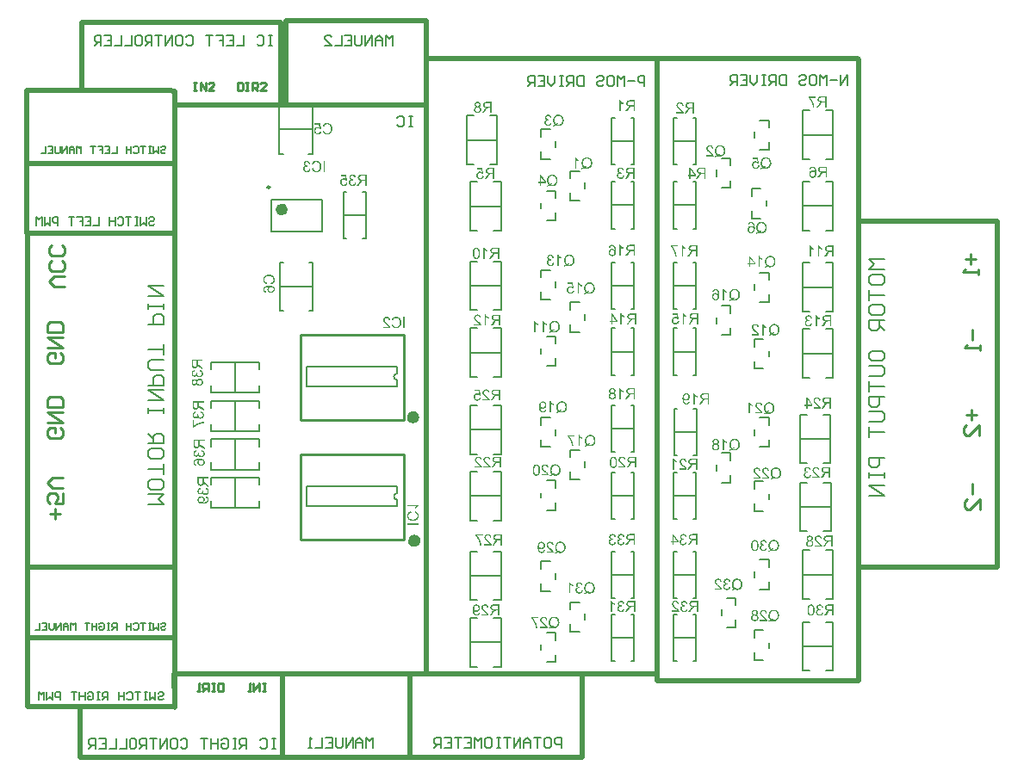
<source format=gbo>
G04*
G04 #@! TF.GenerationSoftware,Altium Limited,Altium Designer,22.6.1 (34)*
G04*
G04 Layer_Color=5220458*
%FSLAX44Y44*%
%MOMM*%
G71*
G04*
G04 #@! TF.SameCoordinates,44C52635-D950-46A4-BE53-1BE2AF9ACA8F*
G04*
G04*
G04 #@! TF.FilePolarity,Positive*
G04*
G01*
G75*
%ADD10C,0.2000*%
%ADD11C,0.5000*%
%ADD12C,0.2540*%
%ADD13C,0.1500*%
%ADD43C,0.6000*%
%ADD64C,1.2000*%
%ADD65C,0.2500*%
G36*
X746256Y847473D02*
X746787Y847407D01*
X747284Y847307D01*
X747516Y847258D01*
X747715Y847208D01*
X747915Y847158D01*
X748080Y847108D01*
X748230Y847058D01*
X748362Y847009D01*
X748462Y846975D01*
X748528Y846942D01*
X748578Y846926D01*
X748595D01*
X749075Y846694D01*
X749490Y846412D01*
X749855Y846146D01*
X750137Y845864D01*
X750369Y845632D01*
X750535Y845433D01*
X750585Y845350D01*
X750635Y845300D01*
X750651Y845267D01*
X750668Y845251D01*
X750800Y845035D01*
X750900Y844803D01*
X751082Y844338D01*
X751199Y843857D01*
X751298Y843393D01*
X751315Y843194D01*
X751348Y842995D01*
X751364Y842829D01*
Y842680D01*
X751381Y842547D01*
Y842381D01*
X751364Y842066D01*
X751348Y841768D01*
X751232Y841220D01*
X751165Y840971D01*
X751082Y840723D01*
X751000Y840507D01*
X750917Y840308D01*
X750834Y840125D01*
X750751Y839976D01*
X750668Y839844D01*
X750601Y839727D01*
X750535Y839628D01*
X750485Y839561D01*
X750469Y839528D01*
X750452Y839512D01*
X750270Y839296D01*
X750071Y839097D01*
X749639Y838765D01*
X749192Y838467D01*
X748744Y838251D01*
X748545Y838152D01*
X748362Y838085D01*
X748180Y838019D01*
X748047Y837953D01*
X747915Y837919D01*
X747831Y837886D01*
X747765Y837870D01*
X747749D01*
X747384Y839313D01*
X747865Y839445D01*
X748296Y839611D01*
X748644Y839810D01*
X748943Y839993D01*
X749158Y840175D01*
X749324Y840324D01*
X749424Y840424D01*
X749440Y840441D01*
X749457Y840457D01*
X749689Y840789D01*
X749855Y841121D01*
X749988Y841469D01*
X750071Y841784D01*
X750120Y842066D01*
X750137Y842199D01*
Y842298D01*
X750154Y842381D01*
Y842497D01*
X750137Y842862D01*
X750071Y843211D01*
X749988Y843526D01*
X749905Y843791D01*
X749805Y844023D01*
X749739Y844206D01*
X749706Y844272D01*
X749673Y844322D01*
X749656Y844338D01*
Y844355D01*
X749440Y844653D01*
X749192Y844902D01*
X748943Y845118D01*
X748677Y845300D01*
X748462Y845433D01*
X748263Y845516D01*
X748196Y845549D01*
X748147Y845582D01*
X748113Y845599D01*
X748097D01*
X747699Y845732D01*
X747284Y845831D01*
X746870Y845897D01*
X746488Y845947D01*
X746322Y845964D01*
X746173Y845980D01*
X746024D01*
X745908Y845997D01*
X745808D01*
X745742D01*
X745692D01*
X745675D01*
X745277Y845980D01*
X744896Y845947D01*
X744548Y845897D01*
X744232Y845831D01*
X743967Y845765D01*
X743851Y845748D01*
X743768Y845715D01*
X743685Y845698D01*
X743635Y845682D01*
X743602Y845665D01*
X743586D01*
X743221Y845516D01*
X742889Y845333D01*
X742624Y845135D01*
X742391Y844952D01*
X742209Y844770D01*
X742076Y844620D01*
X741993Y844521D01*
X741960Y844504D01*
Y844488D01*
X741761Y844156D01*
X741612Y843808D01*
X741496Y843459D01*
X741429Y843128D01*
X741379Y842829D01*
X741363Y842713D01*
Y842597D01*
X741346Y842514D01*
Y842398D01*
X741363Y842000D01*
X741429Y841651D01*
X741512Y841336D01*
X741612Y841087D01*
X741728Y840872D01*
X741811Y840723D01*
X741877Y840623D01*
X741894Y840590D01*
X742126Y840324D01*
X742391Y840109D01*
X742690Y839910D01*
X742972Y839761D01*
X743221Y839644D01*
X743337Y839595D01*
X743436Y839545D01*
X743519Y839512D01*
X743586Y839495D01*
X743619Y839479D01*
X743635D01*
X743304Y838052D01*
X742773Y838251D01*
X742524Y838367D01*
X742308Y838483D01*
X742093Y838616D01*
X741894Y838749D01*
X741728Y838865D01*
X741562Y838998D01*
X741429Y839114D01*
X741313Y839230D01*
X741197Y839346D01*
X741114Y839429D01*
X741048Y839512D01*
X740998Y839561D01*
X740981Y839595D01*
X740965Y839611D01*
X740816Y839827D01*
X740683Y840042D01*
X740567Y840275D01*
X740467Y840507D01*
X740318Y840971D01*
X740219Y841403D01*
X740185Y841602D01*
X740169Y841784D01*
X740152Y841950D01*
X740136Y842083D01*
X740119Y842199D01*
Y842365D01*
X740152Y842895D01*
X740219Y843393D01*
X740335Y843841D01*
X740384Y844040D01*
X740451Y844222D01*
X740517Y844388D01*
X740567Y844554D01*
X740633Y844687D01*
X740683Y844786D01*
X740716Y844886D01*
X740749Y844952D01*
X740782Y844985D01*
Y845002D01*
X741048Y845416D01*
X741363Y845798D01*
X741678Y846113D01*
X741993Y846362D01*
X742275Y846578D01*
X742391Y846660D01*
X742491Y846727D01*
X742590Y846777D01*
X742657Y846810D01*
X742690Y846843D01*
X742706D01*
X743187Y847058D01*
X743702Y847224D01*
X744199Y847324D01*
X744664Y847407D01*
X744879Y847440D01*
X745062Y847457D01*
X745244Y847473D01*
X745393D01*
X745509Y847490D01*
X745592D01*
X745659D01*
X745675D01*
X746256Y847473D01*
D02*
G37*
G36*
X746621Y836692D02*
X747085Y836659D01*
X747533Y836609D01*
X747931Y836543D01*
X748296Y836460D01*
X748628Y836377D01*
X748926Y836277D01*
X749192Y836178D01*
X749424Y836095D01*
X749623Y835995D01*
X749789Y835913D01*
X749921Y835830D01*
X750021Y835763D01*
X750087Y835714D01*
X750137Y835680D01*
X750154Y835664D01*
X750369Y835465D01*
X750552Y835249D01*
X750717Y835017D01*
X750867Y834785D01*
X750983Y834553D01*
X751082Y834337D01*
X751165Y834105D01*
X751232Y833889D01*
X751282Y833690D01*
X751315Y833508D01*
X751348Y833342D01*
X751364Y833209D01*
Y833093D01*
X751381Y832993D01*
Y832927D01*
X751364Y832579D01*
X751315Y832247D01*
X751232Y831948D01*
X751149Y831683D01*
X751066Y831484D01*
X750983Y831318D01*
X750933Y831219D01*
X750917Y831186D01*
X750717Y830903D01*
X750502Y830671D01*
X750286Y830456D01*
X750071Y830273D01*
X749872Y830141D01*
X749722Y830041D01*
X749656Y830008D01*
X749606Y829975D01*
X749590Y829958D01*
X749573D01*
X749241Y829809D01*
X748910Y829693D01*
X748578Y829626D01*
X748296Y829560D01*
X748031Y829527D01*
X747931D01*
X747831Y829510D01*
X747765D01*
X747715D01*
X747682D01*
X747666D01*
X747384Y829527D01*
X747102Y829544D01*
X746853Y829593D01*
X746604Y829660D01*
X746389Y829726D01*
X746173Y829809D01*
X745991Y829892D01*
X745808Y829975D01*
X745659Y830074D01*
X745526Y830157D01*
X745410Y830240D01*
X745310Y830306D01*
X745228Y830373D01*
X745178Y830423D01*
X745145Y830439D01*
X745128Y830456D01*
X744946Y830638D01*
X744796Y830821D01*
X744664Y831020D01*
X744548Y831219D01*
X744448Y831401D01*
X744382Y831600D01*
X744249Y831948D01*
X744183Y832264D01*
X744166Y832396D01*
X744149Y832512D01*
X744133Y832612D01*
Y832745D01*
X744149Y833027D01*
X744183Y833292D01*
X744249Y833541D01*
X744315Y833756D01*
X744382Y833939D01*
X744448Y834088D01*
X744481Y834171D01*
X744498Y834204D01*
X744647Y834453D01*
X744813Y834685D01*
X744995Y834884D01*
X745178Y835050D01*
X745344Y835199D01*
X745476Y835299D01*
X745559Y835365D01*
X745576Y835382D01*
X745294D01*
X745012Y835365D01*
X744746Y835349D01*
X744498Y835332D01*
X744282Y835299D01*
X744066Y835266D01*
X743884Y835232D01*
X743718Y835199D01*
X743569Y835166D01*
X743436Y835133D01*
X743320Y835100D01*
X743237Y835067D01*
X743171Y835050D01*
X743104Y835033D01*
X743088Y835017D01*
X743071D01*
X742756Y834868D01*
X742474Y834702D01*
X742242Y834536D01*
X742060Y834370D01*
X741910Y834237D01*
X741794Y834121D01*
X741728Y834055D01*
X741711Y834022D01*
X741595Y833823D01*
X741496Y833640D01*
X741429Y833441D01*
X741396Y833259D01*
X741363Y833110D01*
X741346Y832993D01*
Y832877D01*
X741363Y832595D01*
X741429Y832330D01*
X741529Y832098D01*
X741628Y831899D01*
X741744Y831749D01*
X741827Y831633D01*
X741894Y831550D01*
X741927Y831534D01*
X742076Y831418D01*
X742242Y831318D01*
X742624Y831152D01*
X742789Y831103D01*
X742922Y831053D01*
X743022Y831020D01*
X743038D01*
X743055D01*
X742955Y829693D01*
X742507Y829776D01*
X742109Y829925D01*
X741778Y830074D01*
X741496Y830257D01*
X741280Y830423D01*
X741114Y830555D01*
X741015Y830655D01*
X740981Y830671D01*
Y830688D01*
X740849Y830854D01*
X740733Y831020D01*
X740567Y831368D01*
X740434Y831716D01*
X740335Y832048D01*
X740285Y832346D01*
X740268Y832479D01*
Y832579D01*
X740252Y832678D01*
Y832794D01*
X740268Y833110D01*
X740301Y833408D01*
X740368Y833690D01*
X740451Y833955D01*
X740550Y834204D01*
X740650Y834420D01*
X740766Y834635D01*
X740882Y834818D01*
X740998Y834984D01*
X741114Y835133D01*
X741214Y835249D01*
X741313Y835365D01*
X741396Y835448D01*
X741462Y835498D01*
X741496Y835531D01*
X741512Y835548D01*
X741794Y835747D01*
X742126Y835929D01*
X742458Y836078D01*
X742839Y836211D01*
X743204Y836327D01*
X743586Y836427D01*
X743967Y836510D01*
X744348Y836559D01*
X744697Y836609D01*
X745029Y836642D01*
X745327Y836675D01*
X745592Y836692D01*
X745808Y836709D01*
X745974D01*
X746024D01*
X746073D01*
X746090D01*
X746107D01*
X746621Y836692D01*
D02*
G37*
G36*
X783496Y959350D02*
X783911Y959267D01*
X784292Y959151D01*
X784607Y959018D01*
X784856Y958869D01*
X784956Y958802D01*
X785039Y958753D01*
X785122Y958703D01*
X785172Y958670D01*
X785188Y958653D01*
X785205Y958636D01*
X785503Y958338D01*
X785735Y958006D01*
X785934Y957658D01*
X786067Y957326D01*
X786183Y957028D01*
X786216Y956895D01*
X786250Y956779D01*
X786266Y956696D01*
X786283Y956630D01*
X786299Y956580D01*
Y956563D01*
X784956Y956331D01*
X784890Y956679D01*
X784790Y956978D01*
X784690Y957227D01*
X784574Y957426D01*
X784475Y957592D01*
X784392Y957708D01*
X784326Y957774D01*
X784309Y957791D01*
X784093Y957956D01*
X783878Y958073D01*
X783662Y958172D01*
X783447Y958222D01*
X783281Y958255D01*
X783131Y958288D01*
X782999D01*
X782717Y958272D01*
X782468Y958205D01*
X782252Y958139D01*
X782070Y958039D01*
X781921Y957956D01*
X781805Y957874D01*
X781738Y957807D01*
X781721Y957791D01*
X781556Y957608D01*
X781440Y957393D01*
X781340Y957194D01*
X781290Y957011D01*
X781257Y956829D01*
X781224Y956696D01*
Y956613D01*
Y956596D01*
Y956580D01*
X781257Y956248D01*
X781340Y955966D01*
X781440Y955734D01*
X781572Y955552D01*
X781705Y955402D01*
X781805Y955286D01*
X781887Y955220D01*
X781921Y955203D01*
X782186Y955054D01*
X782451Y954954D01*
X782700Y954871D01*
X782932Y954822D01*
X783148Y954789D01*
X783297Y954772D01*
X783513D01*
X783579Y954789D01*
X783662D01*
X783811Y953611D01*
X783612Y953661D01*
X783430Y953694D01*
X783264Y953710D01*
X783131Y953727D01*
X783015Y953744D01*
X782866D01*
X782534Y953710D01*
X782252Y953644D01*
X781987Y953561D01*
X781771Y953445D01*
X781589Y953329D01*
X781456Y953246D01*
X781390Y953180D01*
X781357Y953147D01*
X781158Y952914D01*
X781008Y952665D01*
X780892Y952400D01*
X780826Y952168D01*
X780776Y951952D01*
X780760Y951786D01*
X780743Y951720D01*
Y951670D01*
Y951654D01*
Y951637D01*
X780776Y951289D01*
X780843Y950974D01*
X780942Y950692D01*
X781058Y950460D01*
X781191Y950260D01*
X781290Y950128D01*
X781357Y950045D01*
X781390Y950012D01*
X781639Y949796D01*
X781904Y949630D01*
X782169Y949531D01*
X782435Y949448D01*
X782650Y949398D01*
X782816Y949381D01*
X782883Y949365D01*
X782982D01*
X783264Y949381D01*
X783529Y949448D01*
X783762Y949531D01*
X783944Y949614D01*
X784110Y949713D01*
X784226Y949780D01*
X784292Y949846D01*
X784326Y949862D01*
X784508Y950078D01*
X784674Y950327D01*
X784807Y950609D01*
X784906Y950874D01*
X784989Y951123D01*
X785039Y951322D01*
X785072Y951388D01*
Y951455D01*
X785089Y951488D01*
Y951504D01*
X786432Y951322D01*
X786399Y951073D01*
X786349Y950841D01*
X786200Y950410D01*
X786034Y950028D01*
X785835Y949697D01*
X785752Y949564D01*
X785652Y949448D01*
X785570Y949348D01*
X785503Y949249D01*
X785437Y949182D01*
X785387Y949133D01*
X785370Y949116D01*
X785354Y949099D01*
X785172Y948950D01*
X784972Y948818D01*
X784790Y948701D01*
X784591Y948618D01*
X784193Y948453D01*
X783811Y948353D01*
X783645Y948320D01*
X783480Y948303D01*
X783347Y948287D01*
X783214Y948270D01*
X783115Y948254D01*
X782982D01*
X782700Y948270D01*
X782418Y948303D01*
X782153Y948336D01*
X781904Y948403D01*
X781672Y948486D01*
X781456Y948569D01*
X781257Y948652D01*
X781075Y948751D01*
X780925Y948834D01*
X780776Y948917D01*
X780643Y949000D01*
X780544Y949083D01*
X780461Y949149D01*
X780411Y949182D01*
X780378Y949216D01*
X780361Y949232D01*
X780179Y949431D01*
X780013Y949630D01*
X779881Y949829D01*
X779764Y950028D01*
X779648Y950227D01*
X779565Y950443D01*
X779449Y950824D01*
X779399Y950990D01*
X779366Y951156D01*
X779350Y951289D01*
X779333Y951422D01*
X779316Y951521D01*
Y951587D01*
Y951637D01*
Y951654D01*
X779333Y952035D01*
X779399Y952383D01*
X779482Y952682D01*
X779582Y952931D01*
X779698Y953130D01*
X779781Y953279D01*
X779847Y953379D01*
X779864Y953412D01*
X780079Y953661D01*
X780328Y953860D01*
X780577Y954025D01*
X780809Y954142D01*
X781025Y954241D01*
X781191Y954291D01*
X781257Y954324D01*
X781307D01*
X781340Y954341D01*
X781357D01*
X781091Y954473D01*
X780859Y954639D01*
X780677Y954789D01*
X780511Y954938D01*
X780395Y955070D01*
X780295Y955170D01*
X780245Y955236D01*
X780229Y955269D01*
X780096Y955485D01*
X780013Y955717D01*
X779947Y955933D01*
X779897Y956132D01*
X779864Y956298D01*
X779847Y956431D01*
Y956514D01*
Y956547D01*
X779864Y956829D01*
X779914Y957077D01*
X779980Y957310D01*
X780046Y957525D01*
X780113Y957691D01*
X780179Y957824D01*
X780229Y957907D01*
X780245Y957940D01*
X780411Y958172D01*
X780594Y958388D01*
X780793Y958570D01*
X780975Y958719D01*
X781141Y958836D01*
X781274Y958919D01*
X781373Y958968D01*
X781390Y958985D01*
X781406D01*
X781688Y959118D01*
X781970Y959217D01*
X782252Y959283D01*
X782501Y959333D01*
X782717Y959366D01*
X782883Y959383D01*
X783264D01*
X783496Y959350D01*
D02*
G37*
G36*
X792702Y959482D02*
X793199Y959416D01*
X793647Y959300D01*
X793846Y959250D01*
X794028Y959184D01*
X794194Y959118D01*
X794360Y959068D01*
X794493Y959001D01*
X794592Y958952D01*
X794692Y958919D01*
X794758Y958885D01*
X794791Y958852D01*
X794808D01*
X795223Y958587D01*
X795604Y958272D01*
X795919Y957956D01*
X796168Y957641D01*
X796384Y957359D01*
X796467Y957243D01*
X796533Y957144D01*
X796583Y957044D01*
X796616Y956978D01*
X796649Y956945D01*
Y956928D01*
X796865Y956447D01*
X797031Y955933D01*
X797130Y955435D01*
X797213Y954971D01*
X797246Y954755D01*
X797263Y954573D01*
X797279Y954390D01*
Y954241D01*
X797296Y954125D01*
Y954042D01*
Y953976D01*
Y953959D01*
X797279Y953379D01*
X797213Y952848D01*
X797113Y952350D01*
X797064Y952118D01*
X797014Y951919D01*
X796964Y951720D01*
X796915Y951554D01*
X796865Y951405D01*
X796815Y951272D01*
X796782Y951173D01*
X796749Y951106D01*
X796732Y951057D01*
Y951040D01*
X796500Y950559D01*
X796218Y950144D01*
X795953Y949780D01*
X795670Y949498D01*
X795438Y949265D01*
X795239Y949099D01*
X795156Y949050D01*
X795107Y949000D01*
X795073Y948983D01*
X795057Y948967D01*
X794841Y948834D01*
X794609Y948735D01*
X794145Y948552D01*
X793664Y948436D01*
X793199Y948336D01*
X793000Y948320D01*
X792801Y948287D01*
X792635Y948270D01*
X792486D01*
X792353Y948254D01*
X792187D01*
X791872Y948270D01*
X791574Y948287D01*
X791026Y948403D01*
X790778Y948469D01*
X790529Y948552D01*
X790313Y948635D01*
X790114Y948718D01*
X789932Y948801D01*
X789782Y948884D01*
X789650Y948967D01*
X789534Y949033D01*
X789434Y949099D01*
X789368Y949149D01*
X789335Y949166D01*
X789318Y949182D01*
X789102Y949365D01*
X788903Y949564D01*
X788572Y949995D01*
X788273Y950443D01*
X788057Y950891D01*
X787958Y951090D01*
X787892Y951272D01*
X787825Y951455D01*
X787759Y951587D01*
X787726Y951720D01*
X787693Y951803D01*
X787676Y951869D01*
Y951886D01*
X789119Y952251D01*
X789252Y951770D01*
X789417Y951339D01*
X789617Y950990D01*
X789799Y950692D01*
X789982Y950476D01*
X790131Y950310D01*
X790230Y950211D01*
X790247Y950194D01*
X790263Y950178D01*
X790595Y949945D01*
X790927Y949780D01*
X791275Y949647D01*
X791590Y949564D01*
X791872Y949514D01*
X792005Y949498D01*
X792104D01*
X792187Y949481D01*
X792303D01*
X792668Y949498D01*
X793017Y949564D01*
X793332Y949647D01*
X793597Y949730D01*
X793829Y949829D01*
X794012Y949896D01*
X794078Y949929D01*
X794128Y949962D01*
X794145Y949978D01*
X794161D01*
X794460Y950194D01*
X794708Y950443D01*
X794924Y950692D01*
X795107Y950957D01*
X795239Y951173D01*
X795322Y951372D01*
X795355Y951438D01*
X795389Y951488D01*
X795405Y951521D01*
Y951538D01*
X795538Y951936D01*
X795637Y952350D01*
X795704Y952765D01*
X795753Y953147D01*
X795770Y953312D01*
X795787Y953462D01*
Y953611D01*
X795803Y953727D01*
Y953827D01*
Y953893D01*
Y953943D01*
Y953959D01*
X795787Y954357D01*
X795753Y954739D01*
X795704Y955087D01*
X795637Y955402D01*
X795571Y955668D01*
X795554Y955784D01*
X795521Y955867D01*
X795505Y955949D01*
X795488Y955999D01*
X795471Y956032D01*
Y956049D01*
X795322Y956414D01*
X795140Y956746D01*
X794941Y957011D01*
X794758Y957243D01*
X794576Y957426D01*
X794427Y957558D01*
X794327Y957641D01*
X794311Y957674D01*
X794294D01*
X793962Y957874D01*
X793614Y958023D01*
X793266Y958139D01*
X792934Y958205D01*
X792635Y958255D01*
X792519Y958272D01*
X792403D01*
X792320Y958288D01*
X792204D01*
X791806Y958272D01*
X791458Y958205D01*
X791143Y958122D01*
X790894Y958023D01*
X790678Y957907D01*
X790529Y957824D01*
X790429Y957757D01*
X790396Y957741D01*
X790131Y957509D01*
X789915Y957243D01*
X789716Y956945D01*
X789567Y956663D01*
X789451Y956414D01*
X789401Y956298D01*
X789351Y956198D01*
X789318Y956115D01*
X789301Y956049D01*
X789285Y956016D01*
Y955999D01*
X787858Y956331D01*
X788057Y956862D01*
X788174Y957111D01*
X788290Y957326D01*
X788422Y957542D01*
X788555Y957741D01*
X788671Y957907D01*
X788804Y958073D01*
X788920Y958205D01*
X789036Y958321D01*
X789152Y958438D01*
X789235Y958520D01*
X789318Y958587D01*
X789368Y958636D01*
X789401Y958653D01*
X789417Y958670D01*
X789633Y958819D01*
X789849Y958952D01*
X790081Y959068D01*
X790313Y959167D01*
X790778Y959316D01*
X791209Y959416D01*
X791408Y959449D01*
X791590Y959466D01*
X791756Y959482D01*
X791889Y959499D01*
X792005Y959516D01*
X792171D01*
X792702Y959482D01*
D02*
G37*
G36*
X800862Y948436D02*
X799419D01*
Y959333D01*
X800862D01*
Y948436D01*
D02*
G37*
G36*
X828388Y945888D02*
X828802Y945805D01*
X829184Y945689D01*
X829499Y945556D01*
X829748Y945407D01*
X829847Y945340D01*
X829930Y945291D01*
X830013Y945241D01*
X830063Y945208D01*
X830079Y945191D01*
X830096Y945174D01*
X830395Y944876D01*
X830627Y944544D01*
X830826Y944196D01*
X830958Y943864D01*
X831075Y943566D01*
X831108Y943433D01*
X831141Y943317D01*
X831157Y943234D01*
X831174Y943168D01*
X831191Y943118D01*
Y943101D01*
X829847Y942869D01*
X829781Y943217D01*
X829681Y943516D01*
X829582Y943765D01*
X829466Y943964D01*
X829366Y944130D01*
X829283Y944246D01*
X829217Y944312D01*
X829200Y944329D01*
X828985Y944494D01*
X828769Y944611D01*
X828553Y944710D01*
X828338Y944760D01*
X828172Y944793D01*
X828023Y944826D01*
X827890D01*
X827608Y944810D01*
X827359Y944743D01*
X827144Y944677D01*
X826961Y944577D01*
X826812Y944494D01*
X826696Y944411D01*
X826629Y944345D01*
X826613Y944329D01*
X826447Y944146D01*
X826331Y943931D01*
X826231Y943732D01*
X826182Y943549D01*
X826148Y943367D01*
X826115Y943234D01*
Y943151D01*
Y943134D01*
Y943118D01*
X826148Y942786D01*
X826231Y942504D01*
X826331Y942272D01*
X826463Y942089D01*
X826596Y941940D01*
X826696Y941824D01*
X826779Y941758D01*
X826812Y941741D01*
X827077Y941592D01*
X827343Y941492D01*
X827591Y941409D01*
X827824Y941360D01*
X828039Y941327D01*
X828188Y941310D01*
X828404D01*
X828471Y941327D01*
X828553D01*
X828703Y940149D01*
X828504Y940199D01*
X828321Y940232D01*
X828155Y940248D01*
X828023Y940265D01*
X827906Y940282D01*
X827757D01*
X827426Y940248D01*
X827144Y940182D01*
X826878Y940099D01*
X826663Y939983D01*
X826480Y939867D01*
X826347Y939784D01*
X826281Y939718D01*
X826248Y939685D01*
X826049Y939452D01*
X825900Y939203D01*
X825783Y938938D01*
X825717Y938706D01*
X825667Y938490D01*
X825651Y938324D01*
X825634Y938258D01*
Y938208D01*
Y938192D01*
Y938175D01*
X825667Y937827D01*
X825734Y937512D01*
X825833Y937230D01*
X825949Y936998D01*
X826082Y936798D01*
X826182Y936666D01*
X826248Y936583D01*
X826281Y936550D01*
X826530Y936334D01*
X826795Y936168D01*
X827061Y936069D01*
X827326Y935986D01*
X827542Y935936D01*
X827708Y935919D01*
X827774Y935903D01*
X827873D01*
X828155Y935919D01*
X828421Y935986D01*
X828653Y936069D01*
X828835Y936152D01*
X829001Y936251D01*
X829117Y936318D01*
X829184Y936384D01*
X829217Y936400D01*
X829399Y936616D01*
X829565Y936865D01*
X829698Y937147D01*
X829797Y937412D01*
X829880Y937661D01*
X829930Y937860D01*
X829963Y937926D01*
Y937993D01*
X829980Y938026D01*
Y938042D01*
X831323Y937860D01*
X831290Y937611D01*
X831240Y937379D01*
X831091Y936948D01*
X830925Y936566D01*
X830726Y936235D01*
X830643Y936102D01*
X830544Y935986D01*
X830461Y935886D01*
X830395Y935787D01*
X830328Y935720D01*
X830278Y935671D01*
X830262Y935654D01*
X830245Y935637D01*
X830063Y935488D01*
X829864Y935356D01*
X829681Y935239D01*
X829482Y935156D01*
X829084Y934991D01*
X828703Y934891D01*
X828537Y934858D01*
X828371Y934841D01*
X828238Y934825D01*
X828106Y934808D01*
X828006Y934792D01*
X827873D01*
X827591Y934808D01*
X827309Y934841D01*
X827044Y934874D01*
X826795Y934941D01*
X826563Y935024D01*
X826347Y935107D01*
X826148Y935190D01*
X825966Y935289D01*
X825817Y935372D01*
X825667Y935455D01*
X825535Y935538D01*
X825435Y935621D01*
X825352Y935687D01*
X825303Y935720D01*
X825269Y935754D01*
X825253Y935770D01*
X825070Y935969D01*
X824904Y936168D01*
X824772Y936367D01*
X824656Y936566D01*
X824539Y936765D01*
X824457Y936981D01*
X824341Y937362D01*
X824291Y937528D01*
X824258Y937694D01*
X824241Y937827D01*
X824224Y937960D01*
X824208Y938059D01*
Y938125D01*
Y938175D01*
Y938192D01*
X824224Y938573D01*
X824291Y938922D01*
X824374Y939220D01*
X824473Y939469D01*
X824589Y939668D01*
X824672Y939817D01*
X824739Y939917D01*
X824755Y939950D01*
X824971Y940199D01*
X825220Y940398D01*
X825468Y940564D01*
X825701Y940680D01*
X825916Y940779D01*
X826082Y940829D01*
X826148Y940862D01*
X826198D01*
X826231Y940879D01*
X826248D01*
X825983Y941011D01*
X825750Y941177D01*
X825568Y941327D01*
X825402Y941476D01*
X825286Y941609D01*
X825186Y941708D01*
X825137Y941774D01*
X825120Y941807D01*
X824987Y942023D01*
X824904Y942255D01*
X824838Y942471D01*
X824788Y942670D01*
X824755Y942836D01*
X824739Y942969D01*
Y943052D01*
Y943085D01*
X824755Y943367D01*
X824805Y943615D01*
X824871Y943848D01*
X824938Y944063D01*
X825004Y944229D01*
X825070Y944362D01*
X825120Y944445D01*
X825137Y944478D01*
X825303Y944710D01*
X825485Y944926D01*
X825684Y945108D01*
X825866Y945257D01*
X826032Y945374D01*
X826165Y945456D01*
X826264Y945506D01*
X826281Y945523D01*
X826298D01*
X826580Y945656D01*
X826862Y945755D01*
X827144Y945821D01*
X827392Y945871D01*
X827608Y945904D01*
X827774Y945921D01*
X828155D01*
X828388Y945888D01*
D02*
G37*
G36*
X822649Y940116D02*
X821388Y939933D01*
X821272Y940099D01*
X821139Y940248D01*
X821007Y940381D01*
X820891Y940497D01*
X820775Y940580D01*
X820675Y940647D01*
X820609Y940680D01*
X820592Y940696D01*
X820393Y940796D01*
X820194Y940879D01*
X819995Y940928D01*
X819812Y940978D01*
X819647Y940995D01*
X819530Y941011D01*
X819414D01*
X819050Y940978D01*
X818718Y940912D01*
X818419Y940796D01*
X818187Y940680D01*
X817988Y940564D01*
X817855Y940447D01*
X817772Y940381D01*
X817739Y940348D01*
X817524Y940082D01*
X817358Y939784D01*
X817242Y939485D01*
X817175Y939203D01*
X817125Y938938D01*
X817109Y938822D01*
Y938723D01*
X817092Y938656D01*
Y938590D01*
Y938557D01*
Y938540D01*
X817125Y938109D01*
X817192Y937727D01*
X817308Y937396D01*
X817424Y937114D01*
X817540Y936898D01*
X817656Y936732D01*
X817723Y936633D01*
X817756Y936616D01*
Y936599D01*
X817888Y936467D01*
X818021Y936367D01*
X818287Y936185D01*
X818568Y936069D01*
X818817Y935969D01*
X819050Y935919D01*
X819232Y935903D01*
X819298Y935886D01*
X819398D01*
X819680Y935903D01*
X819945Y935969D01*
X820177Y936052D01*
X820376Y936135D01*
X820542Y936235D01*
X820658Y936301D01*
X820725Y936367D01*
X820758Y936384D01*
X820957Y936599D01*
X821106Y936848D01*
X821239Y937097D01*
X821322Y937346D01*
X821388Y937578D01*
X821438Y937760D01*
X821454Y937827D01*
X821471Y937877D01*
Y937910D01*
Y937926D01*
X822881Y937827D01*
X822848Y937578D01*
X822798Y937329D01*
X822665Y936898D01*
X822483Y936516D01*
X822300Y936201D01*
X822201Y936069D01*
X822118Y935953D01*
X822035Y935853D01*
X821969Y935770D01*
X821902Y935704D01*
X821853Y935654D01*
X821836Y935637D01*
X821819Y935621D01*
X821637Y935472D01*
X821438Y935356D01*
X821239Y935239D01*
X821040Y935140D01*
X820642Y934991D01*
X820260Y934891D01*
X820078Y934858D01*
X819912Y934841D01*
X819763Y934825D01*
X819647Y934808D01*
X819547Y934792D01*
X819398D01*
X819066Y934808D01*
X818751Y934841D01*
X818469Y934908D01*
X818187Y934991D01*
X817938Y935090D01*
X817689Y935206D01*
X817474Y935322D01*
X817291Y935455D01*
X817109Y935571D01*
X816960Y935687D01*
X816827Y935803D01*
X816727Y935903D01*
X816645Y935986D01*
X816578Y936052D01*
X816545Y936085D01*
X816528Y936102D01*
X816379Y936301D01*
X816246Y936516D01*
X816130Y936732D01*
X816031Y936964D01*
X815882Y937379D01*
X815765Y937777D01*
X815732Y937960D01*
X815716Y938125D01*
X815699Y938275D01*
X815683Y938407D01*
X815666Y938507D01*
Y938590D01*
Y938640D01*
Y938656D01*
X815683Y938938D01*
X815716Y939220D01*
X815765Y939469D01*
X815815Y939718D01*
X815898Y939933D01*
X815981Y940149D01*
X816064Y940331D01*
X816163Y940514D01*
X816263Y940663D01*
X816346Y940796D01*
X816429Y940912D01*
X816512Y941011D01*
X816562Y941094D01*
X816611Y941144D01*
X816645Y941177D01*
X816661Y941194D01*
X816843Y941376D01*
X817043Y941525D01*
X817242Y941658D01*
X817457Y941774D01*
X817656Y941874D01*
X817855Y941940D01*
X818237Y942073D01*
X818403Y942106D01*
X818568Y942139D01*
X818701Y942156D01*
X818834Y942172D01*
X818933Y942189D01*
X819066D01*
X819464Y942156D01*
X819846Y942073D01*
X820194Y941973D01*
X820492Y941841D01*
X820758Y941708D01*
X820857Y941658D01*
X820957Y941609D01*
X821023Y941559D01*
X821073Y941525D01*
X821106Y941509D01*
X821123Y941492D01*
X820526Y944428D01*
X816180D01*
Y945705D01*
X821587D01*
X822649Y940116D01*
D02*
G37*
G36*
X841756Y934974D02*
X840313D01*
Y939817D01*
X838455D01*
X838289Y939801D01*
X838157D01*
X838041Y939784D01*
X837958Y939767D01*
X837891D01*
X837858Y939751D01*
X837842D01*
X837593Y939668D01*
X837394Y939568D01*
X837311Y939519D01*
X837245Y939485D01*
X837211Y939469D01*
X837195Y939452D01*
X837062Y939369D01*
X836946Y939253D01*
X836697Y939021D01*
X836614Y938905D01*
X836531Y938805D01*
X836482Y938739D01*
X836465Y938723D01*
X836299Y938507D01*
X836133Y938275D01*
X835951Y938026D01*
X835785Y937777D01*
X835636Y937561D01*
X835520Y937396D01*
X835486Y937329D01*
X835453Y937280D01*
X835420Y937246D01*
Y937230D01*
X833977Y934974D01*
X832169D01*
X834060Y937926D01*
X834276Y938242D01*
X834491Y938523D01*
X834690Y938772D01*
X834873Y938988D01*
X835022Y939154D01*
X835138Y939286D01*
X835221Y939353D01*
X835254Y939386D01*
X835370Y939485D01*
X835520Y939585D01*
X835802Y939767D01*
X835918Y939834D01*
X836017Y939883D01*
X836084Y939917D01*
X836117Y939933D01*
X835835Y939983D01*
X835569Y940033D01*
X835321Y940099D01*
X835105Y940182D01*
X834889Y940265D01*
X834707Y940348D01*
X834524Y940431D01*
X834375Y940514D01*
X834242Y940597D01*
X834126Y940663D01*
X834027Y940746D01*
X833944Y940796D01*
X833894Y940862D01*
X833844Y940895D01*
X833811Y940928D01*
X833679Y941078D01*
X833562Y941244D01*
X833363Y941575D01*
X833231Y941890D01*
X833148Y942206D01*
X833081Y942471D01*
X833065Y942587D01*
Y942687D01*
X833048Y942769D01*
Y942836D01*
Y942869D01*
Y942886D01*
X833065Y943217D01*
X833115Y943516D01*
X833197Y943798D01*
X833280Y944047D01*
X833363Y944246D01*
X833446Y944395D01*
X833496Y944494D01*
X833513Y944528D01*
X833695Y944793D01*
X833894Y945009D01*
X834093Y945191D01*
X834292Y945324D01*
X834458Y945440D01*
X834591Y945523D01*
X834690Y945556D01*
X834707Y945573D01*
X834724D01*
X834873Y945622D01*
X835039Y945672D01*
X835387Y945738D01*
X835752Y945805D01*
X836100Y945838D01*
X836432Y945854D01*
X836564D01*
X836697Y945871D01*
X841756D01*
Y934974D01*
D02*
G37*
G36*
X686382Y646827D02*
X681539D01*
Y644969D01*
X681556Y644804D01*
Y644671D01*
X681572Y644555D01*
X681589Y644472D01*
Y644406D01*
X681605Y644372D01*
Y644356D01*
X681688Y644107D01*
X681788Y643908D01*
X681838Y643825D01*
X681871Y643759D01*
X681887Y643726D01*
X681904Y643709D01*
X681987Y643576D01*
X682103Y643460D01*
X682335Y643211D01*
X682451Y643128D01*
X682551Y643046D01*
X682617Y642996D01*
X682634Y642979D01*
X682849Y642813D01*
X683082Y642647D01*
X683330Y642465D01*
X683579Y642299D01*
X683795Y642150D01*
X683961Y642034D01*
X684027Y642001D01*
X684077Y641967D01*
X684110Y641934D01*
X684127D01*
X686382Y640491D01*
Y638683D01*
X683430Y640574D01*
X683115Y640790D01*
X682833Y641005D01*
X682584Y641204D01*
X682368Y641387D01*
X682203Y641536D01*
X682070Y641652D01*
X682003Y641735D01*
X681970Y641768D01*
X681871Y641885D01*
X681771Y642034D01*
X681589Y642316D01*
X681522Y642432D01*
X681473Y642531D01*
X681440Y642598D01*
X681423Y642631D01*
X681373Y642349D01*
X681323Y642084D01*
X681257Y641835D01*
X681174Y641619D01*
X681091Y641404D01*
X681008Y641221D01*
X680925Y641039D01*
X680842Y640889D01*
X680760Y640757D01*
X680693Y640640D01*
X680610Y640541D01*
X680560Y640458D01*
X680494Y640408D01*
X680461Y640359D01*
X680428Y640325D01*
X680278Y640193D01*
X680113Y640077D01*
X679781Y639878D01*
X679466Y639745D01*
X679151Y639662D01*
X678885Y639596D01*
X678769Y639579D01*
X678670D01*
X678587Y639562D01*
X678520D01*
X678487D01*
X678471D01*
X678139Y639579D01*
X677840Y639629D01*
X677558Y639712D01*
X677309Y639795D01*
X677111Y639878D01*
X676961Y639961D01*
X676862Y640010D01*
X676829Y640027D01*
X676563Y640209D01*
X676348Y640408D01*
X676165Y640607D01*
X676032Y640806D01*
X675916Y640972D01*
X675833Y641105D01*
X675800Y641204D01*
X675784Y641221D01*
Y641238D01*
X675734Y641387D01*
X675684Y641553D01*
X675618Y641901D01*
X675551Y642266D01*
X675518Y642614D01*
X675502Y642946D01*
Y643079D01*
X675485Y643211D01*
Y648270D01*
X686382D01*
Y646827D01*
D02*
G37*
G36*
X683745Y637804D02*
X683977Y637755D01*
X684408Y637605D01*
X684790Y637439D01*
X685122Y637240D01*
X685254Y637157D01*
X685370Y637058D01*
X685470Y636975D01*
X685570Y636909D01*
X685636Y636842D01*
X685686Y636792D01*
X685702Y636776D01*
X685719Y636759D01*
X685868Y636577D01*
X686001Y636378D01*
X686117Y636195D01*
X686200Y635996D01*
X686366Y635598D01*
X686465Y635217D01*
X686498Y635051D01*
X686515Y634885D01*
X686532Y634752D01*
X686548Y634620D01*
X686565Y634520D01*
Y634388D01*
X686548Y634105D01*
X686515Y633824D01*
X686482Y633558D01*
X686415Y633309D01*
X686332Y633077D01*
X686249Y632862D01*
X686167Y632663D01*
X686067Y632480D01*
X685984Y632331D01*
X685901Y632182D01*
X685818Y632049D01*
X685735Y631949D01*
X685669Y631866D01*
X685636Y631817D01*
X685603Y631783D01*
X685586Y631767D01*
X685387Y631584D01*
X685188Y631419D01*
X684989Y631286D01*
X684790Y631170D01*
X684591Y631054D01*
X684375Y630971D01*
X683994Y630855D01*
X683828Y630805D01*
X683662Y630772D01*
X683529Y630755D01*
X683397Y630738D01*
X683297Y630722D01*
X683231D01*
X683181D01*
X683165D01*
X682783Y630738D01*
X682435Y630805D01*
X682136Y630888D01*
X681887Y630987D01*
X681688Y631103D01*
X681539Y631186D01*
X681440Y631253D01*
X681406Y631269D01*
X681158Y631485D01*
X680958Y631734D01*
X680793Y631982D01*
X680676Y632215D01*
X680577Y632430D01*
X680527Y632596D01*
X680494Y632663D01*
Y632712D01*
X680478Y632746D01*
Y632762D01*
X680345Y632497D01*
X680179Y632265D01*
X680030Y632082D01*
X679880Y631916D01*
X679748Y631800D01*
X679648Y631701D01*
X679582Y631651D01*
X679549Y631634D01*
X679333Y631502D01*
X679101Y631419D01*
X678885Y631352D01*
X678686Y631302D01*
X678520Y631269D01*
X678388Y631253D01*
X678305D01*
X678271D01*
X677990Y631269D01*
X677741Y631319D01*
X677509Y631385D01*
X677293Y631452D01*
X677127Y631518D01*
X676994Y631584D01*
X676911Y631634D01*
X676878Y631651D01*
X676646Y631817D01*
X676431Y631999D01*
X676248Y632198D01*
X676099Y632381D01*
X675983Y632546D01*
X675900Y632679D01*
X675850Y632779D01*
X675833Y632795D01*
Y632812D01*
X675701Y633094D01*
X675601Y633376D01*
X675535Y633658D01*
X675485Y633907D01*
X675452Y634122D01*
X675435Y634288D01*
Y634669D01*
X675469Y634902D01*
X675551Y635316D01*
X675667Y635698D01*
X675800Y636013D01*
X675949Y636262D01*
X676016Y636361D01*
X676066Y636444D01*
X676115Y636527D01*
X676149Y636577D01*
X676165Y636594D01*
X676182Y636610D01*
X676480Y636909D01*
X676812Y637141D01*
X677160Y637340D01*
X677492Y637472D01*
X677791Y637589D01*
X677923Y637622D01*
X678039Y637655D01*
X678122Y637672D01*
X678189Y637688D01*
X678238Y637705D01*
X678255D01*
X678487Y636361D01*
X678139Y636295D01*
X677840Y636195D01*
X677591Y636096D01*
X677393Y635980D01*
X677227Y635880D01*
X677111Y635797D01*
X677044Y635731D01*
X677028Y635714D01*
X676862Y635499D01*
X676746Y635283D01*
X676646Y635067D01*
X676596Y634852D01*
X676563Y634686D01*
X676530Y634537D01*
Y634404D01*
X676547Y634122D01*
X676613Y633873D01*
X676679Y633658D01*
X676779Y633475D01*
X676862Y633326D01*
X676945Y633210D01*
X677011Y633144D01*
X677028Y633127D01*
X677210Y632961D01*
X677426Y632845D01*
X677625Y632746D01*
X677807Y632696D01*
X677990Y632663D01*
X678122Y632629D01*
X678205D01*
X678222D01*
X678238D01*
X678570Y632663D01*
X678852Y632746D01*
X679084Y632845D01*
X679267Y632978D01*
X679416Y633110D01*
X679532Y633210D01*
X679598Y633293D01*
X679615Y633326D01*
X679764Y633591D01*
X679864Y633857D01*
X679947Y634105D01*
X679996Y634338D01*
X680030Y634553D01*
X680046Y634703D01*
Y634918D01*
X680030Y634985D01*
Y635067D01*
X681207Y635217D01*
X681158Y635018D01*
X681124Y634835D01*
X681108Y634669D01*
X681091Y634537D01*
X681075Y634421D01*
Y634271D01*
X681108Y633940D01*
X681174Y633658D01*
X681257Y633392D01*
X681373Y633177D01*
X681489Y632994D01*
X681572Y632862D01*
X681638Y632795D01*
X681672Y632762D01*
X681904Y632563D01*
X682153Y632414D01*
X682418Y632298D01*
X682650Y632231D01*
X682866Y632182D01*
X683032Y632165D01*
X683098Y632148D01*
X683148D01*
X683165D01*
X683181D01*
X683529Y632182D01*
X683845Y632248D01*
X684127Y632347D01*
X684359Y632463D01*
X684558Y632596D01*
X684690Y632696D01*
X684773Y632762D01*
X684807Y632795D01*
X685022Y633044D01*
X685188Y633309D01*
X685287Y633575D01*
X685370Y633840D01*
X685420Y634056D01*
X685437Y634222D01*
X685453Y634288D01*
Y634388D01*
X685437Y634669D01*
X685370Y634935D01*
X685287Y635167D01*
X685205Y635350D01*
X685105Y635515D01*
X685039Y635631D01*
X684972Y635698D01*
X684956Y635731D01*
X684740Y635913D01*
X684491Y636079D01*
X684209Y636212D01*
X683944Y636311D01*
X683695Y636394D01*
X683496Y636444D01*
X683430Y636477D01*
X683363D01*
X683330Y636494D01*
X683314D01*
X683496Y637837D01*
X683745Y637804D01*
D02*
G37*
G36*
X679416Y629379D02*
X679698Y629362D01*
X679947Y629312D01*
X680195Y629246D01*
X680428Y629179D01*
X680643Y629096D01*
X680842Y629014D01*
X681008Y628931D01*
X681174Y628848D01*
X681307Y628765D01*
X681423Y628682D01*
X681522Y628615D01*
X681605Y628549D01*
X681655Y628499D01*
X681688Y628483D01*
X681705Y628466D01*
X681871Y628284D01*
X682020Y628101D01*
X682153Y627902D01*
X682269Y627720D01*
X682368Y627521D01*
X682451Y627338D01*
X682567Y626973D01*
X682634Y626658D01*
X682650Y626526D01*
X682667Y626409D01*
X682683Y626310D01*
Y626177D01*
X682667Y625879D01*
X682617Y625597D01*
X682567Y625348D01*
X682484Y625132D01*
X682418Y624950D01*
X682368Y624801D01*
X682319Y624718D01*
X682302Y624685D01*
X682136Y624436D01*
X681970Y624220D01*
X681788Y624021D01*
X681622Y623872D01*
X681489Y623739D01*
X681357Y623656D01*
X681290Y623590D01*
X681257Y623573D01*
X681373D01*
X681456D01*
X681506D01*
X681522D01*
X681838D01*
X682136Y623606D01*
X682402Y623640D01*
X682650Y623673D01*
X682866Y623706D01*
X683032Y623739D01*
X683082Y623756D01*
X683131D01*
X683148Y623772D01*
X683165D01*
X683446Y623855D01*
X683695Y623938D01*
X683911Y624021D01*
X684093Y624087D01*
X684243Y624170D01*
X684359Y624220D01*
X684425Y624253D01*
X684442Y624270D01*
X684607Y624386D01*
X684757Y624519D01*
X684889Y624635D01*
X684989Y624767D01*
X685072Y624867D01*
X685138Y624950D01*
X685171Y625016D01*
X685188Y625033D01*
X685287Y625215D01*
X685354Y625398D01*
X685404Y625580D01*
X685437Y625746D01*
X685453Y625895D01*
X685470Y626012D01*
Y626111D01*
X685453Y626376D01*
X685404Y626609D01*
X685337Y626808D01*
X685271Y626973D01*
X685205Y627123D01*
X685138Y627222D01*
X685089Y627289D01*
X685072Y627305D01*
X684906Y627471D01*
X684690Y627604D01*
X684475Y627703D01*
X684259Y627786D01*
X684077Y627853D01*
X683911Y627886D01*
X683845Y627902D01*
X683795Y627919D01*
X683778D01*
X683762D01*
X683861Y629196D01*
X684325Y629113D01*
X684724Y628980D01*
X685072Y628831D01*
X685354Y628665D01*
X685570Y628499D01*
X685735Y628367D01*
X685835Y628267D01*
X685851Y628251D01*
X685868Y628234D01*
X686100Y627902D01*
X686266Y627571D01*
X686399Y627222D01*
X686482Y626890D01*
X686532Y626592D01*
X686548Y626459D01*
Y626360D01*
X686565Y626260D01*
Y626144D01*
X686532Y625713D01*
X686465Y625298D01*
X686366Y624950D01*
X686249Y624635D01*
X686133Y624386D01*
X686084Y624286D01*
X686034Y624204D01*
X685984Y624121D01*
X685967Y624071D01*
X685934Y624054D01*
Y624038D01*
X685669Y623723D01*
X685370Y623457D01*
X685055Y623225D01*
X684740Y623026D01*
X684475Y622877D01*
X684359Y622827D01*
X684243Y622777D01*
X684160Y622744D01*
X684093Y622711D01*
X684060Y622694D01*
X684044D01*
X683795Y622611D01*
X683546Y622545D01*
X682999Y622429D01*
X682435Y622346D01*
X681904Y622280D01*
X681655Y622263D01*
X681440Y622246D01*
X681224D01*
X681058Y622230D01*
X680909D01*
X680809D01*
X680726D01*
X680710D01*
X680345D01*
X679996Y622246D01*
X679681Y622280D01*
X679383Y622296D01*
X679117Y622329D01*
X678869Y622379D01*
X678636Y622412D01*
X678437Y622462D01*
X678255Y622512D01*
X678089Y622545D01*
X677956Y622578D01*
X677857Y622628D01*
X677774Y622645D01*
X677708Y622678D01*
X677674Y622694D01*
X677658D01*
X677276Y622877D01*
X676945Y623092D01*
X676679Y623325D01*
X676431Y623540D01*
X676248Y623739D01*
X676115Y623888D01*
X676082Y623955D01*
X676049Y624005D01*
X676016Y624021D01*
Y624038D01*
X675817Y624369D01*
X675684Y624718D01*
X675585Y625033D01*
X675502Y625331D01*
X675469Y625597D01*
X675452Y625713D01*
Y625796D01*
X675435Y625879D01*
Y625978D01*
X675452Y626244D01*
X675485Y626509D01*
X675535Y626758D01*
X675585Y626990D01*
X675750Y627405D01*
X675850Y627587D01*
X675933Y627753D01*
X676032Y627919D01*
X676132Y628052D01*
X676215Y628168D01*
X676281Y628251D01*
X676348Y628334D01*
X676397Y628383D01*
X676431Y628416D01*
X676447Y628433D01*
X676646Y628599D01*
X676845Y628748D01*
X677061Y628881D01*
X677293Y628980D01*
X677509Y629080D01*
X677741Y629163D01*
X678155Y629279D01*
X678354Y629312D01*
X678537Y629345D01*
X678703Y629362D01*
X678836Y629379D01*
X678952Y629395D01*
X679051D01*
X679101D01*
X679117D01*
X679416Y629379D01*
D02*
G37*
G36*
X680632Y762577D02*
X675789D01*
Y760720D01*
X675806Y760554D01*
Y760421D01*
X675822Y760305D01*
X675839Y760222D01*
Y760156D01*
X675855Y760122D01*
Y760106D01*
X675938Y759857D01*
X676038Y759658D01*
X676088Y759575D01*
X676121Y759509D01*
X676137Y759475D01*
X676154Y759459D01*
X676237Y759326D01*
X676353Y759210D01*
X676585Y758961D01*
X676701Y758878D01*
X676801Y758795D01*
X676867Y758746D01*
X676884Y758729D01*
X677099Y758563D01*
X677332Y758397D01*
X677580Y758215D01*
X677829Y758049D01*
X678045Y757900D01*
X678211Y757784D01*
X678277Y757751D01*
X678327Y757717D01*
X678360Y757684D01*
X678376D01*
X680632Y756241D01*
Y754433D01*
X677680Y756324D01*
X677365Y756540D01*
X677083Y756755D01*
X676834Y756954D01*
X676618Y757137D01*
X676452Y757286D01*
X676320Y757402D01*
X676254Y757485D01*
X676220Y757518D01*
X676121Y757635D01*
X676021Y757784D01*
X675839Y758066D01*
X675772Y758182D01*
X675723Y758281D01*
X675690Y758348D01*
X675673Y758381D01*
X675623Y758099D01*
X675574Y757833D01*
X675507Y757585D01*
X675424Y757369D01*
X675341Y757153D01*
X675258Y756971D01*
X675175Y756789D01*
X675092Y756639D01*
X675010Y756507D01*
X674943Y756391D01*
X674860Y756291D01*
X674810Y756208D01*
X674744Y756158D01*
X674711Y756108D01*
X674678Y756075D01*
X674529Y755943D01*
X674363Y755827D01*
X674031Y755628D01*
X673716Y755495D01*
X673401Y755412D01*
X673135Y755346D01*
X673019Y755329D01*
X672920D01*
X672837Y755312D01*
X672770D01*
X672737D01*
X672721D01*
X672389Y755329D01*
X672090Y755379D01*
X671808Y755462D01*
X671560Y755545D01*
X671361Y755628D01*
X671211Y755711D01*
X671112Y755760D01*
X671079Y755777D01*
X670813Y755959D01*
X670598Y756158D01*
X670415Y756357D01*
X670283Y756556D01*
X670166Y756722D01*
X670083Y756855D01*
X670050Y756954D01*
X670034Y756971D01*
Y756988D01*
X669984Y757137D01*
X669934Y757303D01*
X669868Y757651D01*
X669801Y758016D01*
X669768Y758364D01*
X669752Y758696D01*
Y758829D01*
X669735Y758961D01*
Y764020D01*
X680632D01*
Y762577D01*
D02*
G37*
G36*
X677995Y753554D02*
X678227Y753504D01*
X678659Y753355D01*
X679040Y753189D01*
X679372Y752990D01*
X679504Y752907D01*
X679621Y752808D01*
X679720Y752725D01*
X679819Y752659D01*
X679886Y752592D01*
X679936Y752542D01*
X679952Y752526D01*
X679969Y752509D01*
X680118Y752327D01*
X680251Y752128D01*
X680367Y751945D01*
X680450Y751746D01*
X680616Y751348D01*
X680715Y750967D01*
X680748Y750801D01*
X680765Y750635D01*
X680781Y750502D01*
X680798Y750370D01*
X680815Y750270D01*
Y750137D01*
X680798Y749855D01*
X680765Y749574D01*
X680732Y749308D01*
X680665Y749059D01*
X680583Y748827D01*
X680500Y748612D01*
X680417Y748412D01*
X680317Y748230D01*
X680234Y748081D01*
X680151Y747932D01*
X680068Y747799D01*
X679985Y747699D01*
X679919Y747616D01*
X679886Y747567D01*
X679853Y747533D01*
X679836Y747517D01*
X679637Y747334D01*
X679438Y747169D01*
X679239Y747036D01*
X679040Y746920D01*
X678841Y746804D01*
X678625Y746721D01*
X678244Y746605D01*
X678078Y746555D01*
X677912Y746522D01*
X677779Y746505D01*
X677647Y746489D01*
X677547Y746472D01*
X677481D01*
X677431D01*
X677414D01*
X677033Y746489D01*
X676685Y746555D01*
X676386Y746638D01*
X676137Y746737D01*
X675938Y746853D01*
X675789Y746936D01*
X675690Y747003D01*
X675656Y747019D01*
X675408Y747235D01*
X675209Y747484D01*
X675043Y747732D01*
X674927Y747965D01*
X674827Y748180D01*
X674777Y748346D01*
X674744Y748412D01*
Y748462D01*
X674728Y748495D01*
Y748512D01*
X674595Y748247D01*
X674429Y748015D01*
X674280Y747832D01*
X674130Y747666D01*
X673998Y747550D01*
X673898Y747450D01*
X673832Y747401D01*
X673799Y747384D01*
X673583Y747252D01*
X673351Y747169D01*
X673135Y747102D01*
X672936Y747053D01*
X672770Y747019D01*
X672638Y747003D01*
X672555D01*
X672522D01*
X672240Y747019D01*
X671991Y747069D01*
X671759Y747135D01*
X671543Y747202D01*
X671377Y747268D01*
X671245Y747334D01*
X671161Y747384D01*
X671128Y747401D01*
X670896Y747567D01*
X670680Y747749D01*
X670498Y747948D01*
X670349Y748131D01*
X670233Y748296D01*
X670150Y748429D01*
X670100Y748529D01*
X670083Y748545D01*
Y748562D01*
X669951Y748844D01*
X669851Y749126D01*
X669785Y749408D01*
X669735Y749657D01*
X669702Y749872D01*
X669685Y750038D01*
Y750419D01*
X669718Y750652D01*
X669801Y751066D01*
X669918Y751448D01*
X670050Y751763D01*
X670200Y752012D01*
X670266Y752111D01*
X670316Y752194D01*
X670365Y752277D01*
X670399Y752327D01*
X670415Y752344D01*
X670432Y752360D01*
X670730Y752659D01*
X671062Y752891D01*
X671410Y753090D01*
X671742Y753223D01*
X672041Y753339D01*
X672173Y753372D01*
X672289Y753405D01*
X672372Y753422D01*
X672439Y753438D01*
X672488Y753455D01*
X672505D01*
X672737Y752111D01*
X672389Y752045D01*
X672090Y751945D01*
X671842Y751846D01*
X671643Y751730D01*
X671477Y751630D01*
X671361Y751547D01*
X671294Y751481D01*
X671278Y751464D01*
X671112Y751249D01*
X670996Y751033D01*
X670896Y750817D01*
X670846Y750602D01*
X670813Y750436D01*
X670780Y750287D01*
Y750154D01*
X670797Y749872D01*
X670863Y749623D01*
X670929Y749408D01*
X671029Y749225D01*
X671112Y749076D01*
X671195Y748960D01*
X671261Y748894D01*
X671278Y748877D01*
X671460Y748711D01*
X671676Y748595D01*
X671875Y748495D01*
X672057Y748446D01*
X672240Y748412D01*
X672372Y748379D01*
X672455D01*
X672472D01*
X672488D01*
X672820Y748412D01*
X673102Y748495D01*
X673334Y748595D01*
X673517Y748728D01*
X673666Y748860D01*
X673782Y748960D01*
X673848Y749043D01*
X673865Y749076D01*
X674014Y749341D01*
X674114Y749607D01*
X674197Y749855D01*
X674247Y750088D01*
X674280Y750303D01*
X674296Y750453D01*
Y750668D01*
X674280Y750735D01*
Y750817D01*
X675457Y750967D01*
X675408Y750768D01*
X675374Y750585D01*
X675358Y750419D01*
X675341Y750287D01*
X675325Y750171D01*
Y750021D01*
X675358Y749690D01*
X675424Y749408D01*
X675507Y749142D01*
X675623Y748927D01*
X675739Y748744D01*
X675822Y748612D01*
X675889Y748545D01*
X675922Y748512D01*
X676154Y748313D01*
X676403Y748164D01*
X676668Y748048D01*
X676900Y747981D01*
X677116Y747932D01*
X677282Y747915D01*
X677348Y747898D01*
X677398D01*
X677414D01*
X677431D01*
X677779Y747932D01*
X678095Y747998D01*
X678376Y748097D01*
X678609Y748214D01*
X678808Y748346D01*
X678941Y748446D01*
X679023Y748512D01*
X679057Y748545D01*
X679272Y748794D01*
X679438Y749059D01*
X679538Y749325D01*
X679621Y749590D01*
X679670Y749806D01*
X679687Y749972D01*
X679703Y750038D01*
Y750137D01*
X679687Y750419D01*
X679621Y750685D01*
X679538Y750917D01*
X679455Y751099D01*
X679355Y751265D01*
X679289Y751382D01*
X679222Y751448D01*
X679206Y751481D01*
X678990Y751663D01*
X678741Y751829D01*
X678459Y751962D01*
X678194Y752061D01*
X677945Y752144D01*
X677746Y752194D01*
X677680Y752227D01*
X677614D01*
X677580Y752244D01*
X677564D01*
X677746Y753587D01*
X677995Y753554D01*
D02*
G37*
G36*
X677746Y745145D02*
X677995Y745112D01*
X678227Y745079D01*
X678459Y745012D01*
X678857Y744846D01*
X679040Y744764D01*
X679206Y744664D01*
X679355Y744581D01*
X679488Y744498D01*
X679604Y744415D01*
X679703Y744332D01*
X679770Y744266D01*
X679819Y744233D01*
X679853Y744200D01*
X679869Y744183D01*
X680035Y743984D01*
X680184Y743785D01*
X680301Y743569D01*
X680417Y743354D01*
X680500Y743138D01*
X680583Y742923D01*
X680699Y742508D01*
X680732Y742309D01*
X680765Y742143D01*
X680781Y741977D01*
X680798Y741844D01*
X680815Y741728D01*
Y741579D01*
X680798Y741281D01*
X680781Y740999D01*
X680732Y740733D01*
X680665Y740501D01*
X680599Y740269D01*
X680516Y740053D01*
X680433Y739854D01*
X680334Y739672D01*
X680251Y739506D01*
X680168Y739373D01*
X680085Y739257D01*
X680019Y739157D01*
X679952Y739074D01*
X679902Y739025D01*
X679886Y738992D01*
X679869Y738975D01*
X679687Y738793D01*
X679504Y738643D01*
X679305Y738511D01*
X679106Y738394D01*
X678907Y738295D01*
X678708Y738229D01*
X678343Y738096D01*
X678012Y738030D01*
X677862Y738013D01*
X677746Y737996D01*
X677647Y737980D01*
X677580D01*
X677531D01*
X677514D01*
X677149Y737996D01*
X676817Y738063D01*
X676519Y738146D01*
X676270Y738245D01*
X676055Y738345D01*
X675905Y738428D01*
X675806Y738494D01*
X675772Y738511D01*
X675524Y738726D01*
X675292Y738975D01*
X675109Y739224D01*
X674960Y739473D01*
X674860Y739688D01*
X674777Y739871D01*
X674744Y739937D01*
X674728Y739987D01*
X674711Y740020D01*
Y740036D01*
X674595Y739755D01*
X674446Y739506D01*
X674313Y739290D01*
X674180Y739124D01*
X674047Y738992D01*
X673948Y738892D01*
X673882Y738842D01*
X673865Y738826D01*
X673650Y738693D01*
X673417Y738594D01*
X673202Y738527D01*
X672986Y738477D01*
X672804Y738444D01*
X672671Y738428D01*
X672571D01*
X672538D01*
X672323Y738444D01*
X672107Y738461D01*
X671725Y738560D01*
X671377Y738710D01*
X671079Y738859D01*
X670846Y739025D01*
X670747Y739108D01*
X670664Y739174D01*
X670598Y739224D01*
X670548Y739274D01*
X670531Y739290D01*
X670515Y739307D01*
X670365Y739473D01*
X670233Y739655D01*
X670133Y739837D01*
X670034Y740036D01*
X669884Y740418D01*
X669785Y740783D01*
X669735Y741115D01*
X669702Y741247D01*
Y741380D01*
X669685Y741479D01*
Y741612D01*
X669702Y741878D01*
X669718Y742110D01*
X669818Y742558D01*
X669934Y742956D01*
X670083Y743271D01*
X670166Y743420D01*
X670233Y743536D01*
X670316Y743636D01*
X670365Y743735D01*
X670415Y743802D01*
X670465Y743851D01*
X670481Y743868D01*
X670498Y743885D01*
X670647Y744034D01*
X670813Y744166D01*
X670979Y744283D01*
X671161Y744365D01*
X671493Y744531D01*
X671808Y744631D01*
X672090Y744681D01*
X672206Y744697D01*
X672306Y744714D01*
X672389Y744730D01*
X672455D01*
X672488D01*
X672505D01*
X672787Y744714D01*
X673036Y744664D01*
X673268Y744598D01*
X673467Y744531D01*
X673633Y744465D01*
X673749Y744399D01*
X673815Y744349D01*
X673848Y744332D01*
X674047Y744166D01*
X674213Y743967D01*
X674363Y743768D01*
X674495Y743553D01*
X674578Y743370D01*
X674661Y743221D01*
X674694Y743122D01*
X674711Y743105D01*
Y743088D01*
X674827Y743437D01*
X674976Y743752D01*
X675142Y744017D01*
X675308Y744233D01*
X675457Y744399D01*
X675590Y744531D01*
X675673Y744598D01*
X675690Y744631D01*
X675706D01*
X675988Y744813D01*
X676287Y744929D01*
X676585Y745029D01*
X676867Y745095D01*
X677099Y745128D01*
X677215Y745145D01*
X677298D01*
X677381Y745162D01*
X677431D01*
X677464D01*
X677481D01*
X677746Y745145D01*
D02*
G37*
G36*
X681632Y721811D02*
X676789D01*
Y719953D01*
X676806Y719787D01*
Y719654D01*
X676822Y719538D01*
X676839Y719455D01*
Y719389D01*
X676855Y719356D01*
Y719339D01*
X676938Y719090D01*
X677038Y718891D01*
X677088Y718809D01*
X677121Y718742D01*
X677137Y718709D01*
X677154Y718692D01*
X677237Y718560D01*
X677353Y718444D01*
X677585Y718195D01*
X677701Y718112D01*
X677801Y718029D01*
X677867Y717979D01*
X677884Y717963D01*
X678099Y717797D01*
X678332Y717631D01*
X678580Y717448D01*
X678829Y717283D01*
X679045Y717133D01*
X679211Y717017D01*
X679277Y716984D01*
X679327Y716951D01*
X679360Y716918D01*
X679377D01*
X681632Y715475D01*
Y713667D01*
X678680Y715558D01*
X678365Y715773D01*
X678083Y715989D01*
X677834Y716188D01*
X677618Y716370D01*
X677452Y716520D01*
X677320Y716636D01*
X677253Y716719D01*
X677220Y716752D01*
X677121Y716868D01*
X677021Y717017D01*
X676839Y717299D01*
X676772Y717415D01*
X676723Y717515D01*
X676690Y717581D01*
X676673Y717614D01*
X676623Y717332D01*
X676573Y717067D01*
X676507Y716818D01*
X676424Y716602D01*
X676341Y716387D01*
X676258Y716205D01*
X676175Y716022D01*
X676092Y715873D01*
X676010Y715740D01*
X675943Y715624D01*
X675860Y715524D01*
X675810Y715442D01*
X675744Y715392D01*
X675711Y715342D01*
X675678Y715309D01*
X675528Y715176D01*
X675363Y715060D01*
X675031Y714861D01*
X674716Y714728D01*
X674401Y714645D01*
X674135Y714579D01*
X674019Y714562D01*
X673920D01*
X673837Y714546D01*
X673770D01*
X673737D01*
X673721D01*
X673389Y714562D01*
X673090Y714612D01*
X672808Y714695D01*
X672560Y714778D01*
X672361Y714861D01*
X672211Y714944D01*
X672112Y714994D01*
X672078Y715010D01*
X671813Y715193D01*
X671598Y715392D01*
X671415Y715591D01*
X671282Y715790D01*
X671166Y715956D01*
X671083Y716088D01*
X671050Y716188D01*
X671034Y716205D01*
Y716221D01*
X670984Y716370D01*
X670934Y716536D01*
X670868Y716885D01*
X670801Y717249D01*
X670768Y717598D01*
X670752Y717929D01*
Y718062D01*
X670735Y718195D01*
Y723254D01*
X681632D01*
Y721811D01*
D02*
G37*
G36*
X678995Y712788D02*
X679227Y712738D01*
X679658Y712589D01*
X680040Y712423D01*
X680372Y712224D01*
X680504Y712141D01*
X680620Y712041D01*
X680720Y711958D01*
X680819Y711892D01*
X680886Y711826D01*
X680936Y711776D01*
X680952Y711759D01*
X680969Y711743D01*
X681118Y711560D01*
X681251Y711361D01*
X681367Y711179D01*
X681450Y710980D01*
X681616Y710582D01*
X681715Y710200D01*
X681748Y710034D01*
X681765Y709868D01*
X681781Y709736D01*
X681798Y709603D01*
X681815Y709504D01*
Y709371D01*
X681798Y709089D01*
X681765Y708807D01*
X681732Y708542D01*
X681665Y708293D01*
X681582Y708061D01*
X681499Y707845D01*
X681417Y707646D01*
X681317Y707464D01*
X681234Y707314D01*
X681151Y707165D01*
X681068Y707032D01*
X680985Y706933D01*
X680919Y706850D01*
X680886Y706800D01*
X680853Y706767D01*
X680836Y706750D01*
X680637Y706568D01*
X680438Y706402D01*
X680239Y706269D01*
X680040Y706153D01*
X679841Y706037D01*
X679625Y705954D01*
X679244Y705838D01*
X679078Y705788D01*
X678912Y705755D01*
X678779Y705739D01*
X678647Y705722D01*
X678547Y705705D01*
X678481D01*
X678431D01*
X678415D01*
X678033Y705722D01*
X677685Y705788D01*
X677386Y705871D01*
X677137Y705971D01*
X676938Y706087D01*
X676789Y706170D01*
X676690Y706236D01*
X676656Y706253D01*
X676407Y706468D01*
X676208Y706717D01*
X676043Y706966D01*
X675927Y707198D01*
X675827Y707414D01*
X675777Y707580D01*
X675744Y707646D01*
Y707696D01*
X675727Y707729D01*
Y707746D01*
X675595Y707480D01*
X675429Y707248D01*
X675280Y707066D01*
X675130Y706900D01*
X674998Y706784D01*
X674898Y706684D01*
X674832Y706634D01*
X674799Y706618D01*
X674583Y706485D01*
X674351Y706402D01*
X674135Y706336D01*
X673936Y706286D01*
X673770Y706253D01*
X673638Y706236D01*
X673555D01*
X673521D01*
X673240Y706253D01*
X672991Y706302D01*
X672759Y706369D01*
X672543Y706435D01*
X672377Y706501D01*
X672244Y706568D01*
X672161Y706618D01*
X672128Y706634D01*
X671896Y706800D01*
X671681Y706982D01*
X671498Y707182D01*
X671349Y707364D01*
X671233Y707530D01*
X671150Y707663D01*
X671100Y707762D01*
X671083Y707779D01*
Y707795D01*
X670951Y708077D01*
X670851Y708359D01*
X670785Y708641D01*
X670735Y708890D01*
X670702Y709106D01*
X670685Y709271D01*
Y709653D01*
X670719Y709885D01*
X670801Y710300D01*
X670918Y710681D01*
X671050Y710996D01*
X671199Y711245D01*
X671266Y711345D01*
X671316Y711428D01*
X671365Y711511D01*
X671398Y711560D01*
X671415Y711577D01*
X671432Y711593D01*
X671730Y711892D01*
X672062Y712124D01*
X672410Y712323D01*
X672742Y712456D01*
X673040Y712572D01*
X673173Y712605D01*
X673289Y712638D01*
X673372Y712655D01*
X673439Y712672D01*
X673488Y712688D01*
X673505D01*
X673737Y711345D01*
X673389Y711278D01*
X673090Y711179D01*
X672841Y711079D01*
X672643Y710963D01*
X672477Y710864D01*
X672361Y710781D01*
X672294Y710714D01*
X672278Y710698D01*
X672112Y710482D01*
X671996Y710267D01*
X671896Y710051D01*
X671846Y709835D01*
X671813Y709669D01*
X671780Y709520D01*
Y709388D01*
X671797Y709106D01*
X671863Y708857D01*
X671929Y708641D01*
X672029Y708459D01*
X672112Y708309D01*
X672195Y708193D01*
X672261Y708127D01*
X672278Y708110D01*
X672460Y707944D01*
X672676Y707828D01*
X672875Y707729D01*
X673057Y707679D01*
X673240Y707646D01*
X673372Y707613D01*
X673455D01*
X673472D01*
X673488D01*
X673820Y707646D01*
X674102Y707729D01*
X674334Y707828D01*
X674517Y707961D01*
X674666Y708094D01*
X674782Y708193D01*
X674848Y708276D01*
X674865Y708309D01*
X675014Y708575D01*
X675114Y708840D01*
X675197Y709089D01*
X675247Y709321D01*
X675280Y709537D01*
X675296Y709686D01*
Y709902D01*
X675280Y709968D01*
Y710051D01*
X676457Y710200D01*
X676407Y710001D01*
X676374Y709819D01*
X676358Y709653D01*
X676341Y709520D01*
X676325Y709404D01*
Y709255D01*
X676358Y708923D01*
X676424Y708641D01*
X676507Y708376D01*
X676623Y708160D01*
X676739Y707978D01*
X676822Y707845D01*
X676889Y707779D01*
X676922Y707746D01*
X677154Y707546D01*
X677403Y707397D01*
X677668Y707281D01*
X677900Y707215D01*
X678116Y707165D01*
X678282Y707148D01*
X678348Y707132D01*
X678398D01*
X678415D01*
X678431D01*
X678779Y707165D01*
X679094Y707231D01*
X679377Y707331D01*
X679609Y707447D01*
X679808Y707580D01*
X679940Y707679D01*
X680023Y707746D01*
X680057Y707779D01*
X680272Y708027D01*
X680438Y708293D01*
X680537Y708558D01*
X680620Y708824D01*
X680670Y709039D01*
X680687Y709205D01*
X680703Y709271D01*
Y709371D01*
X680687Y709653D01*
X680620Y709918D01*
X680537Y710151D01*
X680455Y710333D01*
X680355Y710499D01*
X680289Y710615D01*
X680222Y710681D01*
X680206Y710714D01*
X679990Y710897D01*
X679741Y711063D01*
X679459Y711195D01*
X679194Y711295D01*
X678945Y711378D01*
X678746Y711428D01*
X678680Y711461D01*
X678614D01*
X678580Y711477D01*
X678564D01*
X678746Y712821D01*
X678995Y712788D01*
D02*
G37*
G36*
X672145Y698955D02*
X672609Y699336D01*
X673090Y699685D01*
X673571Y700016D01*
X674019Y700315D01*
X674235Y700431D01*
X674417Y700547D01*
X674583Y700647D01*
X674732Y700730D01*
X674848Y700796D01*
X674931Y700846D01*
X674998Y700879D01*
X675014Y700895D01*
X675645Y701210D01*
X676275Y701492D01*
X676872Y701725D01*
X677154Y701824D01*
X677403Y701924D01*
X677652Y702007D01*
X677867Y702073D01*
X678050Y702139D01*
X678215Y702189D01*
X678348Y702222D01*
X678448Y702255D01*
X678514Y702272D01*
X678531D01*
X679194Y702438D01*
X679493Y702504D01*
X679791Y702554D01*
X680057Y702604D01*
X680305Y702637D01*
X680554Y702670D01*
X680770Y702703D01*
X680952Y702720D01*
X681135Y702737D01*
X681284Y702753D01*
X681400D01*
X681499Y702770D01*
X681566D01*
X681616D01*
X681632D01*
Y701393D01*
X681035Y701343D01*
X680471Y701277D01*
X679974Y701194D01*
X679741Y701144D01*
X679526Y701111D01*
X679343Y701061D01*
X679161Y701028D01*
X679012Y700995D01*
X678879Y700962D01*
X678779Y700929D01*
X678713Y700912D01*
X678663Y700895D01*
X678647D01*
X677917Y700663D01*
X677237Y700414D01*
X676905Y700282D01*
X676590Y700149D01*
X676291Y700016D01*
X676026Y699900D01*
X675777Y699784D01*
X675545Y699668D01*
X675346Y699568D01*
X675180Y699486D01*
X675048Y699419D01*
X674948Y699370D01*
X674882Y699336D01*
X674865Y699320D01*
X674533Y699121D01*
X674202Y698938D01*
X673903Y698739D01*
X673621Y698557D01*
X673356Y698391D01*
X673123Y698208D01*
X672891Y698043D01*
X672692Y697893D01*
X672526Y697761D01*
X672361Y697628D01*
X672228Y697512D01*
X672112Y697429D01*
X672029Y697346D01*
X671962Y697296D01*
X671929Y697263D01*
X671913Y697246D01*
X670868D01*
Y704296D01*
X672145D01*
Y698955D01*
D02*
G37*
G36*
X1179294Y974805D02*
X1179560Y974789D01*
X1180057Y974689D01*
X1180273Y974639D01*
X1180489Y974573D01*
X1180671Y974490D01*
X1180837Y974424D01*
X1180986Y974341D01*
X1181119Y974274D01*
X1181235Y974192D01*
X1181334Y974142D01*
X1181401Y974092D01*
X1181451Y974042D01*
X1181484Y974026D01*
X1181500Y974009D01*
X1181666Y973843D01*
X1181799Y973677D01*
X1182048Y973296D01*
X1182230Y972914D01*
X1182363Y972533D01*
X1182462Y972201D01*
X1182479Y972052D01*
X1182512Y971919D01*
X1182529Y971820D01*
X1182545Y971737D01*
Y971687D01*
Y971670D01*
X1181169Y971521D01*
X1181135Y971886D01*
X1181069Y972201D01*
X1180986Y972467D01*
X1180870Y972699D01*
X1180770Y972881D01*
X1180671Y973014D01*
X1180605Y973080D01*
X1180588Y973113D01*
X1180356Y973312D01*
X1180107Y973462D01*
X1179842Y973561D01*
X1179593Y973644D01*
X1179377Y973677D01*
X1179211Y973694D01*
X1179145Y973710D01*
X1179045D01*
X1178714Y973694D01*
X1178415Y973627D01*
X1178167Y973545D01*
X1177951Y973445D01*
X1177785Y973329D01*
X1177652Y973246D01*
X1177586Y973180D01*
X1177553Y973163D01*
X1177354Y972947D01*
X1177221Y972715D01*
X1177122Y972500D01*
X1177039Y972284D01*
X1177005Y972102D01*
X1176989Y971952D01*
X1176972Y971853D01*
Y971836D01*
Y971820D01*
X1177005Y971538D01*
X1177072Y971239D01*
X1177171Y970974D01*
X1177287Y970725D01*
X1177403Y970509D01*
X1177503Y970343D01*
X1177536Y970277D01*
X1177569Y970227D01*
X1177602Y970211D01*
Y970194D01*
X1177735Y970028D01*
X1177885Y969846D01*
X1178050Y969663D01*
X1178249Y969481D01*
X1178648Y969100D01*
X1179045Y968718D01*
X1179410Y968403D01*
X1179576Y968254D01*
X1179726Y968138D01*
X1179842Y968021D01*
X1179925Y967955D01*
X1179991Y967905D01*
X1180007Y967889D01*
X1180406Y967540D01*
X1180770Y967225D01*
X1181069Y966943D01*
X1181318Y966711D01*
X1181517Y966512D01*
X1181650Y966363D01*
X1181732Y966263D01*
X1181766Y966247D01*
Y966230D01*
X1181981Y965965D01*
X1182147Y965716D01*
X1182313Y965467D01*
X1182429Y965251D01*
X1182529Y965052D01*
X1182595Y964920D01*
X1182628Y964820D01*
X1182645Y964804D01*
Y964787D01*
X1182694Y964621D01*
X1182744Y964455D01*
X1182761Y964306D01*
X1182777Y964173D01*
X1182794Y964057D01*
Y963958D01*
Y963891D01*
Y963875D01*
X1175579D01*
Y965152D01*
X1180936D01*
X1180754Y965417D01*
X1180572Y965633D01*
X1180489Y965732D01*
X1180422Y965799D01*
X1180389Y965849D01*
X1180372Y965865D01*
X1180290Y965948D01*
X1180207Y966031D01*
X1179991Y966230D01*
X1179726Y966462D01*
X1179477Y966694D01*
X1179228Y966910D01*
X1179029Y967076D01*
X1178946Y967142D01*
X1178880Y967192D01*
X1178847Y967225D01*
X1178830Y967242D01*
X1178565Y967474D01*
X1178332Y967673D01*
X1178100Y967872D01*
X1177901Y968055D01*
X1177719Y968237D01*
X1177553Y968386D01*
X1177387Y968536D01*
X1177254Y968668D01*
X1177138Y968784D01*
X1177039Y968884D01*
X1176889Y969033D01*
X1176806Y969133D01*
X1176773Y969166D01*
X1176558Y969431D01*
X1176359Y969663D01*
X1176209Y969896D01*
X1176093Y970095D01*
X1175994Y970260D01*
X1175927Y970377D01*
X1175894Y970460D01*
X1175878Y970493D01*
X1175778Y970725D01*
X1175712Y970957D01*
X1175662Y971173D01*
X1175629Y971372D01*
X1175612Y971538D01*
X1175596Y971670D01*
Y971753D01*
Y971786D01*
X1175612Y972019D01*
X1175629Y972251D01*
X1175745Y972665D01*
X1175894Y973030D01*
X1176060Y973346D01*
X1176226Y973594D01*
X1176309Y973694D01*
X1176375Y973793D01*
X1176441Y973860D01*
X1176491Y973910D01*
X1176508Y973926D01*
X1176524Y973943D01*
X1176707Y974092D01*
X1176889Y974241D01*
X1177088Y974357D01*
X1177304Y974457D01*
X1177719Y974606D01*
X1178117Y974706D01*
X1178299Y974755D01*
X1178465Y974772D01*
X1178614Y974789D01*
X1178747Y974805D01*
X1178863Y974822D01*
X1179012D01*
X1179294Y974805D01*
D02*
G37*
G36*
X1189760Y974921D02*
X1190274Y974838D01*
X1190722Y974739D01*
X1190938Y974672D01*
X1191120Y974606D01*
X1191303Y974540D01*
X1191452Y974473D01*
X1191585Y974424D01*
X1191701Y974374D01*
X1191800Y974324D01*
X1191867Y974291D01*
X1191900Y974274D01*
X1191916Y974258D01*
X1192348Y973976D01*
X1192713Y973644D01*
X1193028Y973312D01*
X1193293Y972981D01*
X1193509Y972699D01*
X1193592Y972566D01*
X1193658Y972450D01*
X1193708Y972367D01*
X1193741Y972301D01*
X1193774Y972251D01*
Y972234D01*
X1193990Y971737D01*
X1194156Y971223D01*
X1194255Y970742D01*
X1194338Y970277D01*
X1194371Y970078D01*
X1194388Y969896D01*
X1194404Y969730D01*
Y969581D01*
X1194421Y969481D01*
Y969381D01*
Y969332D01*
Y969315D01*
X1194388Y968718D01*
X1194321Y968171D01*
X1194222Y967673D01*
X1194156Y967458D01*
X1194089Y967242D01*
X1194040Y967059D01*
X1193973Y966893D01*
X1193923Y966744D01*
X1193874Y966628D01*
X1193840Y966529D01*
X1193807Y966462D01*
X1193774Y966413D01*
Y966396D01*
X1193509Y965931D01*
X1193210Y965534D01*
X1192912Y965185D01*
X1192613Y964903D01*
X1192348Y964688D01*
X1192232Y964588D01*
X1192132Y964522D01*
X1192049Y964472D01*
X1191983Y964422D01*
X1191950Y964406D01*
X1191933Y964389D01*
X1191469Y964157D01*
X1191004Y963991D01*
X1190556Y963858D01*
X1190142Y963775D01*
X1189959Y963759D01*
X1189793Y963726D01*
X1189644Y963709D01*
X1189511D01*
X1189412Y963692D01*
X1189263D01*
X1188732Y963726D01*
X1188234Y963792D01*
X1187770Y963908D01*
X1187571Y963958D01*
X1187372Y964024D01*
X1187206Y964090D01*
X1187057Y964140D01*
X1186924Y964207D01*
X1186808Y964256D01*
X1186708Y964289D01*
X1186642Y964323D01*
X1186609Y964356D01*
X1186592D01*
X1186161Y964041D01*
X1185730Y963775D01*
X1185332Y963543D01*
X1184983Y963361D01*
X1184818Y963294D01*
X1184685Y963228D01*
X1184552Y963162D01*
X1184453Y963129D01*
X1184370Y963095D01*
X1184303Y963062D01*
X1184270Y963046D01*
X1184254D01*
X1183806Y964024D01*
X1184137Y964157D01*
X1184469Y964323D01*
X1184784Y964489D01*
X1185066Y964654D01*
X1185315Y964804D01*
X1185415Y964870D01*
X1185514Y964920D01*
X1185581Y964969D01*
X1185630Y965003D01*
X1185663Y965036D01*
X1185680D01*
X1185381Y965351D01*
X1185133Y965666D01*
X1184917Y965981D01*
X1184751Y966263D01*
X1184619Y966512D01*
X1184552Y966628D01*
X1184519Y966711D01*
X1184486Y966794D01*
X1184453Y966844D01*
X1184436Y966877D01*
Y966893D01*
X1184303Y967308D01*
X1184204Y967723D01*
X1184121Y968138D01*
X1184071Y968502D01*
X1184055Y968685D01*
X1184038Y968834D01*
Y968967D01*
X1184021Y969083D01*
Y969182D01*
Y969249D01*
Y969298D01*
Y969315D01*
X1184055Y969912D01*
X1184121Y970460D01*
X1184220Y970941D01*
X1184287Y971173D01*
X1184336Y971372D01*
X1184403Y971571D01*
X1184469Y971737D01*
X1184519Y971869D01*
X1184569Y971985D01*
X1184602Y972085D01*
X1184635Y972168D01*
X1184668Y972201D01*
Y972218D01*
X1184934Y972682D01*
X1185216Y973080D01*
X1185531Y973428D01*
X1185829Y973710D01*
X1186095Y973926D01*
X1186211Y974026D01*
X1186310Y974092D01*
X1186393Y974158D01*
X1186460Y974192D01*
X1186493Y974225D01*
X1186509D01*
X1186741Y974357D01*
X1186974Y974473D01*
X1187438Y974639D01*
X1187903Y974772D01*
X1188317Y974872D01*
X1188516Y974888D01*
X1188682Y974921D01*
X1188848Y974938D01*
X1188981D01*
X1189080Y974954D01*
X1189230D01*
X1189760Y974921D01*
D02*
G37*
G36*
X1227471Y957017D02*
X1226210Y956834D01*
X1226094Y957000D01*
X1225961Y957149D01*
X1225829Y957282D01*
X1225713Y957398D01*
X1225596Y957481D01*
X1225497Y957547D01*
X1225431Y957580D01*
X1225414Y957597D01*
X1225215Y957697D01*
X1225016Y957779D01*
X1224817Y957829D01*
X1224634Y957879D01*
X1224469Y957896D01*
X1224352Y957912D01*
X1224236D01*
X1223871Y957879D01*
X1223540Y957813D01*
X1223241Y957697D01*
X1223009Y957580D01*
X1222810Y957464D01*
X1222677Y957348D01*
X1222594Y957282D01*
X1222561Y957249D01*
X1222346Y956983D01*
X1222180Y956685D01*
X1222064Y956386D01*
X1221997Y956104D01*
X1221947Y955839D01*
X1221931Y955723D01*
Y955623D01*
X1221914Y955557D01*
Y955491D01*
Y955458D01*
Y955441D01*
X1221947Y955010D01*
X1222014Y954628D01*
X1222130Y954296D01*
X1222246Y954015D01*
X1222362Y953799D01*
X1222478Y953633D01*
X1222544Y953533D01*
X1222578Y953517D01*
Y953500D01*
X1222710Y953368D01*
X1222843Y953268D01*
X1223108Y953086D01*
X1223390Y952970D01*
X1223639Y952870D01*
X1223871Y952820D01*
X1224054Y952804D01*
X1224120Y952787D01*
X1224220D01*
X1224502Y952804D01*
X1224767Y952870D01*
X1224999Y952953D01*
X1225198Y953036D01*
X1225364Y953135D01*
X1225480Y953202D01*
X1225547Y953268D01*
X1225580Y953285D01*
X1225779Y953500D01*
X1225928Y953749D01*
X1226061Y953998D01*
X1226144Y954247D01*
X1226210Y954479D01*
X1226260Y954661D01*
X1226276Y954728D01*
X1226293Y954777D01*
Y954811D01*
Y954827D01*
X1227703Y954728D01*
X1227670Y954479D01*
X1227620Y954230D01*
X1227487Y953799D01*
X1227305Y953417D01*
X1227122Y953102D01*
X1227023Y952970D01*
X1226940Y952853D01*
X1226857Y952754D01*
X1226791Y952671D01*
X1226724Y952605D01*
X1226674Y952555D01*
X1226658Y952538D01*
X1226641Y952522D01*
X1226459Y952372D01*
X1226260Y952256D01*
X1226061Y952140D01*
X1225862Y952041D01*
X1225464Y951891D01*
X1225082Y951792D01*
X1224900Y951759D01*
X1224734Y951742D01*
X1224585Y951726D01*
X1224469Y951709D01*
X1224369Y951692D01*
X1224220D01*
X1223888Y951709D01*
X1223573Y951742D01*
X1223291Y951808D01*
X1223009Y951891D01*
X1222760Y951991D01*
X1222511Y952107D01*
X1222296Y952223D01*
X1222113Y952356D01*
X1221931Y952472D01*
X1221781Y952588D01*
X1221649Y952704D01*
X1221549Y952804D01*
X1221466Y952887D01*
X1221400Y952953D01*
X1221367Y952986D01*
X1221350Y953003D01*
X1221201Y953202D01*
X1221068Y953417D01*
X1220952Y953633D01*
X1220853Y953865D01*
X1220703Y954280D01*
X1220587Y954678D01*
X1220554Y954860D01*
X1220538Y955026D01*
X1220521Y955175D01*
X1220504Y955308D01*
X1220488Y955408D01*
Y955491D01*
Y955540D01*
Y955557D01*
X1220504Y955839D01*
X1220538Y956121D01*
X1220587Y956370D01*
X1220637Y956618D01*
X1220720Y956834D01*
X1220803Y957050D01*
X1220886Y957232D01*
X1220985Y957415D01*
X1221085Y957564D01*
X1221168Y957697D01*
X1221251Y957813D01*
X1221334Y957912D01*
X1221384Y957995D01*
X1221433Y958045D01*
X1221466Y958078D01*
X1221483Y958095D01*
X1221665Y958277D01*
X1221864Y958426D01*
X1222064Y958559D01*
X1222279Y958675D01*
X1222478Y958775D01*
X1222677Y958841D01*
X1223059Y958974D01*
X1223224Y959007D01*
X1223390Y959040D01*
X1223523Y959057D01*
X1223656Y959073D01*
X1223755Y959090D01*
X1223888D01*
X1224286Y959057D01*
X1224668Y958974D01*
X1225016Y958874D01*
X1225314Y958742D01*
X1225580Y958609D01*
X1225679Y958559D01*
X1225779Y958509D01*
X1225845Y958460D01*
X1225895Y958426D01*
X1225928Y958410D01*
X1225945Y958393D01*
X1225348Y961329D01*
X1221002D01*
Y962606D01*
X1226409D01*
X1227471Y957017D01*
D02*
G37*
G36*
X1234852Y962921D02*
X1235366Y962838D01*
X1235814Y962739D01*
X1236029Y962673D01*
X1236211Y962606D01*
X1236394Y962540D01*
X1236543Y962473D01*
X1236676Y962424D01*
X1236792Y962374D01*
X1236892Y962324D01*
X1236958Y962291D01*
X1236991Y962274D01*
X1237008Y962258D01*
X1237439Y961976D01*
X1237804Y961644D01*
X1238119Y961312D01*
X1238384Y960981D01*
X1238600Y960699D01*
X1238683Y960566D01*
X1238749Y960450D01*
X1238799Y960367D01*
X1238832Y960301D01*
X1238865Y960251D01*
Y960234D01*
X1239081Y959737D01*
X1239247Y959222D01*
X1239346Y958742D01*
X1239429Y958277D01*
X1239462Y958078D01*
X1239479Y957896D01*
X1239496Y957730D01*
Y957580D01*
X1239512Y957481D01*
Y957382D01*
Y957332D01*
Y957315D01*
X1239479Y956718D01*
X1239413Y956171D01*
X1239313Y955673D01*
X1239247Y955458D01*
X1239181Y955242D01*
X1239131Y955059D01*
X1239064Y954893D01*
X1239015Y954744D01*
X1238965Y954628D01*
X1238932Y954529D01*
X1238898Y954462D01*
X1238865Y954413D01*
Y954396D01*
X1238600Y953932D01*
X1238301Y953533D01*
X1238003Y953185D01*
X1237704Y952903D01*
X1237439Y952688D01*
X1237323Y952588D01*
X1237223Y952522D01*
X1237140Y952472D01*
X1237074Y952422D01*
X1237041Y952406D01*
X1237024Y952389D01*
X1236560Y952157D01*
X1236095Y951991D01*
X1235648Y951858D01*
X1235233Y951775D01*
X1235051Y951759D01*
X1234885Y951726D01*
X1234735Y951709D01*
X1234603D01*
X1234503Y951692D01*
X1234354D01*
X1233823Y951726D01*
X1233326Y951792D01*
X1232861Y951908D01*
X1232662Y951958D01*
X1232463Y952024D01*
X1232297Y952091D01*
X1232148Y952140D01*
X1232015Y952207D01*
X1231899Y952256D01*
X1231800Y952290D01*
X1231733Y952323D01*
X1231700Y952356D01*
X1231684D01*
X1231252Y952041D01*
X1230821Y951775D01*
X1230423Y951543D01*
X1230075Y951361D01*
X1229909Y951294D01*
X1229776Y951228D01*
X1229643Y951162D01*
X1229544Y951128D01*
X1229461Y951095D01*
X1229395Y951062D01*
X1229361Y951046D01*
X1229345D01*
X1228897Y952024D01*
X1229229Y952157D01*
X1229560Y952323D01*
X1229876Y952488D01*
X1230158Y952654D01*
X1230406Y952804D01*
X1230506Y952870D01*
X1230605Y952920D01*
X1230672Y952970D01*
X1230722Y953003D01*
X1230755Y953036D01*
X1230771D01*
X1230473Y953351D01*
X1230224Y953666D01*
X1230008Y953981D01*
X1229842Y954263D01*
X1229710Y954512D01*
X1229643Y954628D01*
X1229610Y954711D01*
X1229577Y954794D01*
X1229544Y954844D01*
X1229527Y954877D01*
Y954893D01*
X1229395Y955308D01*
X1229295Y955723D01*
X1229212Y956137D01*
X1229162Y956502D01*
X1229146Y956685D01*
X1229129Y956834D01*
Y956967D01*
X1229113Y957083D01*
Y957182D01*
Y957249D01*
Y957299D01*
Y957315D01*
X1229146Y957912D01*
X1229212Y958460D01*
X1229312Y958941D01*
X1229378Y959173D01*
X1229428Y959372D01*
X1229494Y959571D01*
X1229560Y959737D01*
X1229610Y959869D01*
X1229660Y959986D01*
X1229693Y960085D01*
X1229726Y960168D01*
X1229760Y960201D01*
Y960218D01*
X1230025Y960682D01*
X1230307Y961080D01*
X1230622Y961429D01*
X1230920Y961711D01*
X1231186Y961926D01*
X1231302Y962026D01*
X1231402Y962092D01*
X1231485Y962158D01*
X1231551Y962191D01*
X1231584Y962225D01*
X1231601D01*
X1231833Y962357D01*
X1232065Y962473D01*
X1232529Y962639D01*
X1232994Y962772D01*
X1233409Y962871D01*
X1233607Y962888D01*
X1233773Y962921D01*
X1233939Y962938D01*
X1234072D01*
X1234171Y962954D01*
X1234321D01*
X1234852Y962921D01*
D02*
G37*
G36*
X1219878Y899305D02*
X1220177Y899272D01*
X1220459Y899206D01*
X1220724Y899123D01*
X1220973Y899023D01*
X1221189Y898924D01*
X1221404Y898808D01*
X1221587Y898691D01*
X1221753Y898575D01*
X1221902Y898459D01*
X1222018Y898360D01*
X1222134Y898260D01*
X1222217Y898177D01*
X1222267Y898111D01*
X1222300Y898078D01*
X1222317Y898061D01*
X1222516Y897779D01*
X1222698Y897448D01*
X1222847Y897116D01*
X1222980Y896734D01*
X1223096Y896369D01*
X1223196Y895988D01*
X1223279Y895606D01*
X1223328Y895225D01*
X1223378Y894877D01*
X1223411Y894545D01*
X1223445Y894246D01*
X1223461Y893981D01*
X1223478Y893765D01*
Y893599D01*
Y893550D01*
Y893500D01*
Y893483D01*
Y893467D01*
X1223461Y892953D01*
X1223428Y892488D01*
X1223378Y892040D01*
X1223312Y891642D01*
X1223229Y891277D01*
X1223146Y890946D01*
X1223046Y890647D01*
X1222947Y890382D01*
X1222864Y890150D01*
X1222765Y889950D01*
X1222682Y889785D01*
X1222599Y889652D01*
X1222532Y889553D01*
X1222483Y889486D01*
X1222449Y889436D01*
X1222433Y889420D01*
X1222234Y889204D01*
X1222018Y889022D01*
X1221786Y888856D01*
X1221554Y888707D01*
X1221321Y888590D01*
X1221106Y888491D01*
X1220874Y888408D01*
X1220658Y888342D01*
X1220459Y888292D01*
X1220277Y888259D01*
X1220111Y888226D01*
X1219978Y888209D01*
X1219862D01*
X1219762Y888192D01*
X1219696D01*
X1219348Y888209D01*
X1219016Y888259D01*
X1218717Y888342D01*
X1218452Y888425D01*
X1218253Y888508D01*
X1218087Y888590D01*
X1217988Y888640D01*
X1217954Y888657D01*
X1217673Y888856D01*
X1217440Y889072D01*
X1217225Y889287D01*
X1217042Y889503D01*
X1216910Y889702D01*
X1216810Y889851D01*
X1216777Y889917D01*
X1216744Y889967D01*
X1216727Y889984D01*
Y890000D01*
X1216578Y890332D01*
X1216462Y890664D01*
X1216395Y890995D01*
X1216329Y891277D01*
X1216296Y891543D01*
Y891642D01*
X1216279Y891742D01*
Y891808D01*
Y891858D01*
Y891891D01*
Y891908D01*
X1216296Y892190D01*
X1216312Y892472D01*
X1216362Y892720D01*
X1216429Y892969D01*
X1216495Y893185D01*
X1216578Y893400D01*
X1216661Y893583D01*
X1216744Y893765D01*
X1216843Y893915D01*
X1216926Y894047D01*
X1217009Y894163D01*
X1217075Y894263D01*
X1217142Y894346D01*
X1217191Y894396D01*
X1217208Y894429D01*
X1217225Y894445D01*
X1217407Y894628D01*
X1217590Y894777D01*
X1217789Y894910D01*
X1217988Y895026D01*
X1218170Y895125D01*
X1218369Y895192D01*
X1218717Y895324D01*
X1219033Y895391D01*
X1219165Y895407D01*
X1219281Y895424D01*
X1219381Y895441D01*
X1219514D01*
X1219796Y895424D01*
X1220061Y895391D01*
X1220310Y895324D01*
X1220525Y895258D01*
X1220708Y895192D01*
X1220857Y895125D01*
X1220940Y895092D01*
X1220973Y895076D01*
X1221222Y894926D01*
X1221454Y894761D01*
X1221653Y894578D01*
X1221819Y894396D01*
X1221968Y894230D01*
X1222068Y894097D01*
X1222134Y894014D01*
X1222151Y893998D01*
Y894279D01*
X1222134Y894561D01*
X1222118Y894827D01*
X1222101Y895076D01*
X1222068Y895291D01*
X1222035Y895507D01*
X1222001Y895689D01*
X1221968Y895855D01*
X1221935Y896004D01*
X1221902Y896137D01*
X1221869Y896253D01*
X1221836Y896336D01*
X1221819Y896403D01*
X1221803Y896469D01*
X1221786Y896486D01*
Y896502D01*
X1221637Y896817D01*
X1221471Y897099D01*
X1221305Y897331D01*
X1221139Y897514D01*
X1221006Y897663D01*
X1220890Y897779D01*
X1220824Y897846D01*
X1220791Y897862D01*
X1220592Y897978D01*
X1220409Y898078D01*
X1220210Y898144D01*
X1220028Y898177D01*
X1219878Y898211D01*
X1219762Y898227D01*
X1219646D01*
X1219364Y898211D01*
X1219099Y898144D01*
X1218867Y898045D01*
X1218668Y897945D01*
X1218518Y897829D01*
X1218402Y897746D01*
X1218319Y897680D01*
X1218303Y897646D01*
X1218187Y897497D01*
X1218087Y897331D01*
X1217921Y896950D01*
X1217872Y896784D01*
X1217822Y896651D01*
X1217789Y896552D01*
Y896535D01*
Y896519D01*
X1216462Y896618D01*
X1216545Y897066D01*
X1216694Y897464D01*
X1216843Y897796D01*
X1217026Y898078D01*
X1217191Y898293D01*
X1217324Y898459D01*
X1217424Y898559D01*
X1217440Y898592D01*
X1217457D01*
X1217623Y898725D01*
X1217789Y898841D01*
X1218137Y899007D01*
X1218485Y899139D01*
X1218817Y899239D01*
X1219116Y899289D01*
X1219248Y899305D01*
X1219348D01*
X1219447Y899322D01*
X1219563D01*
X1219878Y899305D01*
D02*
G37*
G36*
X1230560Y899421D02*
X1231074Y899338D01*
X1231522Y899239D01*
X1231738Y899173D01*
X1231920Y899106D01*
X1232103Y899040D01*
X1232252Y898973D01*
X1232384Y898924D01*
X1232501Y898874D01*
X1232600Y898824D01*
X1232666Y898791D01*
X1232700Y898774D01*
X1232716Y898758D01*
X1233147Y898476D01*
X1233512Y898144D01*
X1233828Y897812D01*
X1234093Y897481D01*
X1234308Y897199D01*
X1234391Y897066D01*
X1234458Y896950D01*
X1234508Y896867D01*
X1234541Y896801D01*
X1234574Y896751D01*
Y896734D01*
X1234790Y896237D01*
X1234955Y895723D01*
X1235055Y895241D01*
X1235138Y894777D01*
X1235171Y894578D01*
X1235188Y894396D01*
X1235204Y894230D01*
Y894081D01*
X1235221Y893981D01*
Y893882D01*
Y893832D01*
Y893815D01*
X1235188Y893218D01*
X1235121Y892671D01*
X1235022Y892173D01*
X1234955Y891957D01*
X1234889Y891742D01*
X1234839Y891559D01*
X1234773Y891394D01*
X1234723Y891244D01*
X1234673Y891128D01*
X1234640Y891029D01*
X1234607Y890962D01*
X1234574Y890912D01*
Y890896D01*
X1234308Y890432D01*
X1234010Y890033D01*
X1233711Y889685D01*
X1233413Y889403D01*
X1233147Y889188D01*
X1233031Y889088D01*
X1232932Y889022D01*
X1232849Y888972D01*
X1232783Y888922D01*
X1232749Y888906D01*
X1232733Y888889D01*
X1232268Y888657D01*
X1231804Y888491D01*
X1231356Y888358D01*
X1230941Y888275D01*
X1230759Y888259D01*
X1230593Y888226D01*
X1230444Y888209D01*
X1230311D01*
X1230212Y888192D01*
X1230062D01*
X1229532Y888226D01*
X1229034Y888292D01*
X1228570Y888408D01*
X1228371Y888458D01*
X1228172Y888524D01*
X1228006Y888590D01*
X1227856Y888640D01*
X1227724Y888707D01*
X1227608Y888756D01*
X1227508Y888790D01*
X1227442Y888823D01*
X1227409Y888856D01*
X1227392D01*
X1226961Y888541D01*
X1226530Y888275D01*
X1226132Y888043D01*
X1225783Y887861D01*
X1225617Y887794D01*
X1225485Y887728D01*
X1225352Y887662D01*
X1225252Y887628D01*
X1225170Y887595D01*
X1225103Y887562D01*
X1225070Y887545D01*
X1225053D01*
X1224606Y888524D01*
X1224937Y888657D01*
X1225269Y888823D01*
X1225584Y888988D01*
X1225866Y889154D01*
X1226115Y889304D01*
X1226214Y889370D01*
X1226314Y889420D01*
X1226380Y889470D01*
X1226430Y889503D01*
X1226463Y889536D01*
X1226480D01*
X1226181Y889851D01*
X1225932Y890166D01*
X1225717Y890481D01*
X1225551Y890763D01*
X1225418Y891012D01*
X1225352Y891128D01*
X1225319Y891211D01*
X1225286Y891294D01*
X1225252Y891344D01*
X1225236Y891377D01*
Y891394D01*
X1225103Y891808D01*
X1225004Y892223D01*
X1224921Y892637D01*
X1224871Y893002D01*
X1224854Y893185D01*
X1224838Y893334D01*
Y893467D01*
X1224821Y893583D01*
Y893682D01*
Y893749D01*
Y893799D01*
Y893815D01*
X1224854Y894412D01*
X1224921Y894960D01*
X1225020Y895441D01*
X1225087Y895673D01*
X1225136Y895872D01*
X1225203Y896071D01*
X1225269Y896237D01*
X1225319Y896369D01*
X1225368Y896486D01*
X1225402Y896585D01*
X1225435Y896668D01*
X1225468Y896701D01*
Y896718D01*
X1225733Y897182D01*
X1226015Y897580D01*
X1226330Y897928D01*
X1226629Y898211D01*
X1226894Y898426D01*
X1227011Y898526D01*
X1227110Y898592D01*
X1227193Y898658D01*
X1227259Y898691D01*
X1227292Y898725D01*
X1227309D01*
X1227541Y898857D01*
X1227774Y898973D01*
X1228238Y899139D01*
X1228702Y899272D01*
X1229117Y899371D01*
X1229316Y899388D01*
X1229482Y899421D01*
X1229648Y899438D01*
X1229780D01*
X1229880Y899454D01*
X1230029D01*
X1230560Y899421D01*
D02*
G37*
G36*
X1149991Y1016957D02*
X1150256Y1016940D01*
X1150754Y1016841D01*
X1150970Y1016791D01*
X1151185Y1016725D01*
X1151368Y1016642D01*
X1151534Y1016575D01*
X1151683Y1016492D01*
X1151815Y1016426D01*
X1151932Y1016343D01*
X1152031Y1016293D01*
X1152097Y1016244D01*
X1152147Y1016194D01*
X1152180Y1016177D01*
X1152197Y1016161D01*
X1152363Y1015995D01*
X1152495Y1015829D01*
X1152744Y1015447D01*
X1152927Y1015066D01*
X1153059Y1014685D01*
X1153159Y1014353D01*
X1153176Y1014204D01*
X1153209Y1014071D01*
X1153225Y1013971D01*
X1153242Y1013888D01*
Y1013839D01*
Y1013822D01*
X1151865Y1013673D01*
X1151832Y1014038D01*
X1151766Y1014353D01*
X1151683Y1014618D01*
X1151567Y1014850D01*
X1151467Y1015033D01*
X1151368Y1015166D01*
X1151301Y1015232D01*
X1151285Y1015265D01*
X1151052Y1015464D01*
X1150804Y1015613D01*
X1150538Y1015713D01*
X1150290Y1015796D01*
X1150074Y1015829D01*
X1149908Y1015846D01*
X1149842Y1015862D01*
X1149742D01*
X1149410Y1015846D01*
X1149112Y1015779D01*
X1148863Y1015696D01*
X1148648Y1015597D01*
X1148482Y1015481D01*
X1148349Y1015398D01*
X1148283Y1015331D01*
X1148249Y1015315D01*
X1148050Y1015099D01*
X1147918Y1014867D01*
X1147818Y1014651D01*
X1147735Y1014436D01*
X1147702Y1014253D01*
X1147685Y1014104D01*
X1147669Y1014005D01*
Y1013988D01*
Y1013971D01*
X1147702Y1013689D01*
X1147768Y1013391D01*
X1147868Y1013126D01*
X1147984Y1012877D01*
X1148100Y1012661D01*
X1148200Y1012495D01*
X1148233Y1012429D01*
X1148266Y1012379D01*
X1148299Y1012363D01*
Y1012346D01*
X1148432Y1012180D01*
X1148581Y1011998D01*
X1148747Y1011815D01*
X1148946Y1011633D01*
X1149344Y1011251D01*
X1149742Y1010870D01*
X1150107Y1010555D01*
X1150273Y1010405D01*
X1150422Y1010289D01*
X1150538Y1010173D01*
X1150621Y1010107D01*
X1150688Y1010057D01*
X1150704Y1010040D01*
X1151102Y1009692D01*
X1151467Y1009377D01*
X1151766Y1009095D01*
X1152014Y1008863D01*
X1152214Y1008664D01*
X1152346Y1008514D01*
X1152429Y1008415D01*
X1152462Y1008398D01*
Y1008382D01*
X1152678Y1008116D01*
X1152844Y1007868D01*
X1153010Y1007619D01*
X1153126Y1007403D01*
X1153225Y1007204D01*
X1153292Y1007072D01*
X1153325Y1006972D01*
X1153341Y1006955D01*
Y1006939D01*
X1153391Y1006773D01*
X1153441Y1006607D01*
X1153457Y1006458D01*
X1153474Y1006325D01*
X1153491Y1006209D01*
Y1006109D01*
Y1006043D01*
Y1006027D01*
X1146276D01*
Y1007304D01*
X1151633D01*
X1151451Y1007569D01*
X1151268Y1007785D01*
X1151185Y1007884D01*
X1151119Y1007951D01*
X1151086Y1008000D01*
X1151069Y1008017D01*
X1150986Y1008100D01*
X1150903Y1008183D01*
X1150688Y1008382D01*
X1150422Y1008614D01*
X1150173Y1008846D01*
X1149925Y1009062D01*
X1149726Y1009228D01*
X1149643Y1009294D01*
X1149576Y1009344D01*
X1149543Y1009377D01*
X1149527Y1009394D01*
X1149261Y1009626D01*
X1149029Y1009825D01*
X1148797Y1010024D01*
X1148598Y1010206D01*
X1148415Y1010389D01*
X1148249Y1010538D01*
X1148084Y1010687D01*
X1147951Y1010820D01*
X1147835Y1010936D01*
X1147735Y1011036D01*
X1147586Y1011185D01*
X1147503Y1011284D01*
X1147470Y1011318D01*
X1147254Y1011583D01*
X1147055Y1011815D01*
X1146906Y1012047D01*
X1146790Y1012246D01*
X1146690Y1012412D01*
X1146624Y1012528D01*
X1146591Y1012611D01*
X1146574Y1012645D01*
X1146475Y1012877D01*
X1146408Y1013109D01*
X1146359Y1013325D01*
X1146325Y1013523D01*
X1146309Y1013689D01*
X1146292Y1013822D01*
Y1013905D01*
Y1013938D01*
X1146309Y1014170D01*
X1146325Y1014403D01*
X1146441Y1014817D01*
X1146591Y1015182D01*
X1146757Y1015497D01*
X1146923Y1015746D01*
X1147005Y1015846D01*
X1147072Y1015945D01*
X1147138Y1016012D01*
X1147188Y1016061D01*
X1147205Y1016078D01*
X1147221Y1016094D01*
X1147403Y1016244D01*
X1147586Y1016393D01*
X1147785Y1016509D01*
X1148001Y1016609D01*
X1148415Y1016758D01*
X1148813Y1016857D01*
X1148996Y1016907D01*
X1149162Y1016924D01*
X1149311Y1016940D01*
X1149444Y1016957D01*
X1149560Y1016973D01*
X1149709D01*
X1149991Y1016957D01*
D02*
G37*
G36*
X1163724Y1006027D02*
X1162281D01*
Y1010870D01*
X1160424D01*
X1160258Y1010853D01*
X1160125D01*
X1160009Y1010837D01*
X1159926Y1010820D01*
X1159860D01*
X1159827Y1010803D01*
X1159810D01*
X1159561Y1010721D01*
X1159362Y1010621D01*
X1159279Y1010571D01*
X1159213Y1010538D01*
X1159180Y1010521D01*
X1159163Y1010505D01*
X1159030Y1010422D01*
X1158914Y1010306D01*
X1158666Y1010074D01*
X1158583Y1009958D01*
X1158500Y1009858D01*
X1158450Y1009792D01*
X1158433Y1009775D01*
X1158268Y1009559D01*
X1158102Y1009327D01*
X1157919Y1009078D01*
X1157753Y1008830D01*
X1157604Y1008614D01*
X1157488Y1008448D01*
X1157455Y1008382D01*
X1157422Y1008332D01*
X1157388Y1008299D01*
Y1008282D01*
X1155945Y1006027D01*
X1154137D01*
X1156028Y1008979D01*
X1156244Y1009294D01*
X1156460Y1009576D01*
X1156659Y1009825D01*
X1156841Y1010040D01*
X1156990Y1010206D01*
X1157106Y1010339D01*
X1157189Y1010405D01*
X1157223Y1010439D01*
X1157339Y1010538D01*
X1157488Y1010638D01*
X1157770Y1010820D01*
X1157886Y1010886D01*
X1157986Y1010936D01*
X1158052Y1010969D01*
X1158085Y1010986D01*
X1157803Y1011036D01*
X1157538Y1011085D01*
X1157289Y1011152D01*
X1157073Y1011235D01*
X1156858Y1011318D01*
X1156675Y1011401D01*
X1156493Y1011483D01*
X1156344Y1011566D01*
X1156211Y1011649D01*
X1156095Y1011716D01*
X1155995Y1011799D01*
X1155912Y1011848D01*
X1155863Y1011915D01*
X1155813Y1011948D01*
X1155780Y1011981D01*
X1155647Y1012130D01*
X1155531Y1012296D01*
X1155332Y1012628D01*
X1155199Y1012943D01*
X1155116Y1013258D01*
X1155050Y1013523D01*
X1155033Y1013640D01*
Y1013739D01*
X1155017Y1013822D01*
Y1013888D01*
Y1013922D01*
Y1013938D01*
X1155033Y1014270D01*
X1155083Y1014568D01*
X1155166Y1014850D01*
X1155249Y1015099D01*
X1155332Y1015298D01*
X1155415Y1015447D01*
X1155464Y1015547D01*
X1155481Y1015580D01*
X1155663Y1015846D01*
X1155863Y1016061D01*
X1156061Y1016244D01*
X1156261Y1016376D01*
X1156426Y1016492D01*
X1156559Y1016575D01*
X1156659Y1016609D01*
X1156675Y1016625D01*
X1156692D01*
X1156841Y1016675D01*
X1157007Y1016725D01*
X1157355Y1016791D01*
X1157720Y1016857D01*
X1158068Y1016890D01*
X1158400Y1016907D01*
X1158533D01*
X1158666Y1016924D01*
X1163724D01*
Y1006027D01*
D02*
G37*
G36*
X1175007Y941801D02*
X1173565D01*
Y946645D01*
X1171707D01*
X1171541Y946628D01*
X1171408D01*
X1171292Y946611D01*
X1171209Y946595D01*
X1171143D01*
X1171110Y946578D01*
X1171093D01*
X1170844Y946495D01*
X1170645Y946396D01*
X1170562Y946346D01*
X1170496Y946313D01*
X1170463Y946296D01*
X1170446Y946280D01*
X1170314Y946197D01*
X1170198Y946081D01*
X1169949Y945848D01*
X1169866Y945732D01*
X1169783Y945633D01*
X1169733Y945566D01*
X1169716Y945550D01*
X1169551Y945334D01*
X1169385Y945102D01*
X1169202Y944853D01*
X1169036Y944604D01*
X1168887Y944389D01*
X1168771Y944223D01*
X1168738Y944157D01*
X1168705Y944107D01*
X1168672Y944074D01*
Y944057D01*
X1167229Y941801D01*
X1165421D01*
X1167311Y944754D01*
X1167527Y945069D01*
X1167743Y945351D01*
X1167942Y945600D01*
X1168124Y945815D01*
X1168273Y945981D01*
X1168390Y946114D01*
X1168473Y946180D01*
X1168506Y946213D01*
X1168622Y946313D01*
X1168771Y946412D01*
X1169053Y946595D01*
X1169169Y946661D01*
X1169269Y946711D01*
X1169335Y946744D01*
X1169368Y946761D01*
X1169086Y946811D01*
X1168821Y946860D01*
X1168572Y946927D01*
X1168356Y947010D01*
X1168141Y947092D01*
X1167958Y947175D01*
X1167776Y947258D01*
X1167627Y947341D01*
X1167494Y947424D01*
X1167378Y947490D01*
X1167278Y947573D01*
X1167195Y947623D01*
X1167146Y947690D01*
X1167096Y947723D01*
X1167063Y947756D01*
X1166930Y947905D01*
X1166814Y948071D01*
X1166615Y948403D01*
X1166482Y948718D01*
X1166399Y949033D01*
X1166333Y949298D01*
X1166316Y949415D01*
Y949514D01*
X1166300Y949597D01*
Y949663D01*
Y949697D01*
Y949713D01*
X1166316Y950045D01*
X1166366Y950343D01*
X1166449Y950625D01*
X1166532Y950874D01*
X1166615Y951073D01*
X1166698Y951222D01*
X1166748Y951322D01*
X1166764Y951355D01*
X1166947Y951620D01*
X1167146Y951836D01*
X1167345Y952019D01*
X1167544Y952151D01*
X1167710Y952267D01*
X1167842Y952350D01*
X1167942Y952383D01*
X1167958Y952400D01*
X1167975D01*
X1168124Y952450D01*
X1168290Y952499D01*
X1168638Y952566D01*
X1169003Y952632D01*
X1169352Y952665D01*
X1169683Y952682D01*
X1169816D01*
X1169949Y952699D01*
X1175007D01*
Y941801D01*
D02*
G37*
G36*
X1165039Y945633D02*
Y944406D01*
X1160312D01*
Y941801D01*
X1158969D01*
Y944406D01*
X1157493D01*
Y945633D01*
X1158969D01*
Y952682D01*
X1160063D01*
X1165039Y945633D01*
D02*
G37*
G36*
X1280325Y953798D02*
X1280624Y953765D01*
X1280906Y953699D01*
X1281171Y953616D01*
X1281420Y953516D01*
X1281635Y953417D01*
X1281851Y953300D01*
X1282034Y953184D01*
X1282199Y953068D01*
X1282349Y952952D01*
X1282465Y952853D01*
X1282581Y952753D01*
X1282664Y952670D01*
X1282713Y952604D01*
X1282747Y952571D01*
X1282763Y952554D01*
X1282962Y952272D01*
X1283145Y951940D01*
X1283294Y951609D01*
X1283427Y951227D01*
X1283543Y950862D01*
X1283642Y950481D01*
X1283725Y950099D01*
X1283775Y949718D01*
X1283825Y949370D01*
X1283858Y949038D01*
X1283891Y948739D01*
X1283908Y948474D01*
X1283924Y948258D01*
Y948092D01*
Y948043D01*
Y947993D01*
Y947976D01*
Y947960D01*
X1283908Y947446D01*
X1283875Y946981D01*
X1283825Y946533D01*
X1283758Y946135D01*
X1283676Y945770D01*
X1283593Y945439D01*
X1283493Y945140D01*
X1283394Y944875D01*
X1283311Y944642D01*
X1283211Y944444D01*
X1283128Y944278D01*
X1283045Y944145D01*
X1282979Y944045D01*
X1282929Y943979D01*
X1282896Y943929D01*
X1282879Y943913D01*
X1282680Y943697D01*
X1282465Y943515D01*
X1282233Y943349D01*
X1282000Y943199D01*
X1281768Y943083D01*
X1281552Y942984D01*
X1281320Y942901D01*
X1281105Y942835D01*
X1280906Y942785D01*
X1280723Y942752D01*
X1280557Y942719D01*
X1280425Y942702D01*
X1280309D01*
X1280209Y942685D01*
X1280143D01*
X1279794Y942702D01*
X1279463Y942752D01*
X1279164Y942835D01*
X1278899Y942917D01*
X1278700Y943000D01*
X1278534Y943083D01*
X1278434Y943133D01*
X1278401Y943150D01*
X1278119Y943349D01*
X1277887Y943564D01*
X1277671Y943780D01*
X1277489Y943996D01*
X1277356Y944195D01*
X1277257Y944344D01*
X1277224Y944410D01*
X1277190Y944460D01*
X1277174Y944477D01*
Y944493D01*
X1277024Y944825D01*
X1276908Y945157D01*
X1276842Y945488D01*
X1276776Y945770D01*
X1276742Y946036D01*
Y946135D01*
X1276726Y946235D01*
Y946301D01*
Y946351D01*
Y946384D01*
Y946401D01*
X1276742Y946683D01*
X1276759Y946965D01*
X1276809Y947213D01*
X1276875Y947462D01*
X1276942Y947678D01*
X1277024Y947893D01*
X1277107Y948076D01*
X1277190Y948258D01*
X1277290Y948408D01*
X1277373Y948540D01*
X1277456Y948656D01*
X1277522Y948756D01*
X1277588Y948839D01*
X1277638Y948889D01*
X1277655Y948922D01*
X1277671Y948938D01*
X1277854Y949121D01*
X1278036Y949270D01*
X1278235Y949403D01*
X1278434Y949519D01*
X1278617Y949618D01*
X1278816Y949685D01*
X1279164Y949817D01*
X1279479Y949884D01*
X1279612Y949900D01*
X1279728Y949917D01*
X1279827Y949933D01*
X1279960D01*
X1280242Y949917D01*
X1280508Y949884D01*
X1280756Y949817D01*
X1280972Y949751D01*
X1281154Y949685D01*
X1281304Y949618D01*
X1281387Y949585D01*
X1281420Y949569D01*
X1281669Y949419D01*
X1281901Y949253D01*
X1282100Y949071D01*
X1282266Y948889D01*
X1282415Y948723D01*
X1282514Y948590D01*
X1282581Y948507D01*
X1282597Y948491D01*
Y948773D01*
X1282581Y949054D01*
X1282564Y949320D01*
X1282548Y949569D01*
X1282514Y949784D01*
X1282481Y950000D01*
X1282448Y950182D01*
X1282415Y950348D01*
X1282382Y950497D01*
X1282349Y950630D01*
X1282315Y950746D01*
X1282282Y950829D01*
X1282266Y950895D01*
X1282249Y950962D01*
X1282233Y950978D01*
Y950995D01*
X1282083Y951310D01*
X1281917Y951592D01*
X1281752Y951824D01*
X1281586Y952007D01*
X1281453Y952156D01*
X1281337Y952272D01*
X1281270Y952338D01*
X1281237Y952355D01*
X1281038Y952471D01*
X1280856Y952571D01*
X1280657Y952637D01*
X1280474Y952670D01*
X1280325Y952703D01*
X1280209Y952720D01*
X1280093D01*
X1279811Y952703D01*
X1279546Y952637D01*
X1279313Y952538D01*
X1279114Y952438D01*
X1278965Y952322D01*
X1278849Y952239D01*
X1278766Y952173D01*
X1278749Y952140D01*
X1278633Y951990D01*
X1278534Y951824D01*
X1278368Y951443D01*
X1278318Y951277D01*
X1278268Y951144D01*
X1278235Y951045D01*
Y951028D01*
Y951012D01*
X1276908Y951111D01*
X1276991Y951559D01*
X1277141Y951957D01*
X1277290Y952289D01*
X1277472Y952571D01*
X1277638Y952786D01*
X1277771Y952952D01*
X1277870Y953052D01*
X1277887Y953085D01*
X1277904D01*
X1278069Y953218D01*
X1278235Y953334D01*
X1278584Y953500D01*
X1278932Y953632D01*
X1279264Y953732D01*
X1279562Y953782D01*
X1279695Y953798D01*
X1279794D01*
X1279894Y953815D01*
X1280010D01*
X1280325Y953798D01*
D02*
G37*
G36*
X1294274Y942868D02*
X1292831D01*
Y947711D01*
X1290973D01*
X1290808Y947694D01*
X1290675D01*
X1290559Y947678D01*
X1290476Y947661D01*
X1290410D01*
X1290376Y947645D01*
X1290360D01*
X1290111Y947562D01*
X1289912Y947462D01*
X1289829Y947412D01*
X1289763Y947379D01*
X1289729Y947363D01*
X1289713Y947346D01*
X1289580Y947263D01*
X1289464Y947147D01*
X1289215Y946915D01*
X1289132Y946799D01*
X1289049Y946699D01*
X1289000Y946633D01*
X1288983Y946616D01*
X1288817Y946401D01*
X1288651Y946168D01*
X1288469Y945920D01*
X1288303Y945671D01*
X1288154Y945455D01*
X1288038Y945289D01*
X1288004Y945223D01*
X1287971Y945173D01*
X1287938Y945140D01*
Y945124D01*
X1286495Y942868D01*
X1284687D01*
X1286578Y945820D01*
X1286794Y946135D01*
X1287009Y946417D01*
X1287208Y946666D01*
X1287391Y946882D01*
X1287540Y947048D01*
X1287656Y947180D01*
X1287739Y947246D01*
X1287772Y947280D01*
X1287888Y947379D01*
X1288038Y947479D01*
X1288320Y947661D01*
X1288436Y947728D01*
X1288535Y947777D01*
X1288602Y947811D01*
X1288635Y947827D01*
X1288353Y947877D01*
X1288087Y947927D01*
X1287839Y947993D01*
X1287623Y948076D01*
X1287407Y948159D01*
X1287225Y948242D01*
X1287043Y948325D01*
X1286893Y948408D01*
X1286761Y948491D01*
X1286644Y948557D01*
X1286545Y948640D01*
X1286462Y948689D01*
X1286412Y948756D01*
X1286362Y948789D01*
X1286329Y948822D01*
X1286197Y948971D01*
X1286080Y949137D01*
X1285882Y949469D01*
X1285749Y949784D01*
X1285666Y950099D01*
X1285600Y950365D01*
X1285583Y950481D01*
Y950580D01*
X1285566Y950663D01*
Y950730D01*
Y950763D01*
Y950779D01*
X1285583Y951111D01*
X1285633Y951410D01*
X1285716Y951692D01*
X1285798Y951940D01*
X1285882Y952140D01*
X1285964Y952289D01*
X1286014Y952388D01*
X1286031Y952421D01*
X1286213Y952687D01*
X1286412Y952902D01*
X1286611Y953085D01*
X1286810Y953218D01*
X1286976Y953334D01*
X1287109Y953417D01*
X1287208Y953450D01*
X1287225Y953466D01*
X1287242D01*
X1287391Y953516D01*
X1287557Y953566D01*
X1287905Y953632D01*
X1288270Y953699D01*
X1288618Y953732D01*
X1288950Y953748D01*
X1289083D01*
X1289215Y953765D01*
X1294274D01*
Y942868D01*
D02*
G37*
G36*
X1293774Y1012051D02*
X1292331D01*
Y1016895D01*
X1290473D01*
X1290308Y1016878D01*
X1290175D01*
X1290059Y1016861D01*
X1289976Y1016845D01*
X1289910D01*
X1289876Y1016828D01*
X1289860D01*
X1289611Y1016745D01*
X1289412Y1016646D01*
X1289329Y1016596D01*
X1289263Y1016563D01*
X1289229Y1016546D01*
X1289213Y1016530D01*
X1289080Y1016447D01*
X1288964Y1016331D01*
X1288715Y1016098D01*
X1288632Y1015982D01*
X1288549Y1015883D01*
X1288500Y1015816D01*
X1288483Y1015800D01*
X1288317Y1015584D01*
X1288151Y1015352D01*
X1287969Y1015103D01*
X1287803Y1014855D01*
X1287654Y1014639D01*
X1287538Y1014473D01*
X1287504Y1014407D01*
X1287471Y1014357D01*
X1287438Y1014324D01*
Y1014307D01*
X1285995Y1012051D01*
X1284187D01*
X1286078Y1015004D01*
X1286294Y1015319D01*
X1286509Y1015601D01*
X1286708Y1015850D01*
X1286891Y1016065D01*
X1287040Y1016231D01*
X1287156Y1016364D01*
X1287239Y1016430D01*
X1287272Y1016463D01*
X1287388Y1016563D01*
X1287538Y1016662D01*
X1287820Y1016845D01*
X1287936Y1016911D01*
X1288035Y1016961D01*
X1288102Y1016994D01*
X1288135Y1017011D01*
X1287853Y1017060D01*
X1287587Y1017110D01*
X1287339Y1017177D01*
X1287123Y1017260D01*
X1286907Y1017342D01*
X1286725Y1017425D01*
X1286543Y1017508D01*
X1286393Y1017591D01*
X1286261Y1017674D01*
X1286144Y1017740D01*
X1286045Y1017823D01*
X1285962Y1017873D01*
X1285912Y1017940D01*
X1285862Y1017973D01*
X1285829Y1018006D01*
X1285697Y1018155D01*
X1285580Y1018321D01*
X1285381Y1018653D01*
X1285249Y1018968D01*
X1285166Y1019283D01*
X1285099Y1019548D01*
X1285083Y1019665D01*
Y1019764D01*
X1285066Y1019847D01*
Y1019913D01*
Y1019947D01*
Y1019963D01*
X1285083Y1020295D01*
X1285133Y1020593D01*
X1285216Y1020875D01*
X1285298Y1021124D01*
X1285381Y1021323D01*
X1285464Y1021472D01*
X1285514Y1021572D01*
X1285531Y1021605D01*
X1285713Y1021870D01*
X1285912Y1022086D01*
X1286111Y1022269D01*
X1286310Y1022401D01*
X1286476Y1022517D01*
X1286609Y1022600D01*
X1286708Y1022633D01*
X1286725Y1022650D01*
X1286741D01*
X1286891Y1022700D01*
X1287057Y1022749D01*
X1287405Y1022816D01*
X1287770Y1022882D01*
X1288118Y1022915D01*
X1288450Y1022932D01*
X1288583D01*
X1288715Y1022949D01*
X1293774D01*
Y1012051D01*
D02*
G37*
G36*
X1283275Y1021539D02*
X1277934D01*
X1278316Y1021074D01*
X1278664Y1020593D01*
X1278996Y1020112D01*
X1279294Y1019665D01*
X1279410Y1019449D01*
X1279527Y1019266D01*
X1279626Y1019101D01*
X1279709Y1018951D01*
X1279775Y1018835D01*
X1279825Y1018752D01*
X1279858Y1018686D01*
X1279875Y1018669D01*
X1280190Y1018039D01*
X1280472Y1017409D01*
X1280704Y1016812D01*
X1280804Y1016530D01*
X1280903Y1016281D01*
X1280986Y1016032D01*
X1281053Y1015816D01*
X1281119Y1015634D01*
X1281169Y1015468D01*
X1281202Y1015335D01*
X1281235Y1015236D01*
X1281252Y1015170D01*
Y1015153D01*
X1281417Y1014490D01*
X1281484Y1014191D01*
X1281534Y1013893D01*
X1281583Y1013627D01*
X1281616Y1013378D01*
X1281650Y1013130D01*
X1281683Y1012914D01*
X1281699Y1012731D01*
X1281716Y1012549D01*
X1281732Y1012400D01*
Y1012284D01*
X1281749Y1012184D01*
Y1012118D01*
Y1012068D01*
Y1012051D01*
X1280372D01*
X1280323Y1012648D01*
X1280256Y1013213D01*
X1280173Y1013710D01*
X1280124Y1013942D01*
X1280090Y1014158D01*
X1280041Y1014340D01*
X1280007Y1014523D01*
X1279974Y1014672D01*
X1279941Y1014805D01*
X1279908Y1014904D01*
X1279891Y1014971D01*
X1279875Y1015020D01*
Y1015037D01*
X1279643Y1015767D01*
X1279394Y1016447D01*
X1279261Y1016778D01*
X1279128Y1017094D01*
X1278996Y1017392D01*
X1278880Y1017658D01*
X1278764Y1017906D01*
X1278648Y1018139D01*
X1278548Y1018338D01*
X1278465Y1018503D01*
X1278399Y1018636D01*
X1278349Y1018736D01*
X1278316Y1018802D01*
X1278299Y1018819D01*
X1278100Y1019150D01*
X1277918Y1019482D01*
X1277719Y1019781D01*
X1277536Y1020063D01*
X1277370Y1020328D01*
X1277188Y1020560D01*
X1277022Y1020792D01*
X1276873Y1020991D01*
X1276740Y1021157D01*
X1276607Y1021323D01*
X1276491Y1021456D01*
X1276408Y1021572D01*
X1276325Y1021655D01*
X1276276Y1021721D01*
X1276243Y1021754D01*
X1276226Y1021771D01*
Y1022816D01*
X1283275D01*
Y1021539D01*
D02*
G37*
G36*
X1153508Y592320D02*
X1153922Y592237D01*
X1154304Y592121D01*
X1154619Y591988D01*
X1154868Y591839D01*
X1154967Y591772D01*
X1155050Y591723D01*
X1155133Y591673D01*
X1155183Y591640D01*
X1155199Y591623D01*
X1155216Y591606D01*
X1155515Y591308D01*
X1155747Y590976D01*
X1155946Y590628D01*
X1156078Y590296D01*
X1156195Y589998D01*
X1156228Y589865D01*
X1156261Y589749D01*
X1156277Y589666D01*
X1156294Y589600D01*
X1156311Y589550D01*
Y589533D01*
X1154967Y589301D01*
X1154901Y589649D01*
X1154801Y589948D01*
X1154702Y590197D01*
X1154586Y590396D01*
X1154486Y590562D01*
X1154403Y590678D01*
X1154337Y590744D01*
X1154320Y590761D01*
X1154105Y590927D01*
X1153889Y591043D01*
X1153673Y591142D01*
X1153458Y591192D01*
X1153292Y591225D01*
X1153143Y591258D01*
X1153010D01*
X1152728Y591242D01*
X1152479Y591175D01*
X1152264Y591109D01*
X1152081Y591009D01*
X1151932Y590927D01*
X1151816Y590844D01*
X1151749Y590777D01*
X1151733Y590761D01*
X1151567Y590578D01*
X1151451Y590363D01*
X1151351Y590163D01*
X1151302Y589981D01*
X1151268Y589799D01*
X1151235Y589666D01*
Y589583D01*
Y589566D01*
Y589550D01*
X1151268Y589218D01*
X1151351Y588936D01*
X1151451Y588704D01*
X1151583Y588521D01*
X1151716Y588372D01*
X1151816Y588256D01*
X1151899Y588190D01*
X1151932Y588173D01*
X1152197Y588024D01*
X1152463Y587924D01*
X1152711Y587841D01*
X1152944Y587792D01*
X1153159Y587758D01*
X1153308Y587742D01*
X1153524D01*
X1153590Y587758D01*
X1153673D01*
X1153823Y586581D01*
X1153624Y586631D01*
X1153441Y586664D01*
X1153275Y586680D01*
X1153143Y586697D01*
X1153027Y586714D01*
X1152877D01*
X1152545Y586680D01*
X1152264Y586614D01*
X1151998Y586531D01*
X1151783Y586415D01*
X1151600Y586299D01*
X1151467Y586216D01*
X1151401Y586150D01*
X1151368Y586116D01*
X1151169Y585884D01*
X1151020Y585635D01*
X1150903Y585370D01*
X1150837Y585138D01*
X1150787Y584922D01*
X1150771Y584756D01*
X1150754Y584690D01*
Y584640D01*
Y584624D01*
Y584607D01*
X1150787Y584259D01*
X1150854Y583944D01*
X1150953Y583662D01*
X1151069Y583429D01*
X1151202Y583231D01*
X1151302Y583098D01*
X1151368Y583015D01*
X1151401Y582982D01*
X1151650Y582766D01*
X1151915Y582600D01*
X1152181Y582501D01*
X1152446Y582418D01*
X1152662Y582368D01*
X1152828Y582351D01*
X1152894Y582335D01*
X1152993D01*
X1153275Y582351D01*
X1153541Y582418D01*
X1153773Y582501D01*
X1153955Y582584D01*
X1154121Y582683D01*
X1154237Y582749D01*
X1154304Y582816D01*
X1154337Y582832D01*
X1154519Y583048D01*
X1154685Y583297D01*
X1154818Y583579D01*
X1154917Y583844D01*
X1155000Y584093D01*
X1155050Y584292D01*
X1155083Y584358D01*
Y584425D01*
X1155100Y584458D01*
Y584474D01*
X1156443Y584292D01*
X1156410Y584043D01*
X1156360Y583811D01*
X1156211Y583380D01*
X1156045Y582998D01*
X1155846Y582667D01*
X1155763Y582534D01*
X1155664Y582418D01*
X1155581Y582318D01*
X1155515Y582219D01*
X1155448Y582152D01*
X1155398Y582103D01*
X1155382Y582086D01*
X1155365Y582069D01*
X1155183Y581920D01*
X1154984Y581787D01*
X1154801Y581671D01*
X1154602Y581588D01*
X1154204Y581423D01*
X1153823Y581323D01*
X1153657Y581290D01*
X1153491Y581273D01*
X1153358Y581257D01*
X1153226Y581240D01*
X1153126Y581224D01*
X1152993D01*
X1152711Y581240D01*
X1152429Y581273D01*
X1152164Y581306D01*
X1151915Y581373D01*
X1151683Y581456D01*
X1151467Y581539D01*
X1151268Y581622D01*
X1151086Y581721D01*
X1150937Y581804D01*
X1150787Y581887D01*
X1150655Y581970D01*
X1150555Y582053D01*
X1150472Y582119D01*
X1150423Y582152D01*
X1150389Y582186D01*
X1150373Y582202D01*
X1150190Y582401D01*
X1150024Y582600D01*
X1149892Y582799D01*
X1149776Y582998D01*
X1149660Y583197D01*
X1149577Y583413D01*
X1149461Y583794D01*
X1149411Y583960D01*
X1149378Y584126D01*
X1149361Y584259D01*
X1149344Y584392D01*
X1149328Y584491D01*
Y584557D01*
Y584607D01*
Y584624D01*
X1149344Y585005D01*
X1149411Y585354D01*
X1149494Y585652D01*
X1149593Y585901D01*
X1149709Y586100D01*
X1149792Y586249D01*
X1149859Y586349D01*
X1149875Y586382D01*
X1150091Y586631D01*
X1150340Y586830D01*
X1150588Y586996D01*
X1150821Y587112D01*
X1151036Y587211D01*
X1151202Y587261D01*
X1151268Y587294D01*
X1151318D01*
X1151351Y587311D01*
X1151368D01*
X1151103Y587443D01*
X1150870Y587609D01*
X1150688Y587758D01*
X1150522Y587908D01*
X1150406Y588041D01*
X1150306Y588140D01*
X1150257Y588206D01*
X1150240Y588240D01*
X1150107Y588455D01*
X1150024Y588687D01*
X1149958Y588903D01*
X1149908Y589102D01*
X1149875Y589268D01*
X1149859Y589400D01*
Y589483D01*
Y589517D01*
X1149875Y589799D01*
X1149925Y590047D01*
X1149991Y590280D01*
X1150058Y590495D01*
X1150124Y590661D01*
X1150190Y590794D01*
X1150240Y590877D01*
X1150257Y590910D01*
X1150423Y591142D01*
X1150605Y591358D01*
X1150804Y591540D01*
X1150986Y591689D01*
X1151152Y591805D01*
X1151285Y591889D01*
X1151385Y591938D01*
X1151401Y591955D01*
X1151418D01*
X1151700Y592088D01*
X1151982Y592187D01*
X1152264Y592253D01*
X1152512Y592303D01*
X1152728Y592336D01*
X1152894Y592353D01*
X1153275D01*
X1153508Y592320D01*
D02*
G37*
G36*
X1166876Y581406D02*
X1165433D01*
Y586249D01*
X1163575D01*
X1163410Y586233D01*
X1163277D01*
X1163161Y586216D01*
X1163078Y586199D01*
X1163011D01*
X1162978Y586183D01*
X1162962D01*
X1162713Y586100D01*
X1162514Y586000D01*
X1162431Y585951D01*
X1162365Y585917D01*
X1162331Y585901D01*
X1162315Y585884D01*
X1162182Y585801D01*
X1162066Y585685D01*
X1161817Y585453D01*
X1161734Y585337D01*
X1161651Y585237D01*
X1161602Y585171D01*
X1161585Y585154D01*
X1161419Y584939D01*
X1161253Y584707D01*
X1161071Y584458D01*
X1160905Y584209D01*
X1160756Y583993D01*
X1160640Y583828D01*
X1160606Y583761D01*
X1160573Y583712D01*
X1160540Y583678D01*
Y583662D01*
X1159097Y581406D01*
X1157289D01*
X1159180Y584358D01*
X1159396Y584674D01*
X1159611Y584955D01*
X1159810Y585204D01*
X1159993Y585420D01*
X1160142Y585586D01*
X1160258Y585718D01*
X1160341Y585785D01*
X1160374Y585818D01*
X1160490Y585917D01*
X1160640Y586017D01*
X1160922Y586199D01*
X1161038Y586266D01*
X1161137Y586315D01*
X1161204Y586349D01*
X1161237Y586365D01*
X1160955Y586415D01*
X1160689Y586465D01*
X1160441Y586531D01*
X1160225Y586614D01*
X1160009Y586697D01*
X1159827Y586780D01*
X1159644Y586863D01*
X1159495Y586946D01*
X1159362Y587029D01*
X1159246Y587095D01*
X1159147Y587178D01*
X1159064Y587228D01*
X1159014Y587294D01*
X1158964Y587327D01*
X1158931Y587360D01*
X1158799Y587510D01*
X1158682Y587676D01*
X1158483Y588007D01*
X1158351Y588322D01*
X1158268Y588638D01*
X1158201Y588903D01*
X1158185Y589019D01*
Y589119D01*
X1158168Y589202D01*
Y589268D01*
Y589301D01*
Y589318D01*
X1158185Y589649D01*
X1158235Y589948D01*
X1158317Y590230D01*
X1158400Y590479D01*
X1158483Y590678D01*
X1158566Y590827D01*
X1158616Y590927D01*
X1158633Y590960D01*
X1158815Y591225D01*
X1159014Y591441D01*
X1159213Y591623D01*
X1159412Y591756D01*
X1159578Y591872D01*
X1159711Y591955D01*
X1159810Y591988D01*
X1159827Y592005D01*
X1159844D01*
X1159993Y592054D01*
X1160159Y592104D01*
X1160507Y592170D01*
X1160872Y592237D01*
X1161220Y592270D01*
X1161552Y592286D01*
X1161684D01*
X1161817Y592303D01*
X1166876D01*
Y581406D01*
D02*
G37*
G36*
X1148449Y585237D02*
Y584010D01*
X1143722D01*
Y581406D01*
X1142378D01*
Y584010D01*
X1140902D01*
Y585237D01*
X1142378D01*
Y592286D01*
X1143473D01*
X1148449Y585237D01*
D02*
G37*
G36*
X1154335Y526621D02*
X1154750Y526538D01*
X1155132Y526422D01*
X1155447Y526289D01*
X1155695Y526140D01*
X1155795Y526073D01*
X1155878Y526024D01*
X1155961Y525974D01*
X1156011Y525941D01*
X1156027Y525924D01*
X1156044Y525908D01*
X1156342Y525609D01*
X1156574Y525277D01*
X1156774Y524929D01*
X1156906Y524597D01*
X1157022Y524299D01*
X1157056Y524166D01*
X1157089Y524050D01*
X1157105Y523967D01*
X1157122Y523901D01*
X1157138Y523851D01*
Y523834D01*
X1155795Y523602D01*
X1155729Y523950D01*
X1155629Y524249D01*
X1155529Y524498D01*
X1155413Y524697D01*
X1155314Y524863D01*
X1155231Y524979D01*
X1155165Y525045D01*
X1155148Y525062D01*
X1154932Y525228D01*
X1154717Y525344D01*
X1154501Y525443D01*
X1154286Y525493D01*
X1154120Y525526D01*
X1153970Y525559D01*
X1153838D01*
X1153556Y525543D01*
X1153307Y525476D01*
X1153091Y525410D01*
X1152909Y525311D01*
X1152760Y525228D01*
X1152644Y525145D01*
X1152577Y525078D01*
X1152561Y525062D01*
X1152395Y524879D01*
X1152279Y524664D01*
X1152179Y524465D01*
X1152129Y524282D01*
X1152096Y524100D01*
X1152063Y523967D01*
Y523884D01*
Y523867D01*
Y523851D01*
X1152096Y523519D01*
X1152179Y523237D01*
X1152279Y523005D01*
X1152411Y522823D01*
X1152544Y522673D01*
X1152644Y522557D01*
X1152727Y522491D01*
X1152760Y522474D01*
X1153025Y522325D01*
X1153290Y522225D01*
X1153539Y522142D01*
X1153771Y522093D01*
X1153987Y522060D01*
X1154136Y522043D01*
X1154352D01*
X1154418Y522060D01*
X1154501D01*
X1154650Y520882D01*
X1154451Y520932D01*
X1154269Y520965D01*
X1154103Y520981D01*
X1153970Y520998D01*
X1153854Y521015D01*
X1153705D01*
X1153373Y520981D01*
X1153091Y520915D01*
X1152826Y520832D01*
X1152610Y520716D01*
X1152428Y520600D01*
X1152295Y520517D01*
X1152229Y520451D01*
X1152196Y520418D01*
X1151997Y520185D01*
X1151847Y519937D01*
X1151731Y519671D01*
X1151665Y519439D01*
X1151615Y519223D01*
X1151599Y519058D01*
X1151582Y518991D01*
Y518941D01*
Y518925D01*
Y518908D01*
X1151615Y518560D01*
X1151682Y518245D01*
X1151781Y517963D01*
X1151897Y517731D01*
X1152030Y517532D01*
X1152129Y517399D01*
X1152196Y517316D01*
X1152229Y517283D01*
X1152478Y517067D01*
X1152743Y516901D01*
X1153008Y516802D01*
X1153274Y516719D01*
X1153489Y516669D01*
X1153655Y516652D01*
X1153722Y516636D01*
X1153821D01*
X1154103Y516652D01*
X1154369Y516719D01*
X1154601Y516802D01*
X1154783Y516885D01*
X1154949Y516984D01*
X1155065Y517051D01*
X1155132Y517117D01*
X1155165Y517133D01*
X1155347Y517349D01*
X1155513Y517598D01*
X1155646Y517880D01*
X1155745Y518145D01*
X1155828Y518394D01*
X1155878Y518593D01*
X1155911Y518659D01*
Y518726D01*
X1155928Y518759D01*
Y518775D01*
X1157271Y518593D01*
X1157238Y518344D01*
X1157188Y518112D01*
X1157039Y517681D01*
X1156873Y517299D01*
X1156674Y516968D01*
X1156591Y516835D01*
X1156491Y516719D01*
X1156409Y516619D01*
X1156342Y516520D01*
X1156276Y516454D01*
X1156226Y516404D01*
X1156210Y516387D01*
X1156193Y516371D01*
X1156011Y516221D01*
X1155811Y516089D01*
X1155629Y515973D01*
X1155430Y515890D01*
X1155032Y515724D01*
X1154650Y515624D01*
X1154485Y515591D01*
X1154319Y515574D01*
X1154186Y515558D01*
X1154053Y515541D01*
X1153954Y515525D01*
X1153821D01*
X1153539Y515541D01*
X1153257Y515574D01*
X1152992Y515608D01*
X1152743Y515674D01*
X1152511Y515757D01*
X1152295Y515840D01*
X1152096Y515923D01*
X1151914Y516022D01*
X1151765Y516105D01*
X1151615Y516188D01*
X1151482Y516271D01*
X1151383Y516354D01*
X1151300Y516420D01*
X1151250Y516454D01*
X1151217Y516487D01*
X1151200Y516503D01*
X1151018Y516702D01*
X1150852Y516901D01*
X1150720Y517100D01*
X1150603Y517299D01*
X1150487Y517498D01*
X1150404Y517714D01*
X1150288Y518096D01*
X1150238Y518261D01*
X1150205Y518427D01*
X1150189Y518560D01*
X1150172Y518693D01*
X1150156Y518792D01*
Y518858D01*
Y518908D01*
Y518925D01*
X1150172Y519306D01*
X1150238Y519655D01*
X1150322Y519953D01*
X1150421Y520202D01*
X1150537Y520401D01*
X1150620Y520550D01*
X1150686Y520650D01*
X1150703Y520683D01*
X1150919Y520932D01*
X1151167Y521131D01*
X1151416Y521297D01*
X1151648Y521413D01*
X1151864Y521512D01*
X1152030Y521562D01*
X1152096Y521595D01*
X1152146D01*
X1152179Y521612D01*
X1152196D01*
X1151930Y521744D01*
X1151698Y521910D01*
X1151516Y522060D01*
X1151350Y522209D01*
X1151234Y522342D01*
X1151134Y522441D01*
X1151084Y522507D01*
X1151068Y522541D01*
X1150935Y522756D01*
X1150852Y522988D01*
X1150786Y523204D01*
X1150736Y523403D01*
X1150703Y523569D01*
X1150686Y523702D01*
Y523785D01*
Y523818D01*
X1150703Y524100D01*
X1150753Y524348D01*
X1150819Y524581D01*
X1150885Y524796D01*
X1150952Y524962D01*
X1151018Y525095D01*
X1151068Y525178D01*
X1151084Y525211D01*
X1151250Y525443D01*
X1151433Y525659D01*
X1151632Y525841D01*
X1151814Y525990D01*
X1151980Y526107D01*
X1152113Y526189D01*
X1152212Y526239D01*
X1152229Y526256D01*
X1152245D01*
X1152527Y526389D01*
X1152809Y526488D01*
X1153091Y526554D01*
X1153340Y526604D01*
X1153556Y526637D01*
X1153722Y526654D01*
X1154103D01*
X1154335Y526621D01*
D02*
G37*
G36*
X1145511Y526637D02*
X1145777Y526621D01*
X1146274Y526521D01*
X1146490Y526471D01*
X1146706Y526405D01*
X1146888Y526322D01*
X1147054Y526256D01*
X1147203Y526173D01*
X1147336Y526107D01*
X1147452Y526024D01*
X1147552Y525974D01*
X1147618Y525924D01*
X1147668Y525874D01*
X1147701Y525858D01*
X1147717Y525841D01*
X1147883Y525675D01*
X1148016Y525509D01*
X1148265Y525128D01*
X1148447Y524747D01*
X1148580Y524365D01*
X1148679Y524033D01*
X1148696Y523884D01*
X1148729Y523751D01*
X1148746Y523652D01*
X1148762Y523569D01*
Y523519D01*
Y523503D01*
X1147386Y523353D01*
X1147353Y523718D01*
X1147286Y524033D01*
X1147203Y524299D01*
X1147087Y524531D01*
X1146988Y524713D01*
X1146888Y524846D01*
X1146822Y524912D01*
X1146805Y524946D01*
X1146573Y525145D01*
X1146324Y525294D01*
X1146059Y525393D01*
X1145810Y525476D01*
X1145594Y525509D01*
X1145428Y525526D01*
X1145362Y525543D01*
X1145263D01*
X1144931Y525526D01*
X1144632Y525460D01*
X1144384Y525377D01*
X1144168Y525277D01*
X1144002Y525161D01*
X1143869Y525078D01*
X1143803Y525012D01*
X1143770Y524995D01*
X1143571Y524780D01*
X1143438Y524548D01*
X1143339Y524332D01*
X1143256Y524116D01*
X1143223Y523934D01*
X1143206Y523785D01*
X1143189Y523685D01*
Y523668D01*
Y523652D01*
X1143223Y523370D01*
X1143289Y523071D01*
X1143388Y522806D01*
X1143504Y522557D01*
X1143621Y522342D01*
X1143720Y522176D01*
X1143753Y522109D01*
X1143786Y522060D01*
X1143820Y522043D01*
Y522026D01*
X1143952Y521861D01*
X1144102Y521678D01*
X1144268Y521496D01*
X1144466Y521313D01*
X1144865Y520932D01*
X1145263Y520550D01*
X1145628Y520235D01*
X1145793Y520086D01*
X1145943Y519970D01*
X1146059Y519854D01*
X1146142Y519787D01*
X1146208Y519738D01*
X1146225Y519721D01*
X1146623Y519373D01*
X1146988Y519058D01*
X1147286Y518775D01*
X1147535Y518543D01*
X1147734Y518344D01*
X1147867Y518195D01*
X1147950Y518096D01*
X1147983Y518079D01*
Y518062D01*
X1148198Y517797D01*
X1148364Y517548D01*
X1148530Y517299D01*
X1148646Y517084D01*
X1148746Y516885D01*
X1148812Y516752D01*
X1148845Y516652D01*
X1148862Y516636D01*
Y516619D01*
X1148912Y516454D01*
X1148961Y516288D01*
X1148978Y516138D01*
X1148995Y516006D01*
X1149011Y515890D01*
Y515790D01*
Y515724D01*
Y515707D01*
X1141796D01*
Y516984D01*
X1147153D01*
X1146971Y517250D01*
X1146789Y517465D01*
X1146706Y517565D01*
X1146639Y517631D01*
X1146606Y517681D01*
X1146590Y517697D01*
X1146507Y517780D01*
X1146424Y517863D01*
X1146208Y518062D01*
X1145943Y518294D01*
X1145694Y518527D01*
X1145445Y518742D01*
X1145246Y518908D01*
X1145163Y518975D01*
X1145097Y519024D01*
X1145064Y519058D01*
X1145047Y519074D01*
X1144782Y519306D01*
X1144549Y519505D01*
X1144317Y519704D01*
X1144118Y519887D01*
X1143936Y520069D01*
X1143770Y520219D01*
X1143604Y520368D01*
X1143471Y520500D01*
X1143355Y520617D01*
X1143256Y520716D01*
X1143107Y520865D01*
X1143024Y520965D01*
X1142990Y520998D01*
X1142775Y521263D01*
X1142576Y521496D01*
X1142426Y521728D01*
X1142310Y521927D01*
X1142211Y522093D01*
X1142144Y522209D01*
X1142111Y522292D01*
X1142095Y522325D01*
X1141995Y522557D01*
X1141929Y522789D01*
X1141879Y523005D01*
X1141846Y523204D01*
X1141829Y523370D01*
X1141813Y523503D01*
Y523586D01*
Y523619D01*
X1141829Y523851D01*
X1141846Y524083D01*
X1141962Y524498D01*
X1142111Y524863D01*
X1142277Y525178D01*
X1142443Y525427D01*
X1142526Y525526D01*
X1142592Y525626D01*
X1142659Y525692D01*
X1142708Y525742D01*
X1142725Y525758D01*
X1142742Y525775D01*
X1142924Y525924D01*
X1143107Y526073D01*
X1143306Y526189D01*
X1143521Y526289D01*
X1143936Y526438D01*
X1144334Y526538D01*
X1144516Y526588D01*
X1144682Y526604D01*
X1144831Y526621D01*
X1144964Y526637D01*
X1145080Y526654D01*
X1145229D01*
X1145511Y526637D01*
D02*
G37*
G36*
X1167704Y515707D02*
X1166261D01*
Y520550D01*
X1164403D01*
X1164237Y520534D01*
X1164105D01*
X1163988Y520517D01*
X1163906Y520500D01*
X1163839D01*
X1163806Y520484D01*
X1163790D01*
X1163541Y520401D01*
X1163342Y520301D01*
X1163259Y520252D01*
X1163192Y520219D01*
X1163159Y520202D01*
X1163143Y520185D01*
X1163010Y520102D01*
X1162894Y519986D01*
X1162645Y519754D01*
X1162562Y519638D01*
X1162479Y519538D01*
X1162429Y519472D01*
X1162413Y519456D01*
X1162247Y519240D01*
X1162081Y519008D01*
X1161899Y518759D01*
X1161733Y518510D01*
X1161583Y518294D01*
X1161467Y518129D01*
X1161434Y518062D01*
X1161401Y518013D01*
X1161368Y517979D01*
Y517963D01*
X1159925Y515707D01*
X1158117D01*
X1160008Y518659D01*
X1160223Y518975D01*
X1160439Y519257D01*
X1160638Y519505D01*
X1160820Y519721D01*
X1160970Y519887D01*
X1161086Y520019D01*
X1161169Y520086D01*
X1161202Y520119D01*
X1161318Y520219D01*
X1161467Y520318D01*
X1161749Y520500D01*
X1161865Y520567D01*
X1161965Y520617D01*
X1162031Y520650D01*
X1162065Y520666D01*
X1161783Y520716D01*
X1161517Y520766D01*
X1161268Y520832D01*
X1161053Y520915D01*
X1160837Y520998D01*
X1160655Y521081D01*
X1160472Y521164D01*
X1160323Y521247D01*
X1160190Y521330D01*
X1160074Y521396D01*
X1159975Y521479D01*
X1159892Y521529D01*
X1159842Y521595D01*
X1159792Y521628D01*
X1159759Y521661D01*
X1159626Y521811D01*
X1159510Y521977D01*
X1159311Y522308D01*
X1159178Y522623D01*
X1159096Y522939D01*
X1159029Y523204D01*
X1159013Y523320D01*
Y523420D01*
X1158996Y523503D01*
Y523569D01*
Y523602D01*
Y523619D01*
X1159013Y523950D01*
X1159062Y524249D01*
X1159145Y524531D01*
X1159228Y524780D01*
X1159311Y524979D01*
X1159394Y525128D01*
X1159444Y525228D01*
X1159461Y525261D01*
X1159643Y525526D01*
X1159842Y525742D01*
X1160041Y525924D01*
X1160240Y526057D01*
X1160406Y526173D01*
X1160539Y526256D01*
X1160638Y526289D01*
X1160655Y526306D01*
X1160671D01*
X1160820Y526355D01*
X1160986Y526405D01*
X1161335Y526471D01*
X1161700Y526538D01*
X1162048Y526571D01*
X1162380Y526588D01*
X1162512D01*
X1162645Y526604D01*
X1167704D01*
Y515707D01*
D02*
G37*
G36*
X1287619Y522978D02*
X1288034Y522895D01*
X1288416Y522779D01*
X1288731Y522646D01*
X1288980Y522497D01*
X1289079Y522430D01*
X1289162Y522381D01*
X1289245Y522331D01*
X1289295Y522298D01*
X1289311Y522281D01*
X1289328Y522265D01*
X1289626Y521966D01*
X1289859Y521634D01*
X1290058Y521286D01*
X1290190Y520954D01*
X1290307Y520656D01*
X1290340Y520523D01*
X1290373Y520407D01*
X1290389Y520324D01*
X1290406Y520258D01*
X1290423Y520208D01*
Y520191D01*
X1289079Y519959D01*
X1289013Y520307D01*
X1288913Y520606D01*
X1288814Y520855D01*
X1288698Y521054D01*
X1288598Y521220D01*
X1288515Y521336D01*
X1288449Y521402D01*
X1288432Y521419D01*
X1288217Y521585D01*
X1288001Y521701D01*
X1287785Y521800D01*
X1287570Y521850D01*
X1287404Y521883D01*
X1287255Y521916D01*
X1287122D01*
X1286840Y521900D01*
X1286591Y521833D01*
X1286376Y521767D01*
X1286193Y521667D01*
X1286044Y521585D01*
X1285928Y521502D01*
X1285861Y521435D01*
X1285845Y521419D01*
X1285679Y521236D01*
X1285563Y521021D01*
X1285463Y520821D01*
X1285414Y520639D01*
X1285380Y520457D01*
X1285347Y520324D01*
Y520241D01*
Y520224D01*
Y520208D01*
X1285380Y519876D01*
X1285463Y519594D01*
X1285563Y519362D01*
X1285695Y519179D01*
X1285828Y519030D01*
X1285928Y518914D01*
X1286011Y518848D01*
X1286044Y518831D01*
X1286309Y518682D01*
X1286575Y518582D01*
X1286823Y518499D01*
X1287056Y518450D01*
X1287271Y518416D01*
X1287421Y518400D01*
X1287636D01*
X1287702Y518416D01*
X1287785D01*
X1287935Y517239D01*
X1287736Y517289D01*
X1287553Y517322D01*
X1287387Y517338D01*
X1287255Y517355D01*
X1287139Y517372D01*
X1286989D01*
X1286658Y517338D01*
X1286376Y517272D01*
X1286110Y517189D01*
X1285895Y517073D01*
X1285712Y516957D01*
X1285579Y516874D01*
X1285513Y516808D01*
X1285480Y516774D01*
X1285281Y516542D01*
X1285132Y516293D01*
X1285016Y516028D01*
X1284949Y515796D01*
X1284899Y515580D01*
X1284883Y515414D01*
X1284866Y515348D01*
Y515298D01*
Y515282D01*
Y515265D01*
X1284899Y514917D01*
X1284966Y514602D01*
X1285065Y514320D01*
X1285181Y514087D01*
X1285314Y513889D01*
X1285414Y513756D01*
X1285480Y513673D01*
X1285513Y513640D01*
X1285762Y513424D01*
X1286027Y513258D01*
X1286293Y513159D01*
X1286558Y513076D01*
X1286774Y513026D01*
X1286940Y513009D01*
X1287006Y512993D01*
X1287105D01*
X1287387Y513009D01*
X1287653Y513076D01*
X1287885Y513159D01*
X1288067Y513242D01*
X1288233Y513341D01*
X1288349Y513408D01*
X1288416Y513474D01*
X1288449Y513490D01*
X1288631Y513706D01*
X1288797Y513955D01*
X1288930Y514237D01*
X1289029Y514502D01*
X1289112Y514751D01*
X1289162Y514950D01*
X1289195Y515016D01*
Y515083D01*
X1289212Y515116D01*
Y515132D01*
X1290555Y514950D01*
X1290522Y514701D01*
X1290472Y514469D01*
X1290323Y514038D01*
X1290157Y513656D01*
X1289958Y513325D01*
X1289875Y513192D01*
X1289776Y513076D01*
X1289693Y512976D01*
X1289626Y512877D01*
X1289560Y512810D01*
X1289510Y512761D01*
X1289494Y512744D01*
X1289477Y512727D01*
X1289295Y512578D01*
X1289096Y512445D01*
X1288913Y512329D01*
X1288714Y512246D01*
X1288316Y512081D01*
X1287935Y511981D01*
X1287769Y511948D01*
X1287603Y511931D01*
X1287470Y511915D01*
X1287338Y511898D01*
X1287238Y511882D01*
X1287105D01*
X1286823Y511898D01*
X1286541Y511931D01*
X1286276Y511964D01*
X1286027Y512031D01*
X1285795Y512114D01*
X1285579Y512197D01*
X1285380Y512280D01*
X1285198Y512379D01*
X1285049Y512462D01*
X1284899Y512545D01*
X1284767Y512628D01*
X1284667Y512711D01*
X1284584Y512777D01*
X1284534Y512810D01*
X1284501Y512844D01*
X1284485Y512860D01*
X1284302Y513059D01*
X1284136Y513258D01*
X1284004Y513457D01*
X1283888Y513656D01*
X1283772Y513855D01*
X1283689Y514071D01*
X1283573Y514452D01*
X1283523Y514618D01*
X1283490Y514784D01*
X1283473Y514917D01*
X1283456Y515050D01*
X1283440Y515149D01*
Y515215D01*
Y515265D01*
Y515282D01*
X1283456Y515663D01*
X1283523Y516012D01*
X1283606Y516310D01*
X1283705Y516559D01*
X1283821Y516758D01*
X1283904Y516907D01*
X1283971Y517007D01*
X1283987Y517040D01*
X1284203Y517289D01*
X1284452Y517488D01*
X1284700Y517654D01*
X1284933Y517770D01*
X1285148Y517869D01*
X1285314Y517919D01*
X1285380Y517952D01*
X1285430D01*
X1285463Y517969D01*
X1285480D01*
X1285215Y518101D01*
X1284982Y518267D01*
X1284800Y518416D01*
X1284634Y518566D01*
X1284518Y518699D01*
X1284418Y518798D01*
X1284369Y518864D01*
X1284352Y518898D01*
X1284219Y519113D01*
X1284136Y519345D01*
X1284070Y519561D01*
X1284020Y519760D01*
X1283987Y519926D01*
X1283971Y520059D01*
Y520141D01*
Y520175D01*
X1283987Y520457D01*
X1284037Y520705D01*
X1284103Y520938D01*
X1284170Y521153D01*
X1284236Y521319D01*
X1284302Y521452D01*
X1284352Y521535D01*
X1284369Y521568D01*
X1284534Y521800D01*
X1284717Y522016D01*
X1284916Y522198D01*
X1285098Y522347D01*
X1285264Y522463D01*
X1285397Y522547D01*
X1285497Y522596D01*
X1285513Y522613D01*
X1285530D01*
X1285812Y522746D01*
X1286094Y522845D01*
X1286376Y522911D01*
X1286624Y522961D01*
X1286840Y522994D01*
X1287006Y523011D01*
X1287387D01*
X1287619Y522978D01*
D02*
G37*
G36*
X1300988Y512064D02*
X1299545D01*
Y516907D01*
X1297687D01*
X1297522Y516891D01*
X1297389D01*
X1297273Y516874D01*
X1297190Y516857D01*
X1297123D01*
X1297090Y516841D01*
X1297074D01*
X1296825Y516758D01*
X1296626Y516658D01*
X1296543Y516609D01*
X1296477Y516575D01*
X1296443Y516559D01*
X1296427Y516542D01*
X1296294Y516459D01*
X1296178Y516343D01*
X1295929Y516111D01*
X1295846Y515995D01*
X1295763Y515895D01*
X1295714Y515829D01*
X1295697Y515812D01*
X1295531Y515597D01*
X1295365Y515365D01*
X1295183Y515116D01*
X1295017Y514867D01*
X1294868Y514651D01*
X1294752Y514486D01*
X1294718Y514419D01*
X1294685Y514370D01*
X1294652Y514336D01*
Y514320D01*
X1293209Y512064D01*
X1291401D01*
X1293292Y515016D01*
X1293508Y515331D01*
X1293723Y515613D01*
X1293922Y515862D01*
X1294105Y516078D01*
X1294254Y516244D01*
X1294370Y516376D01*
X1294453Y516443D01*
X1294486Y516476D01*
X1294602Y516575D01*
X1294752Y516675D01*
X1295034Y516857D01*
X1295150Y516924D01*
X1295249Y516973D01*
X1295316Y517007D01*
X1295349Y517023D01*
X1295067Y517073D01*
X1294801Y517123D01*
X1294553Y517189D01*
X1294337Y517272D01*
X1294121Y517355D01*
X1293939Y517438D01*
X1293756Y517521D01*
X1293607Y517604D01*
X1293474Y517687D01*
X1293358Y517753D01*
X1293259Y517836D01*
X1293176Y517886D01*
X1293126Y517952D01*
X1293076Y517985D01*
X1293043Y518018D01*
X1292910Y518168D01*
X1292794Y518334D01*
X1292595Y518665D01*
X1292463Y518980D01*
X1292380Y519296D01*
X1292313Y519561D01*
X1292297Y519677D01*
Y519777D01*
X1292280Y519860D01*
Y519926D01*
Y519959D01*
Y519976D01*
X1292297Y520307D01*
X1292347Y520606D01*
X1292430Y520888D01*
X1292513Y521137D01*
X1292595Y521336D01*
X1292678Y521485D01*
X1292728Y521585D01*
X1292745Y521618D01*
X1292927Y521883D01*
X1293126Y522099D01*
X1293325Y522281D01*
X1293524Y522414D01*
X1293690Y522530D01*
X1293823Y522613D01*
X1293922Y522646D01*
X1293939Y522663D01*
X1293956D01*
X1294105Y522712D01*
X1294271Y522762D01*
X1294619Y522828D01*
X1294984Y522895D01*
X1295332Y522928D01*
X1295664Y522944D01*
X1295797D01*
X1295929Y522961D01*
X1300988D01*
Y512064D01*
D02*
G37*
G36*
X1278995Y522978D02*
X1279376Y522911D01*
X1279725Y522812D01*
X1280007Y522696D01*
X1280239Y522563D01*
X1280405Y522463D01*
X1280471Y522430D01*
X1280521Y522397D01*
X1280537Y522364D01*
X1280554D01*
X1280836Y522099D01*
X1281068Y521817D01*
X1281267Y521518D01*
X1281433Y521220D01*
X1281566Y520954D01*
X1281615Y520838D01*
X1281649Y520739D01*
X1281682Y520656D01*
X1281715Y520589D01*
X1281731Y520556D01*
Y520540D01*
X1281798Y520307D01*
X1281864Y520075D01*
X1281947Y519561D01*
X1282013Y519047D01*
X1282063Y518549D01*
X1282080Y518317D01*
X1282096Y518101D01*
Y517919D01*
X1282113Y517753D01*
Y517620D01*
Y517521D01*
Y517454D01*
Y517438D01*
X1282096Y516891D01*
X1282063Y516360D01*
X1282013Y515895D01*
X1281947Y515448D01*
X1281864Y515050D01*
X1281781Y514685D01*
X1281682Y514353D01*
X1281582Y514071D01*
X1281483Y513806D01*
X1281383Y513590D01*
X1281300Y513408D01*
X1281217Y513258D01*
X1281151Y513142D01*
X1281101Y513059D01*
X1281068Y513009D01*
X1281051Y512993D01*
X1280869Y512794D01*
X1280686Y512628D01*
X1280488Y512479D01*
X1280272Y512346D01*
X1280073Y512246D01*
X1279857Y512147D01*
X1279459Y512014D01*
X1279277Y511981D01*
X1279111Y511948D01*
X1278961Y511915D01*
X1278829Y511898D01*
X1278713Y511882D01*
X1278564D01*
X1278132Y511915D01*
X1277751Y511981D01*
X1277419Y512081D01*
X1277121Y512197D01*
X1276905Y512313D01*
X1276722Y512412D01*
X1276673Y512462D01*
X1276623Y512479D01*
X1276606Y512512D01*
X1276590D01*
X1276308Y512777D01*
X1276076Y513076D01*
X1275876Y513374D01*
X1275711Y513673D01*
X1275578Y513938D01*
X1275528Y514038D01*
X1275478Y514137D01*
X1275445Y514220D01*
X1275429Y514287D01*
X1275412Y514320D01*
Y514336D01*
X1275346Y514568D01*
X1275279Y514801D01*
X1275180Y515315D01*
X1275114Y515829D01*
X1275064Y516327D01*
X1275047Y516559D01*
X1275031Y516774D01*
Y516957D01*
X1275014Y517123D01*
Y517256D01*
Y517355D01*
Y517421D01*
Y517438D01*
X1275031Y518018D01*
Y518267D01*
X1275047Y518516D01*
X1275064Y518748D01*
X1275097Y518964D01*
X1275114Y519146D01*
X1275130Y519329D01*
X1275163Y519478D01*
X1275180Y519627D01*
X1275197Y519743D01*
X1275230Y519826D01*
X1275246Y519909D01*
Y519959D01*
X1275263Y519992D01*
Y520009D01*
X1275362Y520357D01*
X1275478Y520672D01*
X1275594Y520954D01*
X1275694Y521186D01*
X1275794Y521369D01*
X1275876Y521518D01*
X1275926Y521601D01*
X1275943Y521634D01*
X1276109Y521866D01*
X1276291Y522066D01*
X1276474Y522248D01*
X1276639Y522397D01*
X1276805Y522497D01*
X1276921Y522580D01*
X1277004Y522629D01*
X1277038Y522646D01*
X1277286Y522762D01*
X1277552Y522862D01*
X1277817Y522928D01*
X1278049Y522961D01*
X1278248Y522994D01*
X1278414Y523011D01*
X1278564D01*
X1278995Y522978D01*
D02*
G37*
G36*
X1286037Y590798D02*
X1286302Y590782D01*
X1286800Y590682D01*
X1287015Y590632D01*
X1287231Y590566D01*
X1287413Y590483D01*
X1287579Y590417D01*
X1287729Y590334D01*
X1287861Y590267D01*
X1287977Y590184D01*
X1288077Y590135D01*
X1288143Y590085D01*
X1288193Y590035D01*
X1288226Y590019D01*
X1288243Y590002D01*
X1288409Y589836D01*
X1288541Y589670D01*
X1288790Y589289D01*
X1288973Y588907D01*
X1289105Y588526D01*
X1289205Y588194D01*
X1289221Y588045D01*
X1289254Y587912D01*
X1289271Y587813D01*
X1289288Y587730D01*
Y587680D01*
Y587663D01*
X1287911Y587514D01*
X1287878Y587879D01*
X1287811Y588194D01*
X1287729Y588460D01*
X1287612Y588692D01*
X1287513Y588874D01*
X1287413Y589007D01*
X1287347Y589073D01*
X1287330Y589106D01*
X1287098Y589305D01*
X1286850Y589455D01*
X1286584Y589554D01*
X1286335Y589637D01*
X1286120Y589670D01*
X1285954Y589687D01*
X1285887Y589703D01*
X1285788D01*
X1285456Y589687D01*
X1285158Y589621D01*
X1284909Y589538D01*
X1284693Y589438D01*
X1284527Y589322D01*
X1284395Y589239D01*
X1284328Y589173D01*
X1284295Y589156D01*
X1284096Y588941D01*
X1283963Y588708D01*
X1283864Y588493D01*
X1283781Y588277D01*
X1283748Y588095D01*
X1283731Y587945D01*
X1283715Y587846D01*
Y587829D01*
Y587813D01*
X1283748Y587531D01*
X1283814Y587232D01*
X1283914Y586967D01*
X1284030Y586718D01*
X1284146Y586502D01*
X1284245Y586336D01*
X1284279Y586270D01*
X1284312Y586220D01*
X1284345Y586204D01*
Y586187D01*
X1284478Y586021D01*
X1284627Y585839D01*
X1284793Y585656D01*
X1284992Y585474D01*
X1285390Y585093D01*
X1285788Y584711D01*
X1286153Y584396D01*
X1286319Y584247D01*
X1286468Y584131D01*
X1286584Y584014D01*
X1286667Y583948D01*
X1286733Y583898D01*
X1286750Y583882D01*
X1287148Y583533D01*
X1287513Y583218D01*
X1287811Y582936D01*
X1288060Y582704D01*
X1288259Y582505D01*
X1288392Y582356D01*
X1288475Y582256D01*
X1288508Y582240D01*
Y582223D01*
X1288724Y581958D01*
X1288890Y581709D01*
X1289055Y581460D01*
X1289172Y581245D01*
X1289271Y581045D01*
X1289337Y580913D01*
X1289371Y580813D01*
X1289387Y580797D01*
Y580780D01*
X1289437Y580614D01*
X1289487Y580448D01*
X1289503Y580299D01*
X1289520Y580166D01*
X1289536Y580050D01*
Y579951D01*
Y579884D01*
Y579868D01*
X1282321D01*
Y581145D01*
X1287679D01*
X1287496Y581410D01*
X1287314Y581626D01*
X1287231Y581726D01*
X1287165Y581792D01*
X1287132Y581842D01*
X1287115Y581858D01*
X1287032Y581941D01*
X1286949Y582024D01*
X1286733Y582223D01*
X1286468Y582455D01*
X1286219Y582687D01*
X1285970Y582903D01*
X1285771Y583069D01*
X1285688Y583135D01*
X1285622Y583185D01*
X1285589Y583218D01*
X1285572Y583235D01*
X1285307Y583467D01*
X1285075Y583666D01*
X1284843Y583865D01*
X1284644Y584048D01*
X1284461Y584230D01*
X1284295Y584379D01*
X1284129Y584529D01*
X1283997Y584661D01*
X1283881Y584777D01*
X1283781Y584877D01*
X1283632Y585026D01*
X1283549Y585126D01*
X1283516Y585159D01*
X1283300Y585424D01*
X1283101Y585656D01*
X1282952Y585889D01*
X1282836Y586088D01*
X1282736Y586254D01*
X1282670Y586370D01*
X1282637Y586452D01*
X1282620Y586486D01*
X1282520Y586718D01*
X1282454Y586950D01*
X1282404Y587166D01*
X1282371Y587365D01*
X1282355Y587531D01*
X1282338Y587663D01*
Y587746D01*
Y587779D01*
X1282355Y588012D01*
X1282371Y588244D01*
X1282487Y588658D01*
X1282637Y589023D01*
X1282802Y589338D01*
X1282968Y589587D01*
X1283051Y589687D01*
X1283118Y589786D01*
X1283184Y589853D01*
X1283234Y589902D01*
X1283250Y589919D01*
X1283267Y589936D01*
X1283449Y590085D01*
X1283632Y590234D01*
X1283831Y590350D01*
X1284046Y590450D01*
X1284461Y590599D01*
X1284859Y590699D01*
X1285042Y590748D01*
X1285208Y590765D01*
X1285357Y590782D01*
X1285490Y590798D01*
X1285606Y590815D01*
X1285755D01*
X1286037Y590798D01*
D02*
G37*
G36*
X1299770Y579868D02*
X1298327D01*
Y584711D01*
X1296470D01*
X1296304Y584694D01*
X1296171D01*
X1296055Y584678D01*
X1295972Y584661D01*
X1295906D01*
X1295872Y584645D01*
X1295856D01*
X1295607Y584562D01*
X1295408Y584462D01*
X1295325Y584412D01*
X1295259Y584379D01*
X1295226Y584363D01*
X1295209Y584346D01*
X1295076Y584263D01*
X1294960Y584147D01*
X1294711Y583915D01*
X1294628Y583799D01*
X1294545Y583699D01*
X1294496Y583633D01*
X1294479Y583616D01*
X1294313Y583401D01*
X1294147Y583168D01*
X1293965Y582920D01*
X1293799Y582671D01*
X1293650Y582455D01*
X1293534Y582289D01*
X1293501Y582223D01*
X1293467Y582173D01*
X1293434Y582140D01*
Y582123D01*
X1291991Y579868D01*
X1290183D01*
X1292074Y582820D01*
X1292290Y583135D01*
X1292505Y583417D01*
X1292704Y583666D01*
X1292887Y583882D01*
X1293036Y584048D01*
X1293152Y584180D01*
X1293235Y584247D01*
X1293268Y584280D01*
X1293385Y584379D01*
X1293534Y584479D01*
X1293816Y584661D01*
X1293932Y584728D01*
X1294031Y584777D01*
X1294098Y584810D01*
X1294131Y584827D01*
X1293849Y584877D01*
X1293584Y584927D01*
X1293335Y584993D01*
X1293119Y585076D01*
X1292903Y585159D01*
X1292721Y585242D01*
X1292539Y585325D01*
X1292389Y585408D01*
X1292257Y585490D01*
X1292141Y585557D01*
X1292041Y585640D01*
X1291958Y585690D01*
X1291908Y585756D01*
X1291859Y585789D01*
X1291825Y585822D01*
X1291693Y585971D01*
X1291577Y586137D01*
X1291378Y586469D01*
X1291245Y586784D01*
X1291162Y587099D01*
X1291096Y587365D01*
X1291079Y587481D01*
Y587580D01*
X1291062Y587663D01*
Y587730D01*
Y587763D01*
Y587779D01*
X1291079Y588111D01*
X1291129Y588410D01*
X1291212Y588692D01*
X1291295Y588941D01*
X1291378Y589140D01*
X1291461Y589289D01*
X1291510Y589388D01*
X1291527Y589422D01*
X1291709Y589687D01*
X1291908Y589902D01*
X1292107Y590085D01*
X1292306Y590218D01*
X1292472Y590334D01*
X1292605Y590417D01*
X1292704Y590450D01*
X1292721Y590466D01*
X1292738D01*
X1292887Y590516D01*
X1293053Y590566D01*
X1293401Y590632D01*
X1293766Y590699D01*
X1294114Y590732D01*
X1294446Y590748D01*
X1294579D01*
X1294711Y590765D01*
X1299770D01*
Y579868D01*
D02*
G37*
G36*
X1277628Y590798D02*
X1277860Y590782D01*
X1278308Y590682D01*
X1278706Y590566D01*
X1279021Y590417D01*
X1279170Y590334D01*
X1279286Y590267D01*
X1279386Y590184D01*
X1279485Y590135D01*
X1279552Y590085D01*
X1279601Y590035D01*
X1279618Y590019D01*
X1279634Y590002D01*
X1279784Y589853D01*
X1279917Y589687D01*
X1280033Y589521D01*
X1280116Y589338D01*
X1280281Y589007D01*
X1280381Y588692D01*
X1280431Y588410D01*
X1280447Y588294D01*
X1280464Y588194D01*
X1280480Y588111D01*
Y588045D01*
Y588012D01*
Y587995D01*
X1280464Y587713D01*
X1280414Y587464D01*
X1280348Y587232D01*
X1280281Y587033D01*
X1280215Y586867D01*
X1280149Y586751D01*
X1280099Y586685D01*
X1280082Y586652D01*
X1279917Y586452D01*
X1279717Y586287D01*
X1279518Y586137D01*
X1279303Y586005D01*
X1279120Y585922D01*
X1278971Y585839D01*
X1278872Y585806D01*
X1278855Y585789D01*
X1278838D01*
X1279187Y585673D01*
X1279502Y585524D01*
X1279767Y585358D01*
X1279983Y585192D01*
X1280149Y585043D01*
X1280281Y584910D01*
X1280348Y584827D01*
X1280381Y584810D01*
Y584794D01*
X1280563Y584512D01*
X1280679Y584213D01*
X1280779Y583915D01*
X1280845Y583633D01*
X1280878Y583401D01*
X1280895Y583285D01*
Y583202D01*
X1280912Y583119D01*
Y583069D01*
Y583036D01*
Y583019D01*
X1280895Y582754D01*
X1280862Y582505D01*
X1280829Y582273D01*
X1280762Y582041D01*
X1280596Y581642D01*
X1280514Y581460D01*
X1280414Y581294D01*
X1280331Y581145D01*
X1280248Y581012D01*
X1280165Y580896D01*
X1280082Y580797D01*
X1280016Y580730D01*
X1279983Y580681D01*
X1279950Y580647D01*
X1279933Y580631D01*
X1279734Y580465D01*
X1279535Y580316D01*
X1279319Y580200D01*
X1279104Y580083D01*
X1278888Y580000D01*
X1278672Y579918D01*
X1278258Y579801D01*
X1278059Y579768D01*
X1277893Y579735D01*
X1277727Y579719D01*
X1277594Y579702D01*
X1277478Y579685D01*
X1277329D01*
X1277030Y579702D01*
X1276749Y579719D01*
X1276483Y579768D01*
X1276251Y579835D01*
X1276019Y579901D01*
X1275803Y579984D01*
X1275604Y580067D01*
X1275422Y580166D01*
X1275256Y580249D01*
X1275123Y580332D01*
X1275007Y580415D01*
X1274908Y580481D01*
X1274825Y580548D01*
X1274775Y580598D01*
X1274742Y580614D01*
X1274725Y580631D01*
X1274543Y580813D01*
X1274393Y580996D01*
X1274261Y581195D01*
X1274145Y581394D01*
X1274045Y581593D01*
X1273979Y581792D01*
X1273846Y582157D01*
X1273780Y582488D01*
X1273763Y582638D01*
X1273746Y582754D01*
X1273730Y582853D01*
Y582920D01*
Y582969D01*
Y582986D01*
X1273746Y583351D01*
X1273813Y583683D01*
X1273896Y583981D01*
X1273995Y584230D01*
X1274095Y584446D01*
X1274178Y584595D01*
X1274244Y584694D01*
X1274261Y584728D01*
X1274476Y584976D01*
X1274725Y585209D01*
X1274974Y585391D01*
X1275223Y585540D01*
X1275438Y585640D01*
X1275621Y585723D01*
X1275687Y585756D01*
X1275737Y585773D01*
X1275770Y585789D01*
X1275787D01*
X1275505Y585905D01*
X1275256Y586054D01*
X1275040Y586187D01*
X1274874Y586320D01*
X1274742Y586452D01*
X1274642Y586552D01*
X1274592Y586618D01*
X1274576Y586635D01*
X1274443Y586851D01*
X1274343Y587083D01*
X1274277Y587298D01*
X1274227Y587514D01*
X1274194Y587696D01*
X1274178Y587829D01*
Y587929D01*
Y587962D01*
X1274194Y588177D01*
X1274211Y588393D01*
X1274310Y588775D01*
X1274460Y589123D01*
X1274609Y589422D01*
X1274775Y589654D01*
X1274858Y589753D01*
X1274924Y589836D01*
X1274974Y589902D01*
X1275024Y589952D01*
X1275040Y589969D01*
X1275057Y589985D01*
X1275223Y590135D01*
X1275405Y590267D01*
X1275587Y590367D01*
X1275787Y590466D01*
X1276168Y590616D01*
X1276533Y590715D01*
X1276865Y590765D01*
X1276997Y590798D01*
X1277130D01*
X1277230Y590815D01*
X1277362D01*
X1277628Y590798D01*
D02*
G37*
G36*
X1284715Y726702D02*
X1284980Y726686D01*
X1285478Y726586D01*
X1285693Y726536D01*
X1285909Y726470D01*
X1286091Y726387D01*
X1286257Y726321D01*
X1286406Y726238D01*
X1286539Y726171D01*
X1286655Y726089D01*
X1286755Y726039D01*
X1286821Y725989D01*
X1286871Y725939D01*
X1286904Y725923D01*
X1286921Y725906D01*
X1287086Y725740D01*
X1287219Y725574D01*
X1287468Y725193D01*
X1287650Y724811D01*
X1287783Y724430D01*
X1287883Y724098D01*
X1287899Y723949D01*
X1287932Y723816D01*
X1287949Y723717D01*
X1287966Y723634D01*
Y723584D01*
Y723568D01*
X1286589Y723418D01*
X1286556Y723783D01*
X1286489Y724098D01*
X1286406Y724364D01*
X1286290Y724596D01*
X1286191Y724778D01*
X1286091Y724911D01*
X1286025Y724977D01*
X1286008Y725011D01*
X1285776Y725210D01*
X1285527Y725359D01*
X1285262Y725458D01*
X1285013Y725541D01*
X1284798Y725574D01*
X1284632Y725591D01*
X1284565Y725608D01*
X1284466D01*
X1284134Y725591D01*
X1283836Y725525D01*
X1283587Y725442D01*
X1283371Y725342D01*
X1283205Y725226D01*
X1283073Y725143D01*
X1283006Y725077D01*
X1282973Y725060D01*
X1282774Y724845D01*
X1282641Y724612D01*
X1282542Y724397D01*
X1282459Y724181D01*
X1282426Y723999D01*
X1282409Y723849D01*
X1282393Y723750D01*
Y723733D01*
Y723717D01*
X1282426Y723435D01*
X1282492Y723136D01*
X1282592Y722871D01*
X1282708Y722622D01*
X1282824Y722406D01*
X1282923Y722241D01*
X1282957Y722174D01*
X1282990Y722124D01*
X1283023Y722108D01*
Y722091D01*
X1283156Y721926D01*
X1283305Y721743D01*
X1283471Y721561D01*
X1283670Y721378D01*
X1284068Y720997D01*
X1284466Y720615D01*
X1284831Y720300D01*
X1284997Y720151D01*
X1285146Y720035D01*
X1285262Y719919D01*
X1285345Y719852D01*
X1285411Y719802D01*
X1285428Y719786D01*
X1285826Y719438D01*
X1286191Y719122D01*
X1286489Y718840D01*
X1286738Y718608D01*
X1286937Y718409D01*
X1287070Y718260D01*
X1287153Y718160D01*
X1287186Y718144D01*
Y718127D01*
X1287402Y717862D01*
X1287567Y717613D01*
X1287733Y717364D01*
X1287849Y717149D01*
X1287949Y716950D01*
X1288015Y716817D01*
X1288049Y716717D01*
X1288065Y716701D01*
Y716684D01*
X1288115Y716518D01*
X1288165Y716352D01*
X1288181Y716203D01*
X1288198Y716071D01*
X1288214Y715954D01*
Y715855D01*
Y715789D01*
Y715772D01*
X1280999D01*
Y717049D01*
X1286357D01*
X1286174Y717315D01*
X1285992Y717530D01*
X1285909Y717630D01*
X1285842Y717696D01*
X1285809Y717746D01*
X1285793Y717762D01*
X1285710Y717845D01*
X1285627Y717928D01*
X1285411Y718127D01*
X1285146Y718359D01*
X1284897Y718592D01*
X1284648Y718807D01*
X1284449Y718973D01*
X1284366Y719040D01*
X1284300Y719089D01*
X1284267Y719122D01*
X1284250Y719139D01*
X1283985Y719371D01*
X1283753Y719570D01*
X1283520Y719769D01*
X1283321Y719952D01*
X1283139Y720134D01*
X1282973Y720283D01*
X1282807Y720433D01*
X1282675Y720565D01*
X1282558Y720682D01*
X1282459Y720781D01*
X1282310Y720930D01*
X1282227Y721030D01*
X1282193Y721063D01*
X1281978Y721328D01*
X1281779Y721561D01*
X1281630Y721793D01*
X1281514Y721992D01*
X1281414Y722158D01*
X1281348Y722274D01*
X1281315Y722357D01*
X1281298Y722390D01*
X1281198Y722622D01*
X1281132Y722854D01*
X1281082Y723070D01*
X1281049Y723269D01*
X1281033Y723435D01*
X1281016Y723568D01*
Y723650D01*
Y723684D01*
X1281033Y723916D01*
X1281049Y724148D01*
X1281165Y724563D01*
X1281315Y724928D01*
X1281480Y725243D01*
X1281646Y725491D01*
X1281729Y725591D01*
X1281796Y725691D01*
X1281862Y725757D01*
X1281912Y725807D01*
X1281928Y725823D01*
X1281945Y725840D01*
X1282127Y725989D01*
X1282310Y726138D01*
X1282509Y726255D01*
X1282724Y726354D01*
X1283139Y726503D01*
X1283537Y726603D01*
X1283719Y726653D01*
X1283885Y726669D01*
X1284035Y726686D01*
X1284167Y726702D01*
X1284283Y726719D01*
X1284433D01*
X1284715Y726702D01*
D02*
G37*
G36*
X1298448Y715772D02*
X1297005D01*
Y720615D01*
X1295147D01*
X1294982Y720599D01*
X1294849D01*
X1294733Y720582D01*
X1294650Y720565D01*
X1294583D01*
X1294550Y720549D01*
X1294534D01*
X1294285Y720466D01*
X1294086Y720366D01*
X1294003Y720317D01*
X1293937Y720283D01*
X1293903Y720267D01*
X1293887Y720250D01*
X1293754Y720167D01*
X1293638Y720051D01*
X1293389Y719819D01*
X1293306Y719703D01*
X1293223Y719603D01*
X1293174Y719537D01*
X1293157Y719520D01*
X1292991Y719305D01*
X1292825Y719073D01*
X1292643Y718824D01*
X1292477Y718575D01*
X1292328Y718359D01*
X1292212Y718194D01*
X1292178Y718127D01*
X1292145Y718077D01*
X1292112Y718044D01*
Y718028D01*
X1290669Y715772D01*
X1288861D01*
X1290752Y718724D01*
X1290968Y719040D01*
X1291183Y719321D01*
X1291382Y719570D01*
X1291565Y719786D01*
X1291714Y719952D01*
X1291830Y720084D01*
X1291913Y720151D01*
X1291946Y720184D01*
X1292062Y720283D01*
X1292212Y720383D01*
X1292494Y720565D01*
X1292610Y720632D01*
X1292709Y720682D01*
X1292776Y720715D01*
X1292809Y720731D01*
X1292527Y720781D01*
X1292261Y720831D01*
X1292013Y720897D01*
X1291797Y720980D01*
X1291581Y721063D01*
X1291399Y721146D01*
X1291216Y721229D01*
X1291067Y721312D01*
X1290934Y721395D01*
X1290818Y721461D01*
X1290719Y721544D01*
X1290636Y721594D01*
X1290586Y721660D01*
X1290536Y721693D01*
X1290503Y721726D01*
X1290370Y721876D01*
X1290254Y722042D01*
X1290055Y722373D01*
X1289923Y722688D01*
X1289840Y723004D01*
X1289773Y723269D01*
X1289757Y723385D01*
Y723485D01*
X1289740Y723568D01*
Y723634D01*
Y723667D01*
Y723684D01*
X1289757Y724015D01*
X1289807Y724314D01*
X1289890Y724596D01*
X1289973Y724845D01*
X1290055Y725044D01*
X1290138Y725193D01*
X1290188Y725293D01*
X1290205Y725326D01*
X1290387Y725591D01*
X1290586Y725807D01*
X1290785Y725989D01*
X1290984Y726122D01*
X1291150Y726238D01*
X1291283Y726321D01*
X1291382Y726354D01*
X1291399Y726371D01*
X1291416D01*
X1291565Y726420D01*
X1291731Y726470D01*
X1292079Y726536D01*
X1292444Y726603D01*
X1292792Y726636D01*
X1293124Y726653D01*
X1293257D01*
X1293389Y726669D01*
X1298448D01*
Y715772D01*
D02*
G37*
G36*
X1280021Y719603D02*
Y718376D01*
X1275294D01*
Y715772D01*
X1273950D01*
Y718376D01*
X1272474D01*
Y719603D01*
X1273950D01*
Y726653D01*
X1275045D01*
X1280021Y719603D01*
D02*
G37*
G36*
X1275676Y658281D02*
X1276091Y658199D01*
X1276472Y658083D01*
X1276787Y657950D01*
X1277036Y657801D01*
X1277136Y657734D01*
X1277219Y657684D01*
X1277302Y657635D01*
X1277351Y657601D01*
X1277368Y657585D01*
X1277384Y657568D01*
X1277683Y657270D01*
X1277915Y656938D01*
X1278114Y656590D01*
X1278247Y656258D01*
X1278363Y655959D01*
X1278396Y655827D01*
X1278429Y655711D01*
X1278446Y655628D01*
X1278463Y655561D01*
X1278479Y655512D01*
Y655495D01*
X1277136Y655263D01*
X1277069Y655611D01*
X1276970Y655910D01*
X1276870Y656159D01*
X1276754Y656357D01*
X1276655Y656523D01*
X1276572Y656639D01*
X1276505Y656706D01*
X1276489Y656722D01*
X1276273Y656888D01*
X1276058Y657004D01*
X1275842Y657104D01*
X1275626Y657154D01*
X1275461Y657187D01*
X1275311Y657220D01*
X1275179D01*
X1274897Y657203D01*
X1274648Y657137D01*
X1274432Y657071D01*
X1274250Y656971D01*
X1274100Y656888D01*
X1273984Y656805D01*
X1273918Y656739D01*
X1273901Y656722D01*
X1273736Y656540D01*
X1273619Y656324D01*
X1273520Y656125D01*
X1273470Y655943D01*
X1273437Y655760D01*
X1273404Y655628D01*
Y655545D01*
Y655528D01*
Y655512D01*
X1273437Y655180D01*
X1273520Y654898D01*
X1273619Y654666D01*
X1273752Y654483D01*
X1273885Y654334D01*
X1273984Y654218D01*
X1274067Y654152D01*
X1274100Y654135D01*
X1274366Y653986D01*
X1274631Y653886D01*
X1274880Y653803D01*
X1275112Y653754D01*
X1275328Y653720D01*
X1275477Y653704D01*
X1275693D01*
X1275759Y653720D01*
X1275842D01*
X1275991Y652543D01*
X1275792Y652592D01*
X1275610Y652626D01*
X1275444Y652642D01*
X1275311Y652659D01*
X1275195Y652675D01*
X1275046D01*
X1274714Y652642D01*
X1274432Y652576D01*
X1274167Y652493D01*
X1273951Y652377D01*
X1273769Y652261D01*
X1273636Y652178D01*
X1273570Y652111D01*
X1273537Y652078D01*
X1273337Y651846D01*
X1273188Y651597D01*
X1273072Y651332D01*
X1273006Y651100D01*
X1272956Y650884D01*
X1272939Y650718D01*
X1272923Y650652D01*
Y650602D01*
Y650585D01*
Y650569D01*
X1272956Y650221D01*
X1273022Y649905D01*
X1273122Y649623D01*
X1273238Y649391D01*
X1273371Y649192D01*
X1273470Y649060D01*
X1273537Y648977D01*
X1273570Y648943D01*
X1273819Y648728D01*
X1274084Y648562D01*
X1274349Y648463D01*
X1274615Y648380D01*
X1274830Y648330D01*
X1274996Y648313D01*
X1275062Y648297D01*
X1275162D01*
X1275444Y648313D01*
X1275709Y648380D01*
X1275941Y648463D01*
X1276124Y648545D01*
X1276290Y648645D01*
X1276406Y648711D01*
X1276472Y648778D01*
X1276505Y648794D01*
X1276688Y649010D01*
X1276854Y649259D01*
X1276986Y649541D01*
X1277086Y649806D01*
X1277169Y650055D01*
X1277219Y650254D01*
X1277252Y650320D01*
Y650387D01*
X1277268Y650420D01*
Y650436D01*
X1278612Y650254D01*
X1278579Y650005D01*
X1278529Y649773D01*
X1278380Y649342D01*
X1278214Y648960D01*
X1278015Y648628D01*
X1277932Y648496D01*
X1277832Y648380D01*
X1277749Y648280D01*
X1277683Y648180D01*
X1277617Y648114D01*
X1277567Y648064D01*
X1277550Y648048D01*
X1277534Y648031D01*
X1277351Y647882D01*
X1277152Y647749D01*
X1276970Y647633D01*
X1276771Y647550D01*
X1276373Y647384D01*
X1275991Y647285D01*
X1275825Y647252D01*
X1275660Y647235D01*
X1275527Y647218D01*
X1275394Y647202D01*
X1275295Y647185D01*
X1275162D01*
X1274880Y647202D01*
X1274598Y647235D01*
X1274333Y647268D01*
X1274084Y647335D01*
X1273852Y647418D01*
X1273636Y647501D01*
X1273437Y647583D01*
X1273255Y647683D01*
X1273105Y647766D01*
X1272956Y647849D01*
X1272823Y647932D01*
X1272724Y648015D01*
X1272641Y648081D01*
X1272591Y648114D01*
X1272558Y648147D01*
X1272541Y648164D01*
X1272359Y648363D01*
X1272193Y648562D01*
X1272060Y648761D01*
X1271944Y648960D01*
X1271828Y649159D01*
X1271745Y649375D01*
X1271629Y649756D01*
X1271579Y649922D01*
X1271546Y650088D01*
X1271530Y650221D01*
X1271513Y650353D01*
X1271496Y650453D01*
Y650519D01*
Y650569D01*
Y650585D01*
X1271513Y650967D01*
X1271579Y651315D01*
X1271662Y651614D01*
X1271762Y651863D01*
X1271878Y652062D01*
X1271961Y652211D01*
X1272027Y652310D01*
X1272044Y652344D01*
X1272259Y652592D01*
X1272508Y652792D01*
X1272757Y652957D01*
X1272989Y653073D01*
X1273205Y653173D01*
X1273371Y653223D01*
X1273437Y653256D01*
X1273487D01*
X1273520Y653272D01*
X1273537D01*
X1273271Y653405D01*
X1273039Y653571D01*
X1272857Y653720D01*
X1272691Y653870D01*
X1272574Y654002D01*
X1272475Y654102D01*
X1272425Y654168D01*
X1272409Y654201D01*
X1272276Y654417D01*
X1272193Y654649D01*
X1272127Y654865D01*
X1272077Y655064D01*
X1272044Y655230D01*
X1272027Y655362D01*
Y655445D01*
Y655478D01*
X1272044Y655760D01*
X1272094Y656009D01*
X1272160Y656241D01*
X1272226Y656457D01*
X1272293Y656623D01*
X1272359Y656756D01*
X1272409Y656839D01*
X1272425Y656872D01*
X1272591Y657104D01*
X1272774Y657319D01*
X1272973Y657502D01*
X1273155Y657651D01*
X1273321Y657767D01*
X1273454Y657850D01*
X1273553Y657900D01*
X1273570Y657917D01*
X1273586D01*
X1273868Y658049D01*
X1274150Y658149D01*
X1274432Y658215D01*
X1274681Y658265D01*
X1274897Y658298D01*
X1275062Y658315D01*
X1275444D01*
X1275676Y658281D01*
D02*
G37*
G36*
X1283770Y658298D02*
X1284036Y658281D01*
X1284533Y658182D01*
X1284749Y658132D01*
X1284964Y658066D01*
X1285147Y657983D01*
X1285313Y657917D01*
X1285462Y657834D01*
X1285595Y657767D01*
X1285711Y657684D01*
X1285810Y657635D01*
X1285877Y657585D01*
X1285926Y657535D01*
X1285960Y657518D01*
X1285976Y657502D01*
X1286142Y657336D01*
X1286275Y657170D01*
X1286523Y656789D01*
X1286706Y656407D01*
X1286839Y656026D01*
X1286938Y655694D01*
X1286955Y655545D01*
X1286988Y655412D01*
X1287005Y655313D01*
X1287021Y655230D01*
Y655180D01*
Y655163D01*
X1285644Y655014D01*
X1285611Y655379D01*
X1285545Y655694D01*
X1285462Y655959D01*
X1285346Y656192D01*
X1285246Y656374D01*
X1285147Y656507D01*
X1285081Y656573D01*
X1285064Y656606D01*
X1284832Y656805D01*
X1284583Y656955D01*
X1284317Y657054D01*
X1284069Y657137D01*
X1283853Y657170D01*
X1283687Y657187D01*
X1283621Y657203D01*
X1283521D01*
X1283190Y657187D01*
X1282891Y657121D01*
X1282642Y657038D01*
X1282427Y656938D01*
X1282261Y656822D01*
X1282128Y656739D01*
X1282062Y656673D01*
X1282029Y656656D01*
X1281830Y656440D01*
X1281697Y656208D01*
X1281597Y655993D01*
X1281514Y655777D01*
X1281481Y655594D01*
X1281465Y655445D01*
X1281448Y655346D01*
Y655329D01*
Y655313D01*
X1281481Y655031D01*
X1281548Y654732D01*
X1281647Y654467D01*
X1281763Y654218D01*
X1281879Y654002D01*
X1281979Y653836D01*
X1282012Y653770D01*
X1282045Y653720D01*
X1282078Y653704D01*
Y653687D01*
X1282211Y653521D01*
X1282360Y653339D01*
X1282526Y653156D01*
X1282725Y652974D01*
X1283123Y652592D01*
X1283521Y652211D01*
X1283886Y651896D01*
X1284052Y651747D01*
X1284201Y651630D01*
X1284317Y651514D01*
X1284400Y651448D01*
X1284467Y651398D01*
X1284483Y651382D01*
X1284881Y651033D01*
X1285246Y650718D01*
X1285545Y650436D01*
X1285794Y650204D01*
X1285993Y650005D01*
X1286125Y649856D01*
X1286208Y649756D01*
X1286241Y649740D01*
Y649723D01*
X1286457Y649458D01*
X1286623Y649209D01*
X1286789Y648960D01*
X1286905Y648744D01*
X1287005Y648545D01*
X1287071Y648413D01*
X1287104Y648313D01*
X1287121Y648297D01*
Y648280D01*
X1287170Y648114D01*
X1287220Y647948D01*
X1287237Y647799D01*
X1287253Y647666D01*
X1287270Y647550D01*
Y647451D01*
Y647384D01*
Y647368D01*
X1280055D01*
Y648645D01*
X1285412D01*
X1285230Y648910D01*
X1285047Y649126D01*
X1284964Y649225D01*
X1284898Y649292D01*
X1284865Y649342D01*
X1284848Y649358D01*
X1284765Y649441D01*
X1284682Y649524D01*
X1284467Y649723D01*
X1284201Y649955D01*
X1283953Y650187D01*
X1283704Y650403D01*
X1283505Y650569D01*
X1283422Y650635D01*
X1283356Y650685D01*
X1283322Y650718D01*
X1283306Y650735D01*
X1283040Y650967D01*
X1282808Y651166D01*
X1282576Y651365D01*
X1282377Y651547D01*
X1282195Y651730D01*
X1282029Y651879D01*
X1281863Y652029D01*
X1281730Y652161D01*
X1281614Y652277D01*
X1281514Y652377D01*
X1281365Y652526D01*
X1281282Y652626D01*
X1281249Y652659D01*
X1281033Y652924D01*
X1280834Y653156D01*
X1280685Y653389D01*
X1280569Y653588D01*
X1280470Y653754D01*
X1280403Y653870D01*
X1280370Y653952D01*
X1280353Y653986D01*
X1280254Y654218D01*
X1280188Y654450D01*
X1280138Y654666D01*
X1280105Y654865D01*
X1280088Y655031D01*
X1280072Y655163D01*
Y655246D01*
Y655279D01*
X1280088Y655512D01*
X1280105Y655744D01*
X1280221Y656159D01*
X1280370Y656523D01*
X1280536Y656839D01*
X1280702Y657087D01*
X1280785Y657187D01*
X1280851Y657286D01*
X1280917Y657353D01*
X1280967Y657402D01*
X1280984Y657419D01*
X1281000Y657436D01*
X1281183Y657585D01*
X1281365Y657734D01*
X1281564Y657850D01*
X1281780Y657950D01*
X1282195Y658099D01*
X1282593Y658199D01*
X1282775Y658248D01*
X1282941Y658265D01*
X1283090Y658281D01*
X1283223Y658298D01*
X1283339Y658315D01*
X1283488D01*
X1283770Y658298D01*
D02*
G37*
G36*
X1297504Y647368D02*
X1296061D01*
Y652211D01*
X1294203D01*
X1294037Y652194D01*
X1293904D01*
X1293788Y652178D01*
X1293705Y652161D01*
X1293639D01*
X1293606Y652145D01*
X1293589D01*
X1293340Y652062D01*
X1293141Y651962D01*
X1293058Y651912D01*
X1292992Y651879D01*
X1292959Y651863D01*
X1292942Y651846D01*
X1292810Y651763D01*
X1292694Y651647D01*
X1292445Y651415D01*
X1292362Y651299D01*
X1292279Y651199D01*
X1292229Y651133D01*
X1292213Y651116D01*
X1292047Y650901D01*
X1291881Y650668D01*
X1291698Y650420D01*
X1291532Y650171D01*
X1291383Y649955D01*
X1291267Y649789D01*
X1291234Y649723D01*
X1291201Y649673D01*
X1291168Y649640D01*
Y649623D01*
X1289725Y647368D01*
X1287917D01*
X1289808Y650320D01*
X1290023Y650635D01*
X1290239Y650917D01*
X1290438Y651166D01*
X1290620Y651382D01*
X1290770Y651547D01*
X1290886Y651680D01*
X1290969Y651747D01*
X1291002Y651780D01*
X1291118Y651879D01*
X1291267Y651979D01*
X1291549Y652161D01*
X1291665Y652227D01*
X1291765Y652277D01*
X1291831Y652310D01*
X1291864Y652327D01*
X1291582Y652377D01*
X1291317Y652427D01*
X1291068Y652493D01*
X1290853Y652576D01*
X1290637Y652659D01*
X1290454Y652742D01*
X1290272Y652825D01*
X1290123Y652908D01*
X1289990Y652990D01*
X1289874Y653057D01*
X1289774Y653140D01*
X1289691Y653189D01*
X1289642Y653256D01*
X1289592Y653289D01*
X1289559Y653322D01*
X1289426Y653472D01*
X1289310Y653637D01*
X1289111Y653969D01*
X1288978Y654284D01*
X1288895Y654599D01*
X1288829Y654865D01*
X1288812Y654981D01*
Y655080D01*
X1288796Y655163D01*
Y655230D01*
Y655263D01*
Y655279D01*
X1288812Y655611D01*
X1288862Y655910D01*
X1288945Y656192D01*
X1289028Y656440D01*
X1289111Y656639D01*
X1289194Y656789D01*
X1289244Y656888D01*
X1289260Y656921D01*
X1289443Y657187D01*
X1289642Y657402D01*
X1289841Y657585D01*
X1290040Y657718D01*
X1290206Y657834D01*
X1290338Y657917D01*
X1290438Y657950D01*
X1290454Y657966D01*
X1290471D01*
X1290620Y658016D01*
X1290786Y658066D01*
X1291134Y658132D01*
X1291499Y658199D01*
X1291848Y658232D01*
X1292179Y658248D01*
X1292312D01*
X1292445Y658265D01*
X1297504D01*
Y647368D01*
D02*
G37*
G36*
X1152975Y666582D02*
X1153241Y666565D01*
X1153738Y666466D01*
X1153954Y666416D01*
X1154169Y666350D01*
X1154352Y666267D01*
X1154518Y666200D01*
X1154667Y666117D01*
X1154800Y666051D01*
X1154916Y665968D01*
X1155015Y665918D01*
X1155082Y665869D01*
X1155132Y665819D01*
X1155165Y665802D01*
X1155181Y665786D01*
X1155347Y665620D01*
X1155480Y665454D01*
X1155729Y665072D01*
X1155911Y664691D01*
X1156044Y664309D01*
X1156143Y663978D01*
X1156160Y663829D01*
X1156193Y663696D01*
X1156210Y663596D01*
X1156226Y663513D01*
Y663464D01*
Y663447D01*
X1154849Y663298D01*
X1154816Y663663D01*
X1154750Y663978D01*
X1154667Y664243D01*
X1154551Y664475D01*
X1154451Y664658D01*
X1154352Y664790D01*
X1154286Y664857D01*
X1154269Y664890D01*
X1154037Y665089D01*
X1153788Y665238D01*
X1153523Y665338D01*
X1153274Y665421D01*
X1153058Y665454D01*
X1152892Y665471D01*
X1152826Y665487D01*
X1152727D01*
X1152395Y665471D01*
X1152096Y665404D01*
X1151847Y665321D01*
X1151632Y665222D01*
X1151466Y665106D01*
X1151333Y665023D01*
X1151267Y664956D01*
X1151234Y664940D01*
X1151035Y664724D01*
X1150902Y664492D01*
X1150803Y664276D01*
X1150720Y664061D01*
X1150686Y663878D01*
X1150670Y663729D01*
X1150653Y663630D01*
Y663613D01*
Y663596D01*
X1150686Y663314D01*
X1150753Y663016D01*
X1150852Y662750D01*
X1150968Y662502D01*
X1151084Y662286D01*
X1151184Y662120D01*
X1151217Y662054D01*
X1151250Y662004D01*
X1151283Y661988D01*
Y661971D01*
X1151416Y661805D01*
X1151565Y661623D01*
X1151731Y661440D01*
X1151930Y661258D01*
X1152328Y660876D01*
X1152727Y660495D01*
X1153091Y660180D01*
X1153257Y660030D01*
X1153407Y659914D01*
X1153523Y659798D01*
X1153605Y659732D01*
X1153672Y659682D01*
X1153689Y659665D01*
X1154087Y659317D01*
X1154451Y659002D01*
X1154750Y658720D01*
X1154999Y658488D01*
X1155198Y658289D01*
X1155331Y658139D01*
X1155413Y658040D01*
X1155447Y658023D01*
Y658007D01*
X1155662Y657741D01*
X1155828Y657493D01*
X1155994Y657244D01*
X1156110Y657028D01*
X1156210Y656829D01*
X1156276Y656696D01*
X1156309Y656597D01*
X1156326Y656580D01*
Y656564D01*
X1156375Y656398D01*
X1156425Y656232D01*
X1156442Y656083D01*
X1156458Y655950D01*
X1156475Y655834D01*
Y655734D01*
Y655668D01*
Y655651D01*
X1149260D01*
Y656929D01*
X1154617D01*
X1154435Y657194D01*
X1154252Y657410D01*
X1154169Y657509D01*
X1154103Y657576D01*
X1154070Y657625D01*
X1154053Y657642D01*
X1153970Y657725D01*
X1153887Y657808D01*
X1153672Y658007D01*
X1153407Y658239D01*
X1153158Y658471D01*
X1152909Y658687D01*
X1152710Y658853D01*
X1152627Y658919D01*
X1152561Y658969D01*
X1152527Y659002D01*
X1152511Y659018D01*
X1152245Y659251D01*
X1152013Y659450D01*
X1151781Y659649D01*
X1151582Y659831D01*
X1151400Y660014D01*
X1151234Y660163D01*
X1151068Y660312D01*
X1150935Y660445D01*
X1150819Y660561D01*
X1150720Y660661D01*
X1150570Y660810D01*
X1150487Y660909D01*
X1150454Y660943D01*
X1150238Y661208D01*
X1150040Y661440D01*
X1149890Y661672D01*
X1149774Y661871D01*
X1149675Y662037D01*
X1149608Y662153D01*
X1149575Y662236D01*
X1149558Y662269D01*
X1149459Y662502D01*
X1149393Y662734D01*
X1149343Y662950D01*
X1149310Y663148D01*
X1149293Y663314D01*
X1149277Y663447D01*
Y663530D01*
Y663563D01*
X1149293Y663795D01*
X1149310Y664028D01*
X1149426Y664442D01*
X1149575Y664807D01*
X1149741Y665122D01*
X1149907Y665371D01*
X1149990Y665471D01*
X1150056Y665570D01*
X1150122Y665636D01*
X1150172Y665686D01*
X1150189Y665703D01*
X1150205Y665719D01*
X1150388Y665869D01*
X1150570Y666018D01*
X1150769Y666134D01*
X1150985Y666234D01*
X1151400Y666383D01*
X1151798Y666482D01*
X1151980Y666532D01*
X1152146Y666549D01*
X1152295Y666565D01*
X1152428Y666582D01*
X1152544Y666598D01*
X1152693D01*
X1152975Y666582D01*
D02*
G37*
G36*
X1143820Y666333D02*
X1144002Y666068D01*
X1144201Y665819D01*
X1144400Y665587D01*
X1144583Y665404D01*
X1144732Y665255D01*
X1144831Y665155D01*
X1144848Y665139D01*
X1144865Y665122D01*
X1145180Y664857D01*
X1145511Y664608D01*
X1145843Y664392D01*
X1146142Y664210D01*
X1146407Y664061D01*
X1146523Y664011D01*
X1146623Y663961D01*
X1146689Y663912D01*
X1146755Y663878D01*
X1146789Y663862D01*
X1146805D01*
Y662551D01*
X1146573Y662651D01*
X1146324Y662767D01*
X1146092Y662867D01*
X1145876Y662983D01*
X1145694Y663082D01*
X1145545Y663165D01*
X1145445Y663231D01*
X1145428Y663248D01*
X1145412D01*
X1145130Y663414D01*
X1144881Y663596D01*
X1144666Y663746D01*
X1144483Y663895D01*
X1144334Y664011D01*
X1144218Y664094D01*
X1144151Y664160D01*
X1144135Y664177D01*
Y655651D01*
X1142791D01*
Y666598D01*
X1143670D01*
X1143820Y666333D01*
D02*
G37*
G36*
X1166709Y655651D02*
X1165266D01*
Y660495D01*
X1163408D01*
X1163242Y660478D01*
X1163109D01*
X1162993Y660462D01*
X1162910Y660445D01*
X1162844D01*
X1162811Y660428D01*
X1162794D01*
X1162545Y660345D01*
X1162346Y660246D01*
X1162263Y660196D01*
X1162197Y660163D01*
X1162164Y660146D01*
X1162147Y660130D01*
X1162015Y660047D01*
X1161899Y659931D01*
X1161650Y659699D01*
X1161567Y659583D01*
X1161484Y659483D01*
X1161434Y659417D01*
X1161418Y659400D01*
X1161252Y659184D01*
X1161086Y658952D01*
X1160903Y658703D01*
X1160738Y658455D01*
X1160588Y658239D01*
X1160472Y658073D01*
X1160439Y658007D01*
X1160406Y657957D01*
X1160373Y657924D01*
Y657907D01*
X1158930Y655651D01*
X1157122D01*
X1159013Y658604D01*
X1159228Y658919D01*
X1159444Y659201D01*
X1159643Y659450D01*
X1159825Y659665D01*
X1159975Y659831D01*
X1160091Y659964D01*
X1160174Y660030D01*
X1160207Y660063D01*
X1160323Y660163D01*
X1160472Y660263D01*
X1160754Y660445D01*
X1160870Y660511D01*
X1160970Y660561D01*
X1161036Y660594D01*
X1161069Y660611D01*
X1160787Y660661D01*
X1160522Y660710D01*
X1160273Y660777D01*
X1160058Y660860D01*
X1159842Y660943D01*
X1159660Y661025D01*
X1159477Y661108D01*
X1159328Y661191D01*
X1159195Y661274D01*
X1159079Y661341D01*
X1158979Y661423D01*
X1158896Y661473D01*
X1158847Y661540D01*
X1158797Y661573D01*
X1158764Y661606D01*
X1158631Y661755D01*
X1158515Y661921D01*
X1158316Y662253D01*
X1158183Y662568D01*
X1158100Y662883D01*
X1158034Y663148D01*
X1158018Y663265D01*
Y663364D01*
X1158001Y663447D01*
Y663513D01*
Y663547D01*
Y663563D01*
X1158018Y663895D01*
X1158067Y664193D01*
X1158150Y664475D01*
X1158233Y664724D01*
X1158316Y664923D01*
X1158399Y665072D01*
X1158449Y665172D01*
X1158465Y665205D01*
X1158648Y665471D01*
X1158847Y665686D01*
X1159046Y665869D01*
X1159245Y666001D01*
X1159411Y666117D01*
X1159543Y666200D01*
X1159643Y666234D01*
X1159660Y666250D01*
X1159676D01*
X1159825Y666300D01*
X1159991Y666350D01*
X1160340Y666416D01*
X1160704Y666482D01*
X1161053Y666516D01*
X1161385Y666532D01*
X1161517D01*
X1161650Y666549D01*
X1166709D01*
Y655651D01*
D02*
G37*
G36*
X1163840Y730549D02*
X1164023Y730284D01*
X1164222Y730035D01*
X1164421Y729803D01*
X1164603Y729621D01*
X1164752Y729471D01*
X1164852Y729372D01*
X1164868Y729355D01*
X1164885Y729339D01*
X1165200Y729073D01*
X1165532Y728824D01*
X1165864Y728609D01*
X1166162Y728426D01*
X1166428Y728277D01*
X1166544Y728227D01*
X1166643Y728177D01*
X1166710Y728128D01*
X1166776Y728095D01*
X1166809Y728078D01*
X1166826D01*
Y726768D01*
X1166593Y726867D01*
X1166345Y726983D01*
X1166113Y727083D01*
X1165897Y727199D01*
X1165714Y727298D01*
X1165565Y727381D01*
X1165466Y727448D01*
X1165449Y727464D01*
X1165432D01*
X1165151Y727630D01*
X1164902Y727813D01*
X1164686Y727962D01*
X1164504Y728111D01*
X1164354Y728227D01*
X1164238Y728310D01*
X1164172Y728376D01*
X1164155Y728393D01*
Y719868D01*
X1162812D01*
Y730815D01*
X1163691D01*
X1163840Y730549D01*
D02*
G37*
G36*
X1156244Y730798D02*
X1156509Y730765D01*
X1156758Y730715D01*
X1156990Y730665D01*
X1157405Y730500D01*
X1157587Y730400D01*
X1157753Y730317D01*
X1157919Y730218D01*
X1158052Y730118D01*
X1158168Y730035D01*
X1158251Y729969D01*
X1158334Y729902D01*
X1158383Y729853D01*
X1158417Y729819D01*
X1158433Y729803D01*
X1158599Y729604D01*
X1158748Y729405D01*
X1158881Y729189D01*
X1158980Y728957D01*
X1159080Y728741D01*
X1159163Y728509D01*
X1159279Y728095D01*
X1159312Y727896D01*
X1159345Y727713D01*
X1159362Y727547D01*
X1159379Y727414D01*
X1159395Y727298D01*
Y727199D01*
Y727149D01*
Y727133D01*
X1159379Y726834D01*
X1159362Y726552D01*
X1159312Y726303D01*
X1159246Y726055D01*
X1159179Y725822D01*
X1159097Y725607D01*
X1159014Y725408D01*
X1158931Y725242D01*
X1158848Y725076D01*
X1158765Y724943D01*
X1158682Y724827D01*
X1158615Y724728D01*
X1158549Y724645D01*
X1158499Y724595D01*
X1158483Y724562D01*
X1158466Y724545D01*
X1158284Y724379D01*
X1158101Y724230D01*
X1157902Y724097D01*
X1157720Y723981D01*
X1157521Y723882D01*
X1157338Y723799D01*
X1156973Y723683D01*
X1156658Y723616D01*
X1156526Y723600D01*
X1156410Y723583D01*
X1156310Y723567D01*
X1156177D01*
X1155879Y723583D01*
X1155597Y723633D01*
X1155348Y723683D01*
X1155132Y723766D01*
X1154950Y723832D01*
X1154801Y723882D01*
X1154718Y723931D01*
X1154685Y723948D01*
X1154436Y724114D01*
X1154220Y724280D01*
X1154021Y724462D01*
X1153872Y724628D01*
X1153739Y724761D01*
X1153656Y724893D01*
X1153590Y724960D01*
X1153573Y724993D01*
Y724877D01*
Y724794D01*
Y724744D01*
Y724728D01*
Y724412D01*
X1153606Y724114D01*
X1153640Y723848D01*
X1153673Y723600D01*
X1153706Y723384D01*
X1153739Y723218D01*
X1153756Y723168D01*
Y723119D01*
X1153772Y723102D01*
Y723085D01*
X1153855Y722804D01*
X1153938Y722555D01*
X1154021Y722339D01*
X1154088Y722157D01*
X1154170Y722007D01*
X1154220Y721891D01*
X1154253Y721825D01*
X1154270Y721808D01*
X1154386Y721643D01*
X1154519Y721493D01*
X1154635Y721361D01*
X1154768Y721261D01*
X1154867Y721178D01*
X1154950Y721112D01*
X1155016Y721079D01*
X1155033Y721062D01*
X1155215Y720963D01*
X1155398Y720896D01*
X1155580Y720846D01*
X1155746Y720813D01*
X1155895Y720797D01*
X1156012Y720780D01*
X1156111D01*
X1156376Y720797D01*
X1156609Y720846D01*
X1156808Y720913D01*
X1156973Y720979D01*
X1157123Y721045D01*
X1157222Y721112D01*
X1157289Y721161D01*
X1157305Y721178D01*
X1157471Y721344D01*
X1157604Y721560D01*
X1157703Y721775D01*
X1157786Y721991D01*
X1157852Y722173D01*
X1157886Y722339D01*
X1157902Y722405D01*
X1157919Y722455D01*
Y722472D01*
Y722488D01*
X1159196Y722389D01*
X1159113Y721925D01*
X1158980Y721526D01*
X1158831Y721178D01*
X1158665Y720896D01*
X1158499Y720680D01*
X1158367Y720515D01*
X1158267Y720415D01*
X1158251Y720399D01*
X1158234Y720382D01*
X1157902Y720150D01*
X1157571Y719984D01*
X1157222Y719851D01*
X1156890Y719768D01*
X1156592Y719718D01*
X1156459Y719702D01*
X1156360D01*
X1156260Y719685D01*
X1156144D01*
X1155713Y719718D01*
X1155298Y719785D01*
X1154950Y719884D01*
X1154635Y720001D01*
X1154386Y720117D01*
X1154286Y720166D01*
X1154204Y720216D01*
X1154121Y720266D01*
X1154071Y720283D01*
X1154054Y720316D01*
X1154038D01*
X1153723Y720581D01*
X1153457Y720880D01*
X1153225Y721195D01*
X1153026Y721510D01*
X1152877Y721775D01*
X1152827Y721891D01*
X1152777Y722007D01*
X1152744Y722090D01*
X1152711Y722157D01*
X1152694Y722190D01*
Y722206D01*
X1152611Y722455D01*
X1152545Y722704D01*
X1152429Y723251D01*
X1152346Y723815D01*
X1152280Y724346D01*
X1152263Y724595D01*
X1152246Y724810D01*
Y725026D01*
X1152230Y725192D01*
Y725341D01*
Y725441D01*
Y725524D01*
Y725540D01*
Y725905D01*
X1152246Y726254D01*
X1152280Y726569D01*
X1152296Y726867D01*
X1152329Y727133D01*
X1152379Y727381D01*
X1152412Y727614D01*
X1152462Y727813D01*
X1152512Y727995D01*
X1152545Y728161D01*
X1152578Y728294D01*
X1152628Y728393D01*
X1152645Y728476D01*
X1152678Y728542D01*
X1152694Y728576D01*
Y728592D01*
X1152877Y728974D01*
X1153092Y729305D01*
X1153325Y729571D01*
X1153540Y729819D01*
X1153739Y730002D01*
X1153888Y730135D01*
X1153955Y730168D01*
X1154005Y730201D01*
X1154021Y730234D01*
X1154038D01*
X1154369Y730433D01*
X1154718Y730566D01*
X1155033Y730665D01*
X1155331Y730748D01*
X1155597Y730781D01*
X1155713Y730798D01*
X1155796D01*
X1155879Y730815D01*
X1155978D01*
X1156244Y730798D01*
D02*
G37*
G36*
X1178270Y719868D02*
X1176827D01*
Y724711D01*
X1174969D01*
X1174804Y724694D01*
X1174671D01*
X1174555Y724678D01*
X1174472Y724661D01*
X1174406D01*
X1174372Y724645D01*
X1174356D01*
X1174107Y724562D01*
X1173908Y724462D01*
X1173825Y724412D01*
X1173759Y724379D01*
X1173726Y724363D01*
X1173709Y724346D01*
X1173576Y724263D01*
X1173460Y724147D01*
X1173211Y723915D01*
X1173128Y723799D01*
X1173046Y723699D01*
X1172996Y723633D01*
X1172979Y723616D01*
X1172813Y723401D01*
X1172647Y723168D01*
X1172465Y722920D01*
X1172299Y722671D01*
X1172150Y722455D01*
X1172034Y722289D01*
X1172001Y722223D01*
X1171967Y722173D01*
X1171934Y722140D01*
Y722123D01*
X1170491Y719868D01*
X1168683D01*
X1170574Y722820D01*
X1170790Y723135D01*
X1171005Y723417D01*
X1171204Y723666D01*
X1171387Y723882D01*
X1171536Y724047D01*
X1171652Y724180D01*
X1171735Y724247D01*
X1171768Y724280D01*
X1171885Y724379D01*
X1172034Y724479D01*
X1172316Y724661D01*
X1172432Y724728D01*
X1172531Y724777D01*
X1172598Y724810D01*
X1172631Y724827D01*
X1172349Y724877D01*
X1172084Y724927D01*
X1171835Y724993D01*
X1171619Y725076D01*
X1171404Y725159D01*
X1171221Y725242D01*
X1171039Y725325D01*
X1170889Y725408D01*
X1170757Y725490D01*
X1170640Y725557D01*
X1170541Y725640D01*
X1170458Y725690D01*
X1170408Y725756D01*
X1170359Y725789D01*
X1170325Y725822D01*
X1170193Y725972D01*
X1170077Y726137D01*
X1169877Y726469D01*
X1169745Y726784D01*
X1169662Y727099D01*
X1169596Y727365D01*
X1169579Y727481D01*
Y727580D01*
X1169562Y727663D01*
Y727730D01*
Y727763D01*
Y727779D01*
X1169579Y728111D01*
X1169629Y728410D01*
X1169712Y728692D01*
X1169795Y728941D01*
X1169877Y729139D01*
X1169960Y729289D01*
X1170010Y729388D01*
X1170027Y729421D01*
X1170209Y729687D01*
X1170408Y729902D01*
X1170607Y730085D01*
X1170806Y730218D01*
X1170972Y730334D01*
X1171105Y730417D01*
X1171204Y730450D01*
X1171221Y730466D01*
X1171238D01*
X1171387Y730516D01*
X1171553Y730566D01*
X1171901Y730632D01*
X1172266Y730699D01*
X1172614Y730732D01*
X1172946Y730748D01*
X1173079D01*
X1173211Y730765D01*
X1178270D01*
Y719868D01*
D02*
G37*
G36*
X1152446Y876313D02*
X1152628Y876048D01*
X1152828Y875799D01*
X1153027Y875567D01*
X1153209Y875385D01*
X1153358Y875235D01*
X1153458Y875136D01*
X1153474Y875119D01*
X1153491Y875103D01*
X1153806Y874837D01*
X1154138Y874588D01*
X1154470Y874373D01*
X1154768Y874191D01*
X1155033Y874041D01*
X1155150Y873991D01*
X1155249Y873942D01*
X1155315Y873892D01*
X1155382Y873859D01*
X1155415Y873842D01*
X1155432D01*
Y872532D01*
X1155199Y872631D01*
X1154950Y872747D01*
X1154718Y872847D01*
X1154503Y872963D01*
X1154320Y873063D01*
X1154171Y873146D01*
X1154072Y873212D01*
X1154055Y873229D01*
X1154038D01*
X1153756Y873394D01*
X1153508Y873577D01*
X1153292Y873726D01*
X1153110Y873875D01*
X1152960Y873991D01*
X1152844Y874074D01*
X1152778Y874141D01*
X1152761Y874157D01*
Y865632D01*
X1151418D01*
Y876579D01*
X1152297D01*
X1152446Y876313D01*
D02*
G37*
G36*
X1166876Y865632D02*
X1165433D01*
Y870475D01*
X1163575D01*
X1163410Y870459D01*
X1163277D01*
X1163161Y870442D01*
X1163078Y870425D01*
X1163011D01*
X1162978Y870409D01*
X1162962D01*
X1162713Y870326D01*
X1162514Y870226D01*
X1162431Y870177D01*
X1162365Y870143D01*
X1162331Y870127D01*
X1162315Y870110D01*
X1162182Y870027D01*
X1162066Y869911D01*
X1161817Y869679D01*
X1161734Y869563D01*
X1161651Y869463D01*
X1161602Y869397D01*
X1161585Y869380D01*
X1161419Y869165D01*
X1161253Y868933D01*
X1161071Y868684D01*
X1160905Y868435D01*
X1160756Y868219D01*
X1160640Y868054D01*
X1160606Y867987D01*
X1160573Y867937D01*
X1160540Y867904D01*
Y867888D01*
X1159097Y865632D01*
X1157289D01*
X1159180Y868584D01*
X1159396Y868900D01*
X1159611Y869181D01*
X1159810Y869430D01*
X1159993Y869646D01*
X1160142Y869812D01*
X1160258Y869944D01*
X1160341Y870011D01*
X1160374Y870044D01*
X1160490Y870143D01*
X1160640Y870243D01*
X1160922Y870425D01*
X1161038Y870492D01*
X1161137Y870542D01*
X1161204Y870575D01*
X1161237Y870591D01*
X1160955Y870641D01*
X1160689Y870691D01*
X1160441Y870757D01*
X1160225Y870840D01*
X1160009Y870923D01*
X1159827Y871006D01*
X1159644Y871089D01*
X1159495Y871172D01*
X1159362Y871255D01*
X1159246Y871321D01*
X1159147Y871404D01*
X1159064Y871454D01*
X1159014Y871520D01*
X1158964Y871553D01*
X1158931Y871586D01*
X1158799Y871736D01*
X1158682Y871902D01*
X1158483Y872233D01*
X1158351Y872548D01*
X1158268Y872864D01*
X1158201Y873129D01*
X1158185Y873245D01*
Y873345D01*
X1158168Y873428D01*
Y873494D01*
Y873527D01*
Y873544D01*
X1158185Y873875D01*
X1158235Y874174D01*
X1158317Y874456D01*
X1158400Y874705D01*
X1158483Y874904D01*
X1158566Y875053D01*
X1158616Y875153D01*
X1158633Y875186D01*
X1158815Y875451D01*
X1159014Y875667D01*
X1159213Y875849D01*
X1159412Y875982D01*
X1159578Y876098D01*
X1159711Y876181D01*
X1159810Y876214D01*
X1159827Y876231D01*
X1159844D01*
X1159993Y876280D01*
X1160159Y876330D01*
X1160507Y876396D01*
X1160872Y876463D01*
X1161220Y876496D01*
X1161552Y876513D01*
X1161684D01*
X1161817Y876529D01*
X1166876D01*
Y865632D01*
D02*
G37*
G36*
X1147918Y875119D02*
X1142577D01*
X1142959Y874655D01*
X1143307Y874174D01*
X1143639Y873693D01*
X1143937Y873245D01*
X1144053Y873029D01*
X1144169Y872847D01*
X1144269Y872681D01*
X1144352Y872532D01*
X1144418Y872416D01*
X1144468Y872333D01*
X1144501Y872266D01*
X1144518Y872250D01*
X1144833Y871620D01*
X1145115Y870989D01*
X1145347Y870392D01*
X1145447Y870110D01*
X1145546Y869862D01*
X1145629Y869613D01*
X1145695Y869397D01*
X1145762Y869215D01*
X1145811Y869049D01*
X1145845Y868916D01*
X1145878Y868817D01*
X1145894Y868750D01*
Y868734D01*
X1146060Y868070D01*
X1146127Y867772D01*
X1146176Y867473D01*
X1146226Y867208D01*
X1146259Y866959D01*
X1146292Y866710D01*
X1146326Y866495D01*
X1146342Y866312D01*
X1146359Y866130D01*
X1146376Y865980D01*
Y865864D01*
X1146392Y865765D01*
Y865698D01*
Y865649D01*
Y865632D01*
X1145015D01*
X1144966Y866229D01*
X1144899Y866793D01*
X1144816Y867291D01*
X1144767Y867523D01*
X1144733Y867738D01*
X1144684Y867921D01*
X1144650Y868103D01*
X1144617Y868253D01*
X1144584Y868385D01*
X1144551Y868485D01*
X1144534Y868551D01*
X1144518Y868601D01*
Y868617D01*
X1144286Y869347D01*
X1144037Y870027D01*
X1143904Y870359D01*
X1143771Y870674D01*
X1143639Y870973D01*
X1143523Y871238D01*
X1143407Y871487D01*
X1143290Y871719D01*
X1143191Y871918D01*
X1143108Y872084D01*
X1143042Y872217D01*
X1142992Y872316D01*
X1142959Y872383D01*
X1142942Y872399D01*
X1142743Y872731D01*
X1142561Y873063D01*
X1142362Y873361D01*
X1142179Y873643D01*
X1142013Y873908D01*
X1141831Y874141D01*
X1141665Y874373D01*
X1141516Y874572D01*
X1141383Y874738D01*
X1141250Y874904D01*
X1141134Y875036D01*
X1141051Y875153D01*
X1140968Y875235D01*
X1140919Y875302D01*
X1140885Y875335D01*
X1140869Y875351D01*
Y876396D01*
X1147918D01*
Y875119D01*
D02*
G37*
G36*
X1153365Y809424D02*
X1153548Y809159D01*
X1153746Y808910D01*
X1153945Y808678D01*
X1154128Y808495D01*
X1154277Y808346D01*
X1154377Y808247D01*
X1154393Y808230D01*
X1154410Y808214D01*
X1154725Y807948D01*
X1155057Y807699D01*
X1155388Y807484D01*
X1155687Y807301D01*
X1155953Y807152D01*
X1156069Y807102D01*
X1156168Y807053D01*
X1156234Y807003D01*
X1156301Y806970D01*
X1156334Y806953D01*
X1156350D01*
Y805643D01*
X1156118Y805742D01*
X1155870Y805858D01*
X1155637Y805958D01*
X1155422Y806074D01*
X1155239Y806173D01*
X1155090Y806256D01*
X1154990Y806323D01*
X1154974Y806339D01*
X1154957D01*
X1154675Y806505D01*
X1154426Y806688D01*
X1154211Y806837D01*
X1154028Y806986D01*
X1153879Y807102D01*
X1153763Y807185D01*
X1153697Y807252D01*
X1153680Y807268D01*
Y798743D01*
X1152337D01*
Y809690D01*
X1153216D01*
X1153365Y809424D01*
D02*
G37*
G36*
X1148688Y803885D02*
X1147427Y803702D01*
X1147311Y803868D01*
X1147178Y804017D01*
X1147046Y804150D01*
X1146930Y804266D01*
X1146814Y804349D01*
X1146714Y804415D01*
X1146648Y804448D01*
X1146631Y804465D01*
X1146432Y804565D01*
X1146233Y804648D01*
X1146034Y804697D01*
X1145852Y804747D01*
X1145686Y804764D01*
X1145570Y804780D01*
X1145453D01*
X1145089Y804747D01*
X1144757Y804681D01*
X1144458Y804565D01*
X1144226Y804448D01*
X1144027Y804332D01*
X1143894Y804216D01*
X1143811Y804150D01*
X1143778Y804117D01*
X1143563Y803851D01*
X1143397Y803553D01*
X1143281Y803254D01*
X1143214Y802972D01*
X1143165Y802707D01*
X1143148Y802591D01*
Y802491D01*
X1143131Y802425D01*
Y802359D01*
Y802325D01*
Y802309D01*
X1143165Y801878D01*
X1143231Y801496D01*
X1143347Y801164D01*
X1143463Y800882D01*
X1143579Y800667D01*
X1143695Y800501D01*
X1143762Y800401D01*
X1143795Y800385D01*
Y800368D01*
X1143928Y800236D01*
X1144060Y800136D01*
X1144325Y799954D01*
X1144607Y799837D01*
X1144856Y799738D01*
X1145089Y799688D01*
X1145271Y799672D01*
X1145337Y799655D01*
X1145437D01*
X1145719Y799672D01*
X1145984Y799738D01*
X1146216Y799821D01*
X1146415Y799904D01*
X1146581Y800003D01*
X1146697Y800070D01*
X1146764Y800136D01*
X1146797Y800153D01*
X1146996Y800368D01*
X1147145Y800617D01*
X1147278Y800866D01*
X1147361Y801115D01*
X1147427Y801347D01*
X1147477Y801529D01*
X1147494Y801596D01*
X1147510Y801645D01*
Y801679D01*
Y801695D01*
X1148920Y801596D01*
X1148887Y801347D01*
X1148837Y801098D01*
X1148704Y800667D01*
X1148522Y800285D01*
X1148339Y799970D01*
X1148240Y799837D01*
X1148157Y799721D01*
X1148074Y799622D01*
X1148008Y799539D01*
X1147941Y799473D01*
X1147892Y799423D01*
X1147875Y799406D01*
X1147858Y799390D01*
X1147676Y799240D01*
X1147477Y799124D01*
X1147278Y799008D01*
X1147079Y798909D01*
X1146681Y798759D01*
X1146299Y798660D01*
X1146117Y798627D01*
X1145951Y798610D01*
X1145802Y798594D01*
X1145686Y798577D01*
X1145586Y798560D01*
X1145437D01*
X1145105Y798577D01*
X1144790Y798610D01*
X1144508Y798677D01*
X1144226Y798759D01*
X1143977Y798859D01*
X1143728Y798975D01*
X1143513Y799091D01*
X1143330Y799224D01*
X1143148Y799340D01*
X1142999Y799456D01*
X1142866Y799572D01*
X1142766Y799672D01*
X1142683Y799755D01*
X1142617Y799821D01*
X1142584Y799854D01*
X1142567Y799871D01*
X1142418Y800070D01*
X1142285Y800285D01*
X1142169Y800501D01*
X1142070Y800733D01*
X1141921Y801148D01*
X1141804Y801546D01*
X1141771Y801728D01*
X1141755Y801894D01*
X1141738Y802044D01*
X1141721Y802176D01*
X1141705Y802276D01*
Y802359D01*
Y802408D01*
Y802425D01*
X1141721Y802707D01*
X1141755Y802989D01*
X1141804Y803238D01*
X1141854Y803486D01*
X1141937Y803702D01*
X1142020Y803918D01*
X1142103Y804100D01*
X1142203Y804283D01*
X1142302Y804432D01*
X1142385Y804565D01*
X1142468Y804681D01*
X1142551Y804780D01*
X1142601Y804863D01*
X1142650Y804913D01*
X1142683Y804946D01*
X1142700Y804963D01*
X1142883Y805145D01*
X1143082Y805294D01*
X1143281Y805427D01*
X1143496Y805543D01*
X1143695Y805643D01*
X1143894Y805709D01*
X1144276Y805842D01*
X1144442Y805875D01*
X1144607Y805908D01*
X1144740Y805925D01*
X1144873Y805941D01*
X1144972Y805958D01*
X1145105D01*
X1145503Y805925D01*
X1145885Y805842D01*
X1146233Y805742D01*
X1146532Y805610D01*
X1146797Y805477D01*
X1146896Y805427D01*
X1146996Y805377D01*
X1147062Y805328D01*
X1147112Y805294D01*
X1147145Y805278D01*
X1147162Y805261D01*
X1146565Y808197D01*
X1142219D01*
Y809474D01*
X1147626D01*
X1148688Y803885D01*
D02*
G37*
G36*
X1167795Y798743D02*
X1166352D01*
Y803586D01*
X1164494D01*
X1164329Y803569D01*
X1164196D01*
X1164080Y803553D01*
X1163997Y803536D01*
X1163930D01*
X1163897Y803520D01*
X1163881D01*
X1163632Y803437D01*
X1163433Y803337D01*
X1163350Y803287D01*
X1163284Y803254D01*
X1163250Y803238D01*
X1163234Y803221D01*
X1163101Y803138D01*
X1162985Y803022D01*
X1162736Y802790D01*
X1162653Y802674D01*
X1162570Y802574D01*
X1162521Y802508D01*
X1162504Y802491D01*
X1162338Y802276D01*
X1162172Y802044D01*
X1161990Y801795D01*
X1161824Y801546D01*
X1161675Y801330D01*
X1161559Y801164D01*
X1161525Y801098D01*
X1161492Y801048D01*
X1161459Y801015D01*
Y800999D01*
X1160016Y798743D01*
X1158208D01*
X1160099Y801695D01*
X1160315Y802010D01*
X1160530Y802292D01*
X1160729Y802541D01*
X1160912Y802757D01*
X1161061Y802923D01*
X1161177Y803055D01*
X1161260Y803122D01*
X1161293Y803155D01*
X1161409Y803254D01*
X1161559Y803354D01*
X1161841Y803536D01*
X1161957Y803603D01*
X1162056Y803652D01*
X1162122Y803686D01*
X1162156Y803702D01*
X1161874Y803752D01*
X1161608Y803802D01*
X1161360Y803868D01*
X1161144Y803951D01*
X1160928Y804034D01*
X1160746Y804117D01*
X1160563Y804200D01*
X1160414Y804283D01*
X1160282Y804365D01*
X1160165Y804432D01*
X1160066Y804515D01*
X1159983Y804565D01*
X1159933Y804631D01*
X1159883Y804664D01*
X1159850Y804697D01*
X1159717Y804846D01*
X1159601Y805012D01*
X1159402Y805344D01*
X1159270Y805659D01*
X1159187Y805974D01*
X1159120Y806240D01*
X1159104Y806356D01*
Y806455D01*
X1159087Y806538D01*
Y806605D01*
Y806638D01*
Y806654D01*
X1159104Y806986D01*
X1159154Y807285D01*
X1159237Y807567D01*
X1159320Y807815D01*
X1159402Y808015D01*
X1159485Y808164D01*
X1159535Y808263D01*
X1159552Y808297D01*
X1159734Y808562D01*
X1159933Y808777D01*
X1160132Y808960D01*
X1160331Y809093D01*
X1160497Y809209D01*
X1160630Y809292D01*
X1160729Y809325D01*
X1160746Y809341D01*
X1160762D01*
X1160912Y809391D01*
X1161078Y809441D01*
X1161426Y809507D01*
X1161791Y809574D01*
X1162139Y809607D01*
X1162471Y809623D01*
X1162604D01*
X1162736Y809640D01*
X1167795D01*
Y798743D01*
D02*
G37*
G36*
X1276676Y807532D02*
X1277091Y807449D01*
X1277472Y807333D01*
X1277787Y807200D01*
X1278036Y807050D01*
X1278136Y806984D01*
X1278219Y806934D01*
X1278302Y806885D01*
X1278351Y806852D01*
X1278368Y806835D01*
X1278384Y806818D01*
X1278683Y806520D01*
X1278915Y806188D01*
X1279114Y805840D01*
X1279247Y805508D01*
X1279363Y805209D01*
X1279396Y805077D01*
X1279429Y804961D01*
X1279446Y804878D01*
X1279463Y804811D01*
X1279479Y804762D01*
Y804745D01*
X1278136Y804513D01*
X1278069Y804861D01*
X1277970Y805160D01*
X1277870Y805408D01*
X1277754Y805608D01*
X1277655Y805773D01*
X1277572Y805890D01*
X1277505Y805956D01*
X1277489Y805972D01*
X1277273Y806138D01*
X1277058Y806254D01*
X1276842Y806354D01*
X1276626Y806404D01*
X1276460Y806437D01*
X1276311Y806470D01*
X1276179D01*
X1275897Y806453D01*
X1275648Y806387D01*
X1275432Y806321D01*
X1275250Y806221D01*
X1275100Y806138D01*
X1274984Y806055D01*
X1274918Y805989D01*
X1274901Y805972D01*
X1274736Y805790D01*
X1274619Y805574D01*
X1274520Y805375D01*
X1274470Y805193D01*
X1274437Y805010D01*
X1274404Y804878D01*
Y804795D01*
Y804778D01*
Y804762D01*
X1274437Y804430D01*
X1274520Y804148D01*
X1274619Y803916D01*
X1274752Y803733D01*
X1274885Y803584D01*
X1274984Y803468D01*
X1275067Y803401D01*
X1275100Y803385D01*
X1275366Y803236D01*
X1275631Y803136D01*
X1275880Y803053D01*
X1276112Y803003D01*
X1276328Y802970D01*
X1276477Y802954D01*
X1276693D01*
X1276759Y802970D01*
X1276842D01*
X1276991Y801793D01*
X1276792Y801842D01*
X1276610Y801876D01*
X1276444Y801892D01*
X1276311Y801909D01*
X1276195Y801925D01*
X1276046D01*
X1275714Y801892D01*
X1275432Y801826D01*
X1275167Y801743D01*
X1274951Y801627D01*
X1274769Y801511D01*
X1274636Y801428D01*
X1274570Y801361D01*
X1274537Y801328D01*
X1274337Y801096D01*
X1274188Y800847D01*
X1274072Y800582D01*
X1274006Y800350D01*
X1273956Y800134D01*
X1273939Y799968D01*
X1273923Y799902D01*
Y799852D01*
Y799836D01*
Y799819D01*
X1273956Y799471D01*
X1274022Y799156D01*
X1274122Y798874D01*
X1274238Y798641D01*
X1274371Y798442D01*
X1274470Y798310D01*
X1274537Y798227D01*
X1274570Y798194D01*
X1274818Y797978D01*
X1275084Y797812D01*
X1275349Y797712D01*
X1275615Y797629D01*
X1275830Y797580D01*
X1275996Y797563D01*
X1276062Y797547D01*
X1276162D01*
X1276444Y797563D01*
X1276709Y797629D01*
X1276942Y797712D01*
X1277124Y797795D01*
X1277290Y797895D01*
X1277406Y797961D01*
X1277472Y798028D01*
X1277505Y798044D01*
X1277688Y798260D01*
X1277854Y798509D01*
X1277986Y798791D01*
X1278086Y799056D01*
X1278169Y799305D01*
X1278219Y799504D01*
X1278252Y799570D01*
Y799637D01*
X1278268Y799670D01*
Y799686D01*
X1279612Y799504D01*
X1279579Y799255D01*
X1279529Y799023D01*
X1279380Y798592D01*
X1279214Y798210D01*
X1279015Y797878D01*
X1278932Y797746D01*
X1278832Y797629D01*
X1278749Y797530D01*
X1278683Y797430D01*
X1278617Y797364D01*
X1278567Y797314D01*
X1278550Y797298D01*
X1278534Y797281D01*
X1278351Y797132D01*
X1278152Y796999D01*
X1277970Y796883D01*
X1277771Y796800D01*
X1277373Y796634D01*
X1276991Y796535D01*
X1276825Y796502D01*
X1276659Y796485D01*
X1276527Y796469D01*
X1276394Y796452D01*
X1276295Y796435D01*
X1276162D01*
X1275880Y796452D01*
X1275598Y796485D01*
X1275333Y796518D01*
X1275084Y796585D01*
X1274852Y796667D01*
X1274636Y796750D01*
X1274437Y796833D01*
X1274255Y796933D01*
X1274105Y797016D01*
X1273956Y797099D01*
X1273823Y797182D01*
X1273724Y797265D01*
X1273641Y797331D01*
X1273591Y797364D01*
X1273558Y797397D01*
X1273541Y797414D01*
X1273359Y797613D01*
X1273193Y797812D01*
X1273060Y798011D01*
X1272944Y798210D01*
X1272828Y798409D01*
X1272745Y798625D01*
X1272629Y799006D01*
X1272579Y799172D01*
X1272546Y799338D01*
X1272530Y799471D01*
X1272513Y799603D01*
X1272496Y799703D01*
Y799769D01*
Y799819D01*
Y799836D01*
X1272513Y800217D01*
X1272579Y800565D01*
X1272662Y800864D01*
X1272762Y801113D01*
X1272878Y801312D01*
X1272961Y801461D01*
X1273027Y801561D01*
X1273044Y801594D01*
X1273259Y801842D01*
X1273508Y802041D01*
X1273757Y802207D01*
X1273989Y802323D01*
X1274205Y802423D01*
X1274371Y802473D01*
X1274437Y802506D01*
X1274487D01*
X1274520Y802523D01*
X1274537D01*
X1274271Y802655D01*
X1274039Y802821D01*
X1273857Y802970D01*
X1273691Y803120D01*
X1273575Y803252D01*
X1273475Y803352D01*
X1273425Y803418D01*
X1273409Y803451D01*
X1273276Y803667D01*
X1273193Y803899D01*
X1273127Y804115D01*
X1273077Y804314D01*
X1273044Y804480D01*
X1273027Y804612D01*
Y804695D01*
Y804728D01*
X1273044Y805010D01*
X1273093Y805259D01*
X1273160Y805491D01*
X1273226Y805707D01*
X1273293Y805873D01*
X1273359Y806006D01*
X1273409Y806088D01*
X1273425Y806122D01*
X1273591Y806354D01*
X1273774Y806570D01*
X1273973Y806752D01*
X1274155Y806901D01*
X1274321Y807017D01*
X1274454Y807100D01*
X1274553Y807150D01*
X1274570Y807167D01*
X1274586D01*
X1274868Y807299D01*
X1275150Y807399D01*
X1275432Y807465D01*
X1275681Y807515D01*
X1275897Y807548D01*
X1276062Y807565D01*
X1276444D01*
X1276676Y807532D01*
D02*
G37*
G36*
X1284074Y807299D02*
X1284256Y807034D01*
X1284455Y806785D01*
X1284654Y806553D01*
X1284836Y806370D01*
X1284986Y806221D01*
X1285085Y806122D01*
X1285102Y806105D01*
X1285119Y806088D01*
X1285434Y805823D01*
X1285765Y805574D01*
X1286097Y805359D01*
X1286396Y805176D01*
X1286661Y805027D01*
X1286777Y804977D01*
X1286877Y804928D01*
X1286943Y804878D01*
X1287009Y804845D01*
X1287043Y804828D01*
X1287059D01*
Y803518D01*
X1286827Y803617D01*
X1286578Y803733D01*
X1286346Y803833D01*
X1286130Y803949D01*
X1285948Y804048D01*
X1285798Y804131D01*
X1285699Y804198D01*
X1285682Y804214D01*
X1285666D01*
X1285384Y804380D01*
X1285135Y804563D01*
X1284919Y804712D01*
X1284737Y804861D01*
X1284588Y804977D01*
X1284472Y805060D01*
X1284405Y805126D01*
X1284389Y805143D01*
Y796618D01*
X1283045D01*
Y807565D01*
X1283924D01*
X1284074Y807299D01*
D02*
G37*
G36*
X1298504Y796618D02*
X1297061D01*
Y801461D01*
X1295203D01*
X1295037Y801444D01*
X1294904D01*
X1294788Y801428D01*
X1294705Y801411D01*
X1294639D01*
X1294606Y801395D01*
X1294589D01*
X1294340Y801312D01*
X1294141Y801212D01*
X1294059Y801162D01*
X1293992Y801129D01*
X1293959Y801113D01*
X1293942Y801096D01*
X1293810Y801013D01*
X1293694Y800897D01*
X1293445Y800665D01*
X1293362Y800549D01*
X1293279Y800449D01*
X1293229Y800383D01*
X1293213Y800366D01*
X1293047Y800151D01*
X1292881Y799918D01*
X1292698Y799670D01*
X1292533Y799421D01*
X1292383Y799205D01*
X1292267Y799039D01*
X1292234Y798973D01*
X1292201Y798923D01*
X1292168Y798890D01*
Y798874D01*
X1290725Y796618D01*
X1288917D01*
X1290808Y799570D01*
X1291023Y799885D01*
X1291239Y800167D01*
X1291438Y800416D01*
X1291620Y800632D01*
X1291770Y800798D01*
X1291886Y800930D01*
X1291969Y800996D01*
X1292002Y801030D01*
X1292118Y801129D01*
X1292267Y801229D01*
X1292549Y801411D01*
X1292665Y801478D01*
X1292765Y801527D01*
X1292831Y801561D01*
X1292864Y801577D01*
X1292582Y801627D01*
X1292317Y801677D01*
X1292068Y801743D01*
X1291853Y801826D01*
X1291637Y801909D01*
X1291454Y801992D01*
X1291272Y802075D01*
X1291123Y802158D01*
X1290990Y802241D01*
X1290874Y802307D01*
X1290774Y802390D01*
X1290692Y802439D01*
X1290642Y802506D01*
X1290592Y802539D01*
X1290559Y802572D01*
X1290426Y802721D01*
X1290310Y802887D01*
X1290111Y803219D01*
X1289978Y803534D01*
X1289895Y803849D01*
X1289829Y804115D01*
X1289812Y804231D01*
Y804330D01*
X1289796Y804413D01*
Y804480D01*
Y804513D01*
Y804529D01*
X1289812Y804861D01*
X1289862Y805160D01*
X1289945Y805442D01*
X1290028Y805690D01*
X1290111Y805890D01*
X1290194Y806039D01*
X1290244Y806138D01*
X1290260Y806171D01*
X1290443Y806437D01*
X1290642Y806652D01*
X1290841Y806835D01*
X1291040Y806968D01*
X1291206Y807084D01*
X1291338Y807167D01*
X1291438Y807200D01*
X1291454Y807216D01*
X1291471D01*
X1291620Y807266D01*
X1291786Y807316D01*
X1292135Y807382D01*
X1292499Y807449D01*
X1292848Y807482D01*
X1293179Y807498D01*
X1293312D01*
X1293445Y807515D01*
X1298504D01*
Y796618D01*
D02*
G37*
G36*
X1286558Y875806D02*
X1286741Y875540D01*
X1286940Y875291D01*
X1287139Y875059D01*
X1287321Y874877D01*
X1287470Y874727D01*
X1287570Y874628D01*
X1287586Y874611D01*
X1287603Y874595D01*
X1287918Y874329D01*
X1288250Y874081D01*
X1288582Y873865D01*
X1288880Y873682D01*
X1289146Y873533D01*
X1289262Y873483D01*
X1289361Y873434D01*
X1289427Y873384D01*
X1289494Y873351D01*
X1289527Y873334D01*
X1289543D01*
Y872024D01*
X1289311Y872123D01*
X1289062Y872240D01*
X1288830Y872339D01*
X1288615Y872455D01*
X1288432Y872555D01*
X1288283Y872637D01*
X1288183Y872704D01*
X1288167Y872720D01*
X1288150D01*
X1287868Y872886D01*
X1287619Y873069D01*
X1287404Y873218D01*
X1287222Y873367D01*
X1287072Y873483D01*
X1286956Y873566D01*
X1286890Y873633D01*
X1286873Y873649D01*
Y865124D01*
X1285530D01*
Y876071D01*
X1286409D01*
X1286558Y875806D01*
D02*
G37*
G36*
X1278099D02*
X1278281Y875540D01*
X1278481Y875291D01*
X1278680Y875059D01*
X1278862Y874877D01*
X1279011Y874727D01*
X1279111Y874628D01*
X1279127Y874611D01*
X1279144Y874595D01*
X1279459Y874329D01*
X1279791Y874081D01*
X1280123Y873865D01*
X1280421Y873682D01*
X1280686Y873533D01*
X1280803Y873483D01*
X1280902Y873434D01*
X1280968Y873384D01*
X1281035Y873351D01*
X1281068Y873334D01*
X1281085D01*
Y872024D01*
X1280852Y872123D01*
X1280604Y872240D01*
X1280371Y872339D01*
X1280156Y872455D01*
X1279973Y872555D01*
X1279824Y872637D01*
X1279725Y872704D01*
X1279708Y872720D01*
X1279691D01*
X1279409Y872886D01*
X1279161Y873069D01*
X1278945Y873218D01*
X1278763Y873367D01*
X1278613Y873483D01*
X1278497Y873566D01*
X1278431Y873633D01*
X1278414Y873649D01*
Y865124D01*
X1277071D01*
Y876071D01*
X1277950D01*
X1278099Y875806D01*
D02*
G37*
G36*
X1300988Y865124D02*
X1299545D01*
Y869967D01*
X1297687D01*
X1297522Y869951D01*
X1297389D01*
X1297273Y869934D01*
X1297190Y869917D01*
X1297123D01*
X1297090Y869901D01*
X1297074D01*
X1296825Y869818D01*
X1296626Y869718D01*
X1296543Y869669D01*
X1296477Y869635D01*
X1296443Y869619D01*
X1296427Y869602D01*
X1296294Y869519D01*
X1296178Y869403D01*
X1295929Y869171D01*
X1295846Y869055D01*
X1295763Y868955D01*
X1295714Y868889D01*
X1295697Y868873D01*
X1295531Y868657D01*
X1295365Y868425D01*
X1295183Y868176D01*
X1295017Y867927D01*
X1294868Y867711D01*
X1294752Y867546D01*
X1294718Y867479D01*
X1294685Y867430D01*
X1294652Y867396D01*
Y867380D01*
X1293209Y865124D01*
X1291401D01*
X1293292Y868076D01*
X1293508Y868391D01*
X1293723Y868673D01*
X1293922Y868922D01*
X1294105Y869138D01*
X1294254Y869304D01*
X1294370Y869436D01*
X1294453Y869503D01*
X1294486Y869536D01*
X1294602Y869635D01*
X1294752Y869735D01*
X1295034Y869917D01*
X1295150Y869984D01*
X1295249Y870033D01*
X1295316Y870067D01*
X1295349Y870083D01*
X1295067Y870133D01*
X1294801Y870183D01*
X1294553Y870249D01*
X1294337Y870332D01*
X1294121Y870415D01*
X1293939Y870498D01*
X1293756Y870581D01*
X1293607Y870664D01*
X1293474Y870747D01*
X1293358Y870813D01*
X1293259Y870896D01*
X1293176Y870946D01*
X1293126Y871012D01*
X1293076Y871045D01*
X1293043Y871078D01*
X1292910Y871228D01*
X1292794Y871394D01*
X1292595Y871725D01*
X1292463Y872040D01*
X1292380Y872356D01*
X1292313Y872621D01*
X1292297Y872737D01*
Y872837D01*
X1292280Y872919D01*
Y872986D01*
Y873019D01*
Y873036D01*
X1292297Y873367D01*
X1292347Y873666D01*
X1292430Y873948D01*
X1292513Y874197D01*
X1292595Y874396D01*
X1292678Y874545D01*
X1292728Y874644D01*
X1292745Y874678D01*
X1292927Y874943D01*
X1293126Y875159D01*
X1293325Y875341D01*
X1293524Y875474D01*
X1293690Y875590D01*
X1293823Y875673D01*
X1293922Y875706D01*
X1293939Y875723D01*
X1293956D01*
X1294105Y875772D01*
X1294271Y875822D01*
X1294619Y875888D01*
X1294984Y875955D01*
X1295332Y875988D01*
X1295664Y876004D01*
X1295797D01*
X1295929Y876021D01*
X1300988D01*
Y865124D01*
D02*
G37*
G36*
X1196389Y548289D02*
X1196803Y548206D01*
X1197185Y548090D01*
X1197500Y547957D01*
X1197749Y547808D01*
X1197848Y547741D01*
X1197931Y547691D01*
X1198014Y547642D01*
X1198064Y547609D01*
X1198081Y547592D01*
X1198097Y547575D01*
X1198396Y547277D01*
X1198628Y546945D01*
X1198827Y546597D01*
X1198960Y546265D01*
X1199076Y545966D01*
X1199109Y545834D01*
X1199142Y545718D01*
X1199159Y545635D01*
X1199175Y545569D01*
X1199192Y545519D01*
Y545502D01*
X1197848Y545270D01*
X1197782Y545618D01*
X1197682Y545917D01*
X1197583Y546166D01*
X1197467Y546365D01*
X1197367Y546530D01*
X1197284Y546647D01*
X1197218Y546713D01*
X1197201Y546730D01*
X1196986Y546895D01*
X1196770Y547011D01*
X1196555Y547111D01*
X1196339Y547161D01*
X1196173Y547194D01*
X1196024Y547227D01*
X1195891D01*
X1195609Y547211D01*
X1195360Y547144D01*
X1195145Y547078D01*
X1194962Y546978D01*
X1194813Y546895D01*
X1194697Y546812D01*
X1194631Y546746D01*
X1194614Y546730D01*
X1194448Y546547D01*
X1194332Y546331D01*
X1194232Y546132D01*
X1194183Y545950D01*
X1194150Y545768D01*
X1194116Y545635D01*
Y545552D01*
Y545535D01*
Y545519D01*
X1194150Y545187D01*
X1194232Y544905D01*
X1194332Y544673D01*
X1194465Y544490D01*
X1194597Y544341D01*
X1194697Y544225D01*
X1194780Y544159D01*
X1194813Y544142D01*
X1195078Y543993D01*
X1195344Y543893D01*
X1195593Y543810D01*
X1195825Y543761D01*
X1196040Y543727D01*
X1196190Y543711D01*
X1196405D01*
X1196472Y543727D01*
X1196555D01*
X1196704Y542550D01*
X1196505Y542599D01*
X1196322Y542633D01*
X1196156Y542649D01*
X1196024Y542666D01*
X1195908Y542682D01*
X1195758D01*
X1195427Y542649D01*
X1195145Y542583D01*
X1194879Y542500D01*
X1194664Y542384D01*
X1194481Y542268D01*
X1194349Y542185D01*
X1194282Y542118D01*
X1194249Y542085D01*
X1194050Y541853D01*
X1193901Y541604D01*
X1193785Y541339D01*
X1193718Y541107D01*
X1193669Y540891D01*
X1193652Y540725D01*
X1193635Y540659D01*
Y540609D01*
Y540593D01*
Y540576D01*
X1193669Y540228D01*
X1193735Y539913D01*
X1193834Y539631D01*
X1193951Y539398D01*
X1194083Y539199D01*
X1194183Y539067D01*
X1194249Y538984D01*
X1194282Y538951D01*
X1194531Y538735D01*
X1194796Y538569D01*
X1195062Y538470D01*
X1195327Y538387D01*
X1195543Y538337D01*
X1195709Y538320D01*
X1195775Y538304D01*
X1195874D01*
X1196156Y538320D01*
X1196422Y538387D01*
X1196654Y538470D01*
X1196836Y538553D01*
X1197002Y538652D01*
X1197119Y538718D01*
X1197185Y538785D01*
X1197218Y538801D01*
X1197401Y539017D01*
X1197566Y539266D01*
X1197699Y539548D01*
X1197798Y539813D01*
X1197881Y540062D01*
X1197931Y540261D01*
X1197964Y540327D01*
Y540394D01*
X1197981Y540427D01*
Y540443D01*
X1199324Y540261D01*
X1199291Y540012D01*
X1199241Y539780D01*
X1199092Y539349D01*
X1198926Y538967D01*
X1198727Y538635D01*
X1198644Y538503D01*
X1198545Y538387D01*
X1198462Y538287D01*
X1198396Y538188D01*
X1198329Y538121D01*
X1198279Y538072D01*
X1198263Y538055D01*
X1198246Y538038D01*
X1198064Y537889D01*
X1197865Y537756D01*
X1197682Y537640D01*
X1197483Y537557D01*
X1197085Y537392D01*
X1196704Y537292D01*
X1196538Y537259D01*
X1196372Y537242D01*
X1196239Y537226D01*
X1196107Y537209D01*
X1196007Y537192D01*
X1195874D01*
X1195593Y537209D01*
X1195311Y537242D01*
X1195045Y537275D01*
X1194796Y537342D01*
X1194564Y537425D01*
X1194349Y537508D01*
X1194150Y537590D01*
X1193967Y537690D01*
X1193818Y537773D01*
X1193669Y537856D01*
X1193536Y537939D01*
X1193436Y538022D01*
X1193353Y538088D01*
X1193304Y538121D01*
X1193270Y538154D01*
X1193254Y538171D01*
X1193072Y538370D01*
X1192906Y538569D01*
X1192773Y538768D01*
X1192657Y538967D01*
X1192541Y539166D01*
X1192458Y539382D01*
X1192342Y539763D01*
X1192292Y539929D01*
X1192259Y540095D01*
X1192242Y540228D01*
X1192226Y540360D01*
X1192209Y540460D01*
Y540526D01*
Y540576D01*
Y540593D01*
X1192226Y540974D01*
X1192292Y541322D01*
X1192375Y541621D01*
X1192474Y541870D01*
X1192590Y542069D01*
X1192673Y542218D01*
X1192740Y542318D01*
X1192756Y542351D01*
X1192972Y542599D01*
X1193221Y542799D01*
X1193469Y542964D01*
X1193702Y543080D01*
X1193917Y543180D01*
X1194083Y543230D01*
X1194150Y543263D01*
X1194199D01*
X1194232Y543280D01*
X1194249D01*
X1193984Y543412D01*
X1193752Y543578D01*
X1193569Y543727D01*
X1193403Y543877D01*
X1193287Y544009D01*
X1193188Y544109D01*
X1193138Y544175D01*
X1193121Y544208D01*
X1192989Y544424D01*
X1192906Y544656D01*
X1192839Y544872D01*
X1192790Y545071D01*
X1192756Y545237D01*
X1192740Y545369D01*
Y545452D01*
Y545485D01*
X1192756Y545768D01*
X1192806Y546016D01*
X1192872Y546249D01*
X1192939Y546464D01*
X1193005Y546630D01*
X1193072Y546763D01*
X1193121Y546846D01*
X1193138Y546879D01*
X1193304Y547111D01*
X1193486Y547327D01*
X1193685Y547509D01*
X1193868Y547658D01*
X1194034Y547774D01*
X1194166Y547857D01*
X1194266Y547907D01*
X1194282Y547924D01*
X1194299D01*
X1194581Y548056D01*
X1194863Y548156D01*
X1195145Y548222D01*
X1195394Y548272D01*
X1195609Y548305D01*
X1195775Y548322D01*
X1196156D01*
X1196389Y548289D01*
D02*
G37*
G36*
X1187565Y548305D02*
X1187830Y548289D01*
X1188328Y548189D01*
X1188543Y548139D01*
X1188759Y548073D01*
X1188941Y547990D01*
X1189107Y547924D01*
X1189257Y547841D01*
X1189389Y547774D01*
X1189505Y547691D01*
X1189605Y547642D01*
X1189671Y547592D01*
X1189721Y547542D01*
X1189754Y547526D01*
X1189771Y547509D01*
X1189937Y547343D01*
X1190069Y547177D01*
X1190318Y546796D01*
X1190501Y546414D01*
X1190633Y546033D01*
X1190733Y545701D01*
X1190749Y545552D01*
X1190783Y545419D01*
X1190799Y545320D01*
X1190816Y545237D01*
Y545187D01*
Y545170D01*
X1189439Y545021D01*
X1189406Y545386D01*
X1189340Y545701D01*
X1189257Y545966D01*
X1189140Y546199D01*
X1189041Y546381D01*
X1188941Y546514D01*
X1188875Y546580D01*
X1188859Y546613D01*
X1188626Y546812D01*
X1188378Y546962D01*
X1188112Y547061D01*
X1187863Y547144D01*
X1187648Y547177D01*
X1187482Y547194D01*
X1187416Y547211D01*
X1187316D01*
X1186984Y547194D01*
X1186686Y547128D01*
X1186437Y547045D01*
X1186221Y546945D01*
X1186056Y546829D01*
X1185923Y546746D01*
X1185856Y546680D01*
X1185823Y546663D01*
X1185624Y546447D01*
X1185492Y546215D01*
X1185392Y546000D01*
X1185309Y545784D01*
X1185276Y545602D01*
X1185259Y545452D01*
X1185243Y545353D01*
Y545336D01*
Y545320D01*
X1185276Y545038D01*
X1185342Y544739D01*
X1185442Y544474D01*
X1185558Y544225D01*
X1185674Y544009D01*
X1185773Y543843D01*
X1185807Y543777D01*
X1185840Y543727D01*
X1185873Y543711D01*
Y543694D01*
X1186006Y543528D01*
X1186155Y543346D01*
X1186321Y543163D01*
X1186520Y542981D01*
X1186918Y542599D01*
X1187316Y542218D01*
X1187681Y541903D01*
X1187847Y541754D01*
X1187996Y541637D01*
X1188112Y541521D01*
X1188195Y541455D01*
X1188261Y541405D01*
X1188278Y541389D01*
X1188676Y541040D01*
X1189041Y540725D01*
X1189340Y540443D01*
X1189588Y540211D01*
X1189787Y540012D01*
X1189920Y539863D01*
X1190003Y539763D01*
X1190036Y539747D01*
Y539730D01*
X1190252Y539465D01*
X1190418Y539216D01*
X1190583Y538967D01*
X1190700Y538751D01*
X1190799Y538553D01*
X1190865Y538420D01*
X1190899Y538320D01*
X1190915Y538304D01*
Y538287D01*
X1190965Y538121D01*
X1191015Y537955D01*
X1191031Y537806D01*
X1191048Y537673D01*
X1191065Y537557D01*
Y537458D01*
Y537392D01*
Y537375D01*
X1183850D01*
Y538652D01*
X1189207D01*
X1189024Y538917D01*
X1188842Y539133D01*
X1188759Y539232D01*
X1188693Y539299D01*
X1188660Y539349D01*
X1188643Y539365D01*
X1188560Y539448D01*
X1188477Y539531D01*
X1188261Y539730D01*
X1187996Y539962D01*
X1187747Y540195D01*
X1187498Y540410D01*
X1187299Y540576D01*
X1187216Y540642D01*
X1187150Y540692D01*
X1187117Y540725D01*
X1187100Y540742D01*
X1186835Y540974D01*
X1186603Y541173D01*
X1186371Y541372D01*
X1186172Y541555D01*
X1185989Y541737D01*
X1185823Y541886D01*
X1185657Y542036D01*
X1185525Y542168D01*
X1185409Y542284D01*
X1185309Y542384D01*
X1185160Y542533D01*
X1185077Y542633D01*
X1185044Y542666D01*
X1184828Y542931D01*
X1184629Y543163D01*
X1184480Y543396D01*
X1184364Y543595D01*
X1184264Y543761D01*
X1184198Y543877D01*
X1184165Y543960D01*
X1184148Y543993D01*
X1184049Y544225D01*
X1183982Y544457D01*
X1183932Y544673D01*
X1183899Y544872D01*
X1183883Y545038D01*
X1183866Y545170D01*
Y545253D01*
Y545286D01*
X1183883Y545519D01*
X1183899Y545751D01*
X1184015Y546166D01*
X1184165Y546530D01*
X1184331Y546846D01*
X1184496Y547094D01*
X1184579Y547194D01*
X1184646Y547293D01*
X1184712Y547360D01*
X1184762Y547410D01*
X1184778Y547426D01*
X1184795Y547443D01*
X1184977Y547592D01*
X1185160Y547741D01*
X1185359Y547857D01*
X1185574Y547957D01*
X1185989Y548106D01*
X1186387Y548206D01*
X1186570Y548255D01*
X1186736Y548272D01*
X1186885Y548289D01*
X1187018Y548305D01*
X1187134Y548322D01*
X1187283D01*
X1187565Y548305D01*
D02*
G37*
G36*
X1206490Y548421D02*
X1207004Y548338D01*
X1207452Y548239D01*
X1207667Y548172D01*
X1207850Y548106D01*
X1208032Y548040D01*
X1208182Y547974D01*
X1208314Y547924D01*
X1208430Y547874D01*
X1208530Y547824D01*
X1208596Y547791D01*
X1208629Y547774D01*
X1208646Y547758D01*
X1209077Y547476D01*
X1209442Y547144D01*
X1209757Y546812D01*
X1210023Y546481D01*
X1210238Y546199D01*
X1210321Y546066D01*
X1210387Y545950D01*
X1210437Y545867D01*
X1210470Y545801D01*
X1210504Y545751D01*
Y545734D01*
X1210719Y545237D01*
X1210885Y544723D01*
X1210985Y544242D01*
X1211068Y543777D01*
X1211101Y543578D01*
X1211117Y543396D01*
X1211134Y543230D01*
Y543080D01*
X1211150Y542981D01*
Y542882D01*
Y542832D01*
Y542815D01*
X1211117Y542218D01*
X1211051Y541671D01*
X1210951Y541173D01*
X1210885Y540957D01*
X1210819Y540742D01*
X1210769Y540559D01*
X1210703Y540394D01*
X1210653Y540244D01*
X1210603Y540128D01*
X1210570Y540029D01*
X1210537Y539962D01*
X1210504Y539913D01*
Y539896D01*
X1210238Y539432D01*
X1209940Y539034D01*
X1209641Y538685D01*
X1209342Y538403D01*
X1209077Y538188D01*
X1208961Y538088D01*
X1208861Y538022D01*
X1208779Y537972D01*
X1208712Y537922D01*
X1208679Y537906D01*
X1208662Y537889D01*
X1208198Y537657D01*
X1207734Y537491D01*
X1207286Y537358D01*
X1206871Y537275D01*
X1206689Y537259D01*
X1206523Y537226D01*
X1206374Y537209D01*
X1206241D01*
X1206141Y537192D01*
X1205992D01*
X1205461Y537226D01*
X1204964Y537292D01*
X1204499Y537408D01*
X1204300Y537458D01*
X1204101Y537524D01*
X1203935Y537590D01*
X1203786Y537640D01*
X1203653Y537707D01*
X1203537Y537756D01*
X1203438Y537789D01*
X1203372Y537823D01*
X1203338Y537856D01*
X1203322D01*
X1202890Y537541D01*
X1202459Y537275D01*
X1202061Y537043D01*
X1201713Y536861D01*
X1201547Y536794D01*
X1201414Y536728D01*
X1201282Y536662D01*
X1201182Y536628D01*
X1201099Y536595D01*
X1201033Y536562D01*
X1201000Y536546D01*
X1200983D01*
X1200535Y537524D01*
X1200867Y537657D01*
X1201199Y537823D01*
X1201514Y537989D01*
X1201796Y538154D01*
X1202045Y538304D01*
X1202144Y538370D01*
X1202244Y538420D01*
X1202310Y538470D01*
X1202360Y538503D01*
X1202393Y538536D01*
X1202410D01*
X1202111Y538851D01*
X1201862Y539166D01*
X1201646Y539481D01*
X1201481Y539763D01*
X1201348Y540012D01*
X1201282Y540128D01*
X1201248Y540211D01*
X1201215Y540294D01*
X1201182Y540344D01*
X1201165Y540377D01*
Y540394D01*
X1201033Y540808D01*
X1200933Y541223D01*
X1200850Y541637D01*
X1200801Y542002D01*
X1200784Y542185D01*
X1200768Y542334D01*
Y542467D01*
X1200751Y542583D01*
Y542682D01*
Y542749D01*
Y542799D01*
Y542815D01*
X1200784Y543412D01*
X1200850Y543960D01*
X1200950Y544441D01*
X1201016Y544673D01*
X1201066Y544872D01*
X1201132Y545071D01*
X1201199Y545237D01*
X1201248Y545369D01*
X1201298Y545485D01*
X1201331Y545585D01*
X1201365Y545668D01*
X1201398Y545701D01*
Y545718D01*
X1201663Y546182D01*
X1201945Y546580D01*
X1202260Y546928D01*
X1202559Y547211D01*
X1202824Y547426D01*
X1202940Y547526D01*
X1203040Y547592D01*
X1203123Y547658D01*
X1203189Y547691D01*
X1203222Y547725D01*
X1203239D01*
X1203471Y547857D01*
X1203703Y547974D01*
X1204168Y548139D01*
X1204632Y548272D01*
X1205047Y548372D01*
X1205246Y548388D01*
X1205412Y548421D01*
X1205577Y548438D01*
X1205710D01*
X1205810Y548455D01*
X1205959D01*
X1206490Y548421D01*
D02*
G37*
G36*
X1232378Y586478D02*
X1232793Y586395D01*
X1233174Y586279D01*
X1233490Y586146D01*
X1233738Y585997D01*
X1233838Y585930D01*
X1233921Y585881D01*
X1234004Y585831D01*
X1234053Y585798D01*
X1234070Y585781D01*
X1234087Y585765D01*
X1234385Y585466D01*
X1234617Y585134D01*
X1234817Y584786D01*
X1234949Y584454D01*
X1235065Y584156D01*
X1235098Y584023D01*
X1235132Y583907D01*
X1235148Y583824D01*
X1235165Y583758D01*
X1235181Y583708D01*
Y583691D01*
X1233838Y583459D01*
X1233772Y583807D01*
X1233672Y584106D01*
X1233572Y584355D01*
X1233456Y584554D01*
X1233357Y584720D01*
X1233274Y584836D01*
X1233208Y584902D01*
X1233191Y584919D01*
X1232975Y585084D01*
X1232760Y585201D01*
X1232544Y585300D01*
X1232328Y585350D01*
X1232163Y585383D01*
X1232013Y585416D01*
X1231881D01*
X1231599Y585400D01*
X1231350Y585333D01*
X1231134Y585267D01*
X1230952Y585167D01*
X1230803Y585084D01*
X1230686Y585001D01*
X1230620Y584935D01*
X1230604Y584919D01*
X1230438Y584736D01*
X1230322Y584520D01*
X1230222Y584322D01*
X1230172Y584139D01*
X1230139Y583957D01*
X1230106Y583824D01*
Y583741D01*
Y583724D01*
Y583708D01*
X1230139Y583376D01*
X1230222Y583094D01*
X1230322Y582862D01*
X1230454Y582679D01*
X1230587Y582530D01*
X1230686Y582414D01*
X1230769Y582348D01*
X1230803Y582331D01*
X1231068Y582182D01*
X1231333Y582082D01*
X1231582Y581999D01*
X1231814Y581950D01*
X1232030Y581917D01*
X1232179Y581900D01*
X1232395D01*
X1232461Y581917D01*
X1232544D01*
X1232693Y580739D01*
X1232494Y580789D01*
X1232312Y580822D01*
X1232146Y580838D01*
X1232013Y580855D01*
X1231897Y580872D01*
X1231748D01*
X1231416Y580838D01*
X1231134Y580772D01*
X1230869Y580689D01*
X1230653Y580573D01*
X1230471Y580457D01*
X1230338Y580374D01*
X1230272Y580308D01*
X1230239Y580275D01*
X1230040Y580042D01*
X1229890Y579794D01*
X1229774Y579528D01*
X1229708Y579296D01*
X1229658Y579080D01*
X1229642Y578914D01*
X1229625Y578848D01*
Y578798D01*
Y578782D01*
Y578765D01*
X1229658Y578417D01*
X1229725Y578102D01*
X1229824Y577820D01*
X1229940Y577588D01*
X1230073Y577388D01*
X1230172Y577256D01*
X1230239Y577173D01*
X1230272Y577140D01*
X1230521Y576924D01*
X1230786Y576758D01*
X1231051Y576659D01*
X1231317Y576576D01*
X1231532Y576526D01*
X1231698Y576509D01*
X1231765Y576493D01*
X1231864D01*
X1232146Y576509D01*
X1232411Y576576D01*
X1232644Y576659D01*
X1232826Y576742D01*
X1232992Y576841D01*
X1233108Y576908D01*
X1233174Y576974D01*
X1233208Y576990D01*
X1233390Y577206D01*
X1233556Y577455D01*
X1233689Y577737D01*
X1233788Y578002D01*
X1233871Y578251D01*
X1233921Y578450D01*
X1233954Y578516D01*
Y578583D01*
X1233971Y578616D01*
Y578632D01*
X1235314Y578450D01*
X1235281Y578201D01*
X1235231Y577969D01*
X1235082Y577538D01*
X1234916Y577156D01*
X1234717Y576825D01*
X1234634Y576692D01*
X1234535Y576576D01*
X1234452Y576476D01*
X1234385Y576377D01*
X1234319Y576310D01*
X1234269Y576261D01*
X1234252Y576244D01*
X1234236Y576227D01*
X1234053Y576078D01*
X1233855Y575946D01*
X1233672Y575829D01*
X1233473Y575746D01*
X1233075Y575581D01*
X1232693Y575481D01*
X1232528Y575448D01*
X1232362Y575431D01*
X1232229Y575415D01*
X1232096Y575398D01*
X1231997Y575382D01*
X1231864D01*
X1231582Y575398D01*
X1231300Y575431D01*
X1231035Y575465D01*
X1230786Y575531D01*
X1230554Y575614D01*
X1230338Y575697D01*
X1230139Y575780D01*
X1229957Y575879D01*
X1229807Y575962D01*
X1229658Y576045D01*
X1229526Y576128D01*
X1229426Y576211D01*
X1229343Y576277D01*
X1229293Y576310D01*
X1229260Y576344D01*
X1229243Y576360D01*
X1229061Y576559D01*
X1228895Y576758D01*
X1228763Y576957D01*
X1228646Y577156D01*
X1228530Y577355D01*
X1228447Y577571D01*
X1228331Y577952D01*
X1228281Y578118D01*
X1228248Y578284D01*
X1228232Y578417D01*
X1228215Y578549D01*
X1228199Y578649D01*
Y578715D01*
Y578765D01*
Y578782D01*
X1228215Y579163D01*
X1228281Y579511D01*
X1228364Y579810D01*
X1228464Y580059D01*
X1228580Y580258D01*
X1228663Y580407D01*
X1228729Y580507D01*
X1228746Y580540D01*
X1228961Y580789D01*
X1229210Y580988D01*
X1229459Y581153D01*
X1229691Y581270D01*
X1229907Y581369D01*
X1230073Y581419D01*
X1230139Y581452D01*
X1230189D01*
X1230222Y581469D01*
X1230239D01*
X1229973Y581601D01*
X1229741Y581767D01*
X1229559Y581917D01*
X1229393Y582066D01*
X1229277Y582198D01*
X1229177Y582298D01*
X1229127Y582364D01*
X1229111Y582397D01*
X1228978Y582613D01*
X1228895Y582845D01*
X1228829Y583061D01*
X1228779Y583260D01*
X1228746Y583426D01*
X1228729Y583559D01*
Y583642D01*
Y583675D01*
X1228746Y583957D01*
X1228796Y584205D01*
X1228862Y584438D01*
X1228928Y584653D01*
X1228995Y584819D01*
X1229061Y584952D01*
X1229111Y585035D01*
X1229127Y585068D01*
X1229293Y585300D01*
X1229476Y585516D01*
X1229675Y585698D01*
X1229857Y585847D01*
X1230023Y585964D01*
X1230156Y586046D01*
X1230255Y586096D01*
X1230272Y586113D01*
X1230288D01*
X1230570Y586245D01*
X1230852Y586345D01*
X1231134Y586411D01*
X1231383Y586461D01*
X1231599Y586494D01*
X1231765Y586511D01*
X1232146D01*
X1232378Y586478D01*
D02*
G37*
G36*
X1242479Y586610D02*
X1242993Y586527D01*
X1243441Y586428D01*
X1243657Y586362D01*
X1243839Y586295D01*
X1244022Y586229D01*
X1244171Y586163D01*
X1244304Y586113D01*
X1244420Y586063D01*
X1244519Y586013D01*
X1244586Y585980D01*
X1244619Y585964D01*
X1244635Y585947D01*
X1245067Y585665D01*
X1245432Y585333D01*
X1245747Y585001D01*
X1246012Y584670D01*
X1246228Y584388D01*
X1246311Y584255D01*
X1246377Y584139D01*
X1246427Y584056D01*
X1246460Y583990D01*
X1246493Y583940D01*
Y583923D01*
X1246709Y583426D01*
X1246875Y582912D01*
X1246974Y582431D01*
X1247057Y581966D01*
X1247090Y581767D01*
X1247107Y581585D01*
X1247123Y581419D01*
Y581270D01*
X1247140Y581170D01*
Y581071D01*
Y581021D01*
Y581004D01*
X1247107Y580407D01*
X1247040Y579860D01*
X1246941Y579362D01*
X1246875Y579147D01*
X1246808Y578931D01*
X1246758Y578749D01*
X1246692Y578583D01*
X1246642Y578433D01*
X1246593Y578317D01*
X1246560Y578218D01*
X1246526Y578151D01*
X1246493Y578102D01*
Y578085D01*
X1246228Y577621D01*
X1245929Y577223D01*
X1245631Y576874D01*
X1245332Y576592D01*
X1245067Y576377D01*
X1244951Y576277D01*
X1244851Y576211D01*
X1244768Y576161D01*
X1244702Y576111D01*
X1244669Y576095D01*
X1244652Y576078D01*
X1244188Y575846D01*
X1243723Y575680D01*
X1243275Y575547D01*
X1242861Y575465D01*
X1242678Y575448D01*
X1242513Y575415D01*
X1242363Y575398D01*
X1242231D01*
X1242131Y575382D01*
X1241982D01*
X1241451Y575415D01*
X1240953Y575481D01*
X1240489Y575597D01*
X1240290Y575647D01*
X1240091Y575713D01*
X1239925Y575780D01*
X1239776Y575829D01*
X1239643Y575896D01*
X1239527Y575946D01*
X1239427Y575979D01*
X1239361Y576012D01*
X1239328Y576045D01*
X1239311D01*
X1238880Y575730D01*
X1238449Y575465D01*
X1238051Y575232D01*
X1237702Y575050D01*
X1237537Y574983D01*
X1237404Y574917D01*
X1237271Y574851D01*
X1237172Y574818D01*
X1237089Y574784D01*
X1237022Y574751D01*
X1236989Y574735D01*
X1236973D01*
X1236525Y575713D01*
X1236857Y575846D01*
X1237188Y576012D01*
X1237503Y576178D01*
X1237785Y576344D01*
X1238034Y576493D01*
X1238134Y576559D01*
X1238233Y576609D01*
X1238300Y576659D01*
X1238349Y576692D01*
X1238382Y576725D01*
X1238399D01*
X1238101Y577040D01*
X1237852Y577355D01*
X1237636Y577670D01*
X1237470Y577952D01*
X1237338Y578201D01*
X1237271Y578317D01*
X1237238Y578400D01*
X1237205Y578483D01*
X1237172Y578533D01*
X1237155Y578566D01*
Y578583D01*
X1237022Y578997D01*
X1236923Y579412D01*
X1236840Y579827D01*
X1236790Y580191D01*
X1236774Y580374D01*
X1236757Y580523D01*
Y580656D01*
X1236740Y580772D01*
Y580872D01*
Y580938D01*
Y580988D01*
Y581004D01*
X1236774Y581601D01*
X1236840Y582149D01*
X1236939Y582630D01*
X1237006Y582862D01*
X1237056Y583061D01*
X1237122Y583260D01*
X1237188Y583426D01*
X1237238Y583559D01*
X1237288Y583675D01*
X1237321Y583774D01*
X1237354Y583857D01*
X1237387Y583890D01*
Y583907D01*
X1237653Y584371D01*
X1237935Y584769D01*
X1238250Y585118D01*
X1238548Y585400D01*
X1238814Y585615D01*
X1238930Y585715D01*
X1239029Y585781D01*
X1239112Y585847D01*
X1239179Y585881D01*
X1239212Y585914D01*
X1239228D01*
X1239461Y586046D01*
X1239693Y586163D01*
X1240157Y586328D01*
X1240622Y586461D01*
X1241036Y586561D01*
X1241235Y586577D01*
X1241401Y586610D01*
X1241567Y586627D01*
X1241700D01*
X1241799Y586644D01*
X1241948D01*
X124247
... [450839 chars truncated]
</source>
